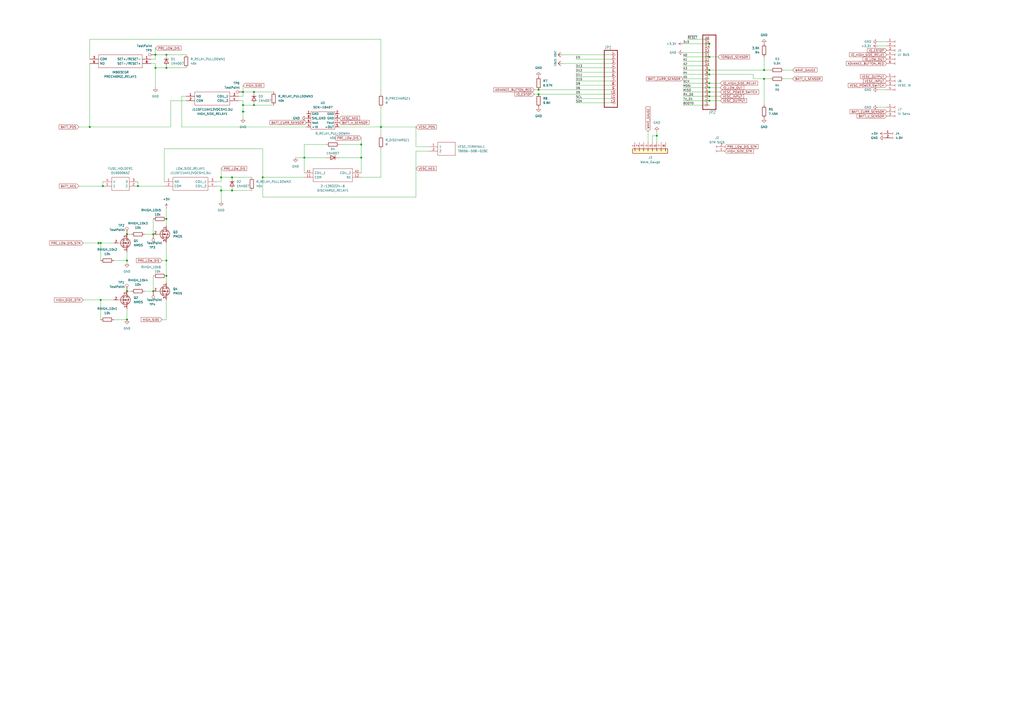
<source format=kicad_sch>
(kicad_sch (version 20230121) (generator eeschema)

  (uuid 90f33287-2851-44aa-b090-eaacd3dbb1ec)

  (paper "A2")

  (lib_symbols
    (symbol "Adafruit Feather STM32F405 Express-eagle-import:microbuilder_HEADER-1X12" (in_bom yes) (on_board yes)
      (property "Reference" "JP" (at -6.35 18.415 0)
        (effects (font (size 1.778 1.5113)) (justify left bottom))
      )
      (property "Value" "" (at -6.35 -17.78 0)
        (effects (font (size 1.778 1.5113)) (justify left bottom))
      )
      (property "Footprint" "Adafruit Feather STM32F405 Express:1X12_ROUND" (at 0 0 0)
        (effects (font (size 1.27 1.27)) hide)
      )
      (property "Datasheet" "" (at 0 0 0)
        (effects (font (size 1.27 1.27)) hide)
      )
      (property "ki_locked" "" (at 0 0 0)
        (effects (font (size 1.27 1.27)))
      )
      (symbol "microbuilder_HEADER-1X12_1_0"
        (polyline
          (pts
            (xy -6.35 -15.24)
            (xy 1.27 -15.24)
          )
          (stroke (width 0.4064) (type solid))
          (fill (type none))
        )
        (polyline
          (pts
            (xy -6.35 17.78)
            (xy -6.35 -15.24)
          )
          (stroke (width 0.4064) (type solid))
          (fill (type none))
        )
        (polyline
          (pts
            (xy 1.27 -15.24)
            (xy 1.27 17.78)
          )
          (stroke (width 0.4064) (type solid))
          (fill (type none))
        )
        (polyline
          (pts
            (xy 1.27 17.78)
            (xy -6.35 17.78)
          )
          (stroke (width 0.4064) (type solid))
          (fill (type none))
        )
        (pin passive inverted (at -2.54 15.24 0) (length 2.54)
          (name "1" (effects (font (size 0 0))))
          (number "1" (effects (font (size 1.27 1.27))))
        )
        (pin passive inverted (at -2.54 -7.62 0) (length 2.54)
          (name "10" (effects (font (size 0 0))))
          (number "10" (effects (font (size 1.27 1.27))))
        )
        (pin passive inverted (at -2.54 -10.16 0) (length 2.54)
          (name "11" (effects (font (size 0 0))))
          (number "11" (effects (font (size 1.27 1.27))))
        )
        (pin passive inverted (at -2.54 -12.7 0) (length 2.54)
          (name "12" (effects (font (size 0 0))))
          (number "12" (effects (font (size 1.27 1.27))))
        )
        (pin passive inverted (at -2.54 12.7 0) (length 2.54)
          (name "2" (effects (font (size 0 0))))
          (number "2" (effects (font (size 1.27 1.27))))
        )
        (pin passive inverted (at -2.54 10.16 0) (length 2.54)
          (name "3" (effects (font (size 0 0))))
          (number "3" (effects (font (size 1.27 1.27))))
        )
        (pin passive inverted (at -2.54 7.62 0) (length 2.54)
          (name "4" (effects (font (size 0 0))))
          (number "4" (effects (font (size 1.27 1.27))))
        )
        (pin passive inverted (at -2.54 5.08 0) (length 2.54)
          (name "5" (effects (font (size 0 0))))
          (number "5" (effects (font (size 1.27 1.27))))
        )
        (pin passive inverted (at -2.54 2.54 0) (length 2.54)
          (name "6" (effects (font (size 0 0))))
          (number "6" (effects (font (size 1.27 1.27))))
        )
        (pin passive inverted (at -2.54 0 0) (length 2.54)
          (name "7" (effects (font (size 0 0))))
          (number "7" (effects (font (size 1.27 1.27))))
        )
        (pin passive inverted (at -2.54 -2.54 0) (length 2.54)
          (name "8" (effects (font (size 0 0))))
          (number "8" (effects (font (size 1.27 1.27))))
        )
        (pin passive inverted (at -2.54 -5.08 0) (length 2.54)
          (name "9" (effects (font (size 0 0))))
          (number "9" (effects (font (size 1.27 1.27))))
        )
      )
    )
    (symbol "Adafruit Feather STM32F405 Express-eagle-import:microbuilder_HEADER-1X16ROUND" (in_bom yes) (on_board yes)
      (property "Reference" "JP" (at -6.35 20.955 0)
        (effects (font (size 1.778 1.5113)) (justify left bottom))
      )
      (property "Value" "" (at -6.35 -25.4 0)
        (effects (font (size 1.778 1.5113)) (justify left bottom))
      )
      (property "Footprint" "Adafruit Feather STM32F405 Express:1X16_ROUND" (at 0 0 0)
        (effects (font (size 1.27 1.27)) hide)
      )
      (property "Datasheet" "" (at 0 0 0)
        (effects (font (size 1.27 1.27)) hide)
      )
      (property "ki_locked" "" (at 0 0 0)
        (effects (font (size 1.27 1.27)))
      )
      (symbol "microbuilder_HEADER-1X16ROUND_1_0"
        (polyline
          (pts
            (xy -6.35 -22.86)
            (xy 1.27 -22.86)
          )
          (stroke (width 0.4064) (type solid))
          (fill (type none))
        )
        (polyline
          (pts
            (xy -6.35 20.32)
            (xy -6.35 -22.86)
          )
          (stroke (width 0.4064) (type solid))
          (fill (type none))
        )
        (polyline
          (pts
            (xy 1.27 -22.86)
            (xy 1.27 20.32)
          )
          (stroke (width 0.4064) (type solid))
          (fill (type none))
        )
        (polyline
          (pts
            (xy 1.27 20.32)
            (xy -6.35 20.32)
          )
          (stroke (width 0.4064) (type solid))
          (fill (type none))
        )
        (pin passive inverted (at -2.54 17.78 0) (length 2.54)
          (name "1" (effects (font (size 0 0))))
          (number "1" (effects (font (size 1.27 1.27))))
        )
        (pin passive inverted (at -2.54 -5.08 0) (length 2.54)
          (name "10" (effects (font (size 0 0))))
          (number "10" (effects (font (size 1.27 1.27))))
        )
        (pin passive inverted (at -2.54 -7.62 0) (length 2.54)
          (name "11" (effects (font (size 0 0))))
          (number "11" (effects (font (size 1.27 1.27))))
        )
        (pin passive inverted (at -2.54 -10.16 0) (length 2.54)
          (name "12" (effects (font (size 0 0))))
          (number "12" (effects (font (size 1.27 1.27))))
        )
        (pin passive inverted (at -2.54 -12.7 0) (length 2.54)
          (name "13" (effects (font (size 0 0))))
          (number "13" (effects (font (size 1.27 1.27))))
        )
        (pin passive inverted (at -2.54 -15.24 0) (length 2.54)
          (name "14" (effects (font (size 0 0))))
          (number "14" (effects (font (size 1.27 1.27))))
        )
        (pin passive inverted (at -2.54 -17.78 0) (length 2.54)
          (name "15" (effects (font (size 0 0))))
          (number "15" (effects (font (size 1.27 1.27))))
        )
        (pin passive inverted (at -2.54 -20.32 0) (length 2.54)
          (name "16" (effects (font (size 0 0))))
          (number "16" (effects (font (size 1.27 1.27))))
        )
        (pin passive inverted (at -2.54 15.24 0) (length 2.54)
          (name "2" (effects (font (size 0 0))))
          (number "2" (effects (font (size 1.27 1.27))))
        )
        (pin passive inverted (at -2.54 12.7 0) (length 2.54)
          (name "3" (effects (font (size 0 0))))
          (number "3" (effects (font (size 1.27 1.27))))
        )
        (pin passive inverted (at -2.54 10.16 0) (length 2.54)
          (name "4" (effects (font (size 0 0))))
          (number "4" (effects (font (size 1.27 1.27))))
        )
        (pin passive inverted (at -2.54 7.62 0) (length 2.54)
          (name "5" (effects (font (size 0 0))))
          (number "5" (effects (font (size 1.27 1.27))))
        )
        (pin passive inverted (at -2.54 5.08 0) (length 2.54)
          (name "6" (effects (font (size 0 0))))
          (number "6" (effects (font (size 1.27 1.27))))
        )
        (pin passive inverted (at -2.54 2.54 0) (length 2.54)
          (name "7" (effects (font (size 0 0))))
          (number "7" (effects (font (size 1.27 1.27))))
        )
        (pin passive inverted (at -2.54 0 0) (length 2.54)
          (name "8" (effects (font (size 0 0))))
          (number "8" (effects (font (size 1.27 1.27))))
        )
        (pin passive inverted (at -2.54 -2.54 0) (length 2.54)
          (name "9" (effects (font (size 0 0))))
          (number "9" (effects (font (size 1.27 1.27))))
        )
      )
    )
    (symbol "Adafruit Feather STM32F405 Express-eagle-import:microbuilder_VBAT" (power) (in_bom yes) (on_board yes)
      (property "Reference" "" (at 0 0 0)
        (effects (font (size 1.27 1.27)) hide)
      )
      (property "Value" "microbuilder_VBAT" (at -1.524 1.016 0)
        (effects (font (size 1.27 1.0795)) (justify left bottom))
      )
      (property "Footprint" "" (at 0 0 0)
        (effects (font (size 1.27 1.27)) hide)
      )
      (property "Datasheet" "" (at 0 0 0)
        (effects (font (size 1.27 1.27)) hide)
      )
      (property "ki_locked" "" (at 0 0 0)
        (effects (font (size 1.27 1.27)))
      )
      (symbol "microbuilder_VBAT_1_0"
        (polyline
          (pts
            (xy -1.27 -1.27)
            (xy 0 0)
          )
          (stroke (width 0.254) (type solid))
          (fill (type none))
        )
        (polyline
          (pts
            (xy 0 0)
            (xy 1.27 -1.27)
          )
          (stroke (width 0.254) (type solid))
          (fill (type none))
        )
        (pin power_in line (at 0 -2.54 90) (length 2.54)
          (name "VBAT" (effects (font (size 0 0))))
          (number "1" (effects (font (size 0 0))))
        )
      )
    )
    (symbol "Adafruit Feather STM32F405 Express-eagle-import:microbuilder_VBUS" (power) (in_bom yes) (on_board yes)
      (property "Reference" "" (at 0 0 0)
        (effects (font (size 1.27 1.27)) hide)
      )
      (property "Value" "microbuilder_VBUS" (at -1.524 1.016 0)
        (effects (font (size 1.27 1.0795)) (justify left bottom))
      )
      (property "Footprint" "" (at 0 0 0)
        (effects (font (size 1.27 1.27)) hide)
      )
      (property "Datasheet" "" (at 0 0 0)
        (effects (font (size 1.27 1.27)) hide)
      )
      (property "ki_locked" "" (at 0 0 0)
        (effects (font (size 1.27 1.27)))
      )
      (symbol "microbuilder_VBUS_1_0"
        (polyline
          (pts
            (xy -1.27 -1.27)
            (xy 0 0)
          )
          (stroke (width 0.254) (type solid))
          (fill (type none))
        )
        (polyline
          (pts
            (xy 0 0)
            (xy 1.27 -1.27)
          )
          (stroke (width 0.254) (type solid))
          (fill (type none))
        )
        (pin power_in line (at 0 -2.54 90) (length 2.54)
          (name "VBUS" (effects (font (size 0 0))))
          (number "1" (effects (font (size 0 0))))
        )
      )
    )
    (symbol "Connector:Conn_01x02_Socket" (pin_names (offset 1.016) hide) (in_bom yes) (on_board yes)
      (property "Reference" "J" (at 0 2.54 0)
        (effects (font (size 1.27 1.27)))
      )
      (property "Value" "Conn_01x02_Socket" (at 0 -5.08 0)
        (effects (font (size 1.27 1.27)))
      )
      (property "Footprint" "" (at 0 0 0)
        (effects (font (size 1.27 1.27)) hide)
      )
      (property "Datasheet" "~" (at 0 0 0)
        (effects (font (size 1.27 1.27)) hide)
      )
      (property "ki_locked" "" (at 0 0 0)
        (effects (font (size 1.27 1.27)))
      )
      (property "ki_keywords" "connector" (at 0 0 0)
        (effects (font (size 1.27 1.27)) hide)
      )
      (property "ki_description" "Generic connector, single row, 01x02, script generated" (at 0 0 0)
        (effects (font (size 1.27 1.27)) hide)
      )
      (property "ki_fp_filters" "Connector*:*_1x??_*" (at 0 0 0)
        (effects (font (size 1.27 1.27)) hide)
      )
      (symbol "Conn_01x02_Socket_1_1"
        (arc (start 0 -2.032) (mid -0.5058 -2.54) (end 0 -3.048)
          (stroke (width 0.1524) (type default))
          (fill (type none))
        )
        (polyline
          (pts
            (xy -1.27 -2.54)
            (xy -0.508 -2.54)
          )
          (stroke (width 0.1524) (type default))
          (fill (type none))
        )
        (polyline
          (pts
            (xy -1.27 0)
            (xy -0.508 0)
          )
          (stroke (width 0.1524) (type default))
          (fill (type none))
        )
        (arc (start 0 0.508) (mid -0.5058 0) (end 0 -0.508)
          (stroke (width 0.1524) (type default))
          (fill (type none))
        )
        (pin passive line (at -5.08 0 0) (length 3.81)
          (name "Pin_1" (effects (font (size 1.27 1.27))))
          (number "1" (effects (font (size 1.27 1.27))))
        )
        (pin passive line (at -5.08 -2.54 0) (length 3.81)
          (name "Pin_2" (effects (font (size 1.27 1.27))))
          (number "2" (effects (font (size 1.27 1.27))))
        )
      )
    )
    (symbol "Connector:Conn_01x03_Socket" (pin_names (offset 1.016) hide) (in_bom yes) (on_board yes)
      (property "Reference" "J" (at 0 5.08 0)
        (effects (font (size 1.27 1.27)))
      )
      (property "Value" "Conn_01x03_Socket" (at 0 -5.08 0)
        (effects (font (size 1.27 1.27)))
      )
      (property "Footprint" "" (at 0 0 0)
        (effects (font (size 1.27 1.27)) hide)
      )
      (property "Datasheet" "~" (at 0 0 0)
        (effects (font (size 1.27 1.27)) hide)
      )
      (property "ki_locked" "" (at 0 0 0)
        (effects (font (size 1.27 1.27)))
      )
      (property "ki_keywords" "connector" (at 0 0 0)
        (effects (font (size 1.27 1.27)) hide)
      )
      (property "ki_description" "Generic connector, single row, 01x03, script generated" (at 0 0 0)
        (effects (font (size 1.27 1.27)) hide)
      )
      (property "ki_fp_filters" "Connector*:*_1x??_*" (at 0 0 0)
        (effects (font (size 1.27 1.27)) hide)
      )
      (symbol "Conn_01x03_Socket_1_1"
        (arc (start 0 -2.032) (mid -0.5058 -2.54) (end 0 -3.048)
          (stroke (width 0.1524) (type default))
          (fill (type none))
        )
        (polyline
          (pts
            (xy -1.27 -2.54)
            (xy -0.508 -2.54)
          )
          (stroke (width 0.1524) (type default))
          (fill (type none))
        )
        (polyline
          (pts
            (xy -1.27 0)
            (xy -0.508 0)
          )
          (stroke (width 0.1524) (type default))
          (fill (type none))
        )
        (polyline
          (pts
            (xy -1.27 2.54)
            (xy -0.508 2.54)
          )
          (stroke (width 0.1524) (type default))
          (fill (type none))
        )
        (arc (start 0 0.508) (mid -0.5058 0) (end 0 -0.508)
          (stroke (width 0.1524) (type default))
          (fill (type none))
        )
        (arc (start 0 3.048) (mid -0.5058 2.54) (end 0 2.032)
          (stroke (width 0.1524) (type default))
          (fill (type none))
        )
        (pin passive line (at -5.08 2.54 0) (length 3.81)
          (name "Pin_1" (effects (font (size 1.27 1.27))))
          (number "1" (effects (font (size 1.27 1.27))))
        )
        (pin passive line (at -5.08 0 0) (length 3.81)
          (name "Pin_2" (effects (font (size 1.27 1.27))))
          (number "2" (effects (font (size 1.27 1.27))))
        )
        (pin passive line (at -5.08 -2.54 0) (length 3.81)
          (name "Pin_3" (effects (font (size 1.27 1.27))))
          (number "3" (effects (font (size 1.27 1.27))))
        )
      )
    )
    (symbol "Connector:Conn_01x04_Socket" (pin_names (offset 1.016) hide) (in_bom yes) (on_board yes)
      (property "Reference" "J" (at 0 5.08 0)
        (effects (font (size 1.27 1.27)))
      )
      (property "Value" "Conn_01x04_Socket" (at 0 -7.62 0)
        (effects (font (size 1.27 1.27)))
      )
      (property "Footprint" "" (at 0 0 0)
        (effects (font (size 1.27 1.27)) hide)
      )
      (property "Datasheet" "~" (at 0 0 0)
        (effects (font (size 1.27 1.27)) hide)
      )
      (property "ki_locked" "" (at 0 0 0)
        (effects (font (size 1.27 1.27)))
      )
      (property "ki_keywords" "connector" (at 0 0 0)
        (effects (font (size 1.27 1.27)) hide)
      )
      (property "ki_description" "Generic connector, single row, 01x04, script generated" (at 0 0 0)
        (effects (font (size 1.27 1.27)) hide)
      )
      (property "ki_fp_filters" "Connector*:*_1x??_*" (at 0 0 0)
        (effects (font (size 1.27 1.27)) hide)
      )
      (symbol "Conn_01x04_Socket_1_1"
        (arc (start 0 -4.572) (mid -0.5058 -5.08) (end 0 -5.588)
          (stroke (width 0.1524) (type default))
          (fill (type none))
        )
        (arc (start 0 -2.032) (mid -0.5058 -2.54) (end 0 -3.048)
          (stroke (width 0.1524) (type default))
          (fill (type none))
        )
        (polyline
          (pts
            (xy -1.27 -5.08)
            (xy -0.508 -5.08)
          )
          (stroke (width 0.1524) (type default))
          (fill (type none))
        )
        (polyline
          (pts
            (xy -1.27 -2.54)
            (xy -0.508 -2.54)
          )
          (stroke (width 0.1524) (type default))
          (fill (type none))
        )
        (polyline
          (pts
            (xy -1.27 0)
            (xy -0.508 0)
          )
          (stroke (width 0.1524) (type default))
          (fill (type none))
        )
        (polyline
          (pts
            (xy -1.27 2.54)
            (xy -0.508 2.54)
          )
          (stroke (width 0.1524) (type default))
          (fill (type none))
        )
        (arc (start 0 0.508) (mid -0.5058 0) (end 0 -0.508)
          (stroke (width 0.1524) (type default))
          (fill (type none))
        )
        (arc (start 0 3.048) (mid -0.5058 2.54) (end 0 2.032)
          (stroke (width 0.1524) (type default))
          (fill (type none))
        )
        (pin passive line (at -5.08 2.54 0) (length 3.81)
          (name "Pin_1" (effects (font (size 1.27 1.27))))
          (number "1" (effects (font (size 1.27 1.27))))
        )
        (pin passive line (at -5.08 0 0) (length 3.81)
          (name "Pin_2" (effects (font (size 1.27 1.27))))
          (number "2" (effects (font (size 1.27 1.27))))
        )
        (pin passive line (at -5.08 -2.54 0) (length 3.81)
          (name "Pin_3" (effects (font (size 1.27 1.27))))
          (number "3" (effects (font (size 1.27 1.27))))
        )
        (pin passive line (at -5.08 -5.08 0) (length 3.81)
          (name "Pin_4" (effects (font (size 1.27 1.27))))
          (number "4" (effects (font (size 1.27 1.27))))
        )
      )
    )
    (symbol "Connector:Conn_01x06_Socket" (pin_names (offset 1.016) hide) (in_bom yes) (on_board yes)
      (property "Reference" "J" (at 0 7.62 0)
        (effects (font (size 1.27 1.27)))
      )
      (property "Value" "Conn_01x06_Socket" (at 0 -10.16 0)
        (effects (font (size 1.27 1.27)))
      )
      (property "Footprint" "" (at 0 0 0)
        (effects (font (size 1.27 1.27)) hide)
      )
      (property "Datasheet" "~" (at 0 0 0)
        (effects (font (size 1.27 1.27)) hide)
      )
      (property "ki_locked" "" (at 0 0 0)
        (effects (font (size 1.27 1.27)))
      )
      (property "ki_keywords" "connector" (at 0 0 0)
        (effects (font (size 1.27 1.27)) hide)
      )
      (property "ki_description" "Generic connector, single row, 01x06, script generated" (at 0 0 0)
        (effects (font (size 1.27 1.27)) hide)
      )
      (property "ki_fp_filters" "Connector*:*_1x??_*" (at 0 0 0)
        (effects (font (size 1.27 1.27)) hide)
      )
      (symbol "Conn_01x06_Socket_1_1"
        (arc (start 0 -7.112) (mid -0.5058 -7.62) (end 0 -8.128)
          (stroke (width 0.1524) (type default))
          (fill (type none))
        )
        (arc (start 0 -4.572) (mid -0.5058 -5.08) (end 0 -5.588)
          (stroke (width 0.1524) (type default))
          (fill (type none))
        )
        (arc (start 0 -2.032) (mid -0.5058 -2.54) (end 0 -3.048)
          (stroke (width 0.1524) (type default))
          (fill (type none))
        )
        (polyline
          (pts
            (xy -1.27 -7.62)
            (xy -0.508 -7.62)
          )
          (stroke (width 0.1524) (type default))
          (fill (type none))
        )
        (polyline
          (pts
            (xy -1.27 -5.08)
            (xy -0.508 -5.08)
          )
          (stroke (width 0.1524) (type default))
          (fill (type none))
        )
        (polyline
          (pts
            (xy -1.27 -2.54)
            (xy -0.508 -2.54)
          )
          (stroke (width 0.1524) (type default))
          (fill (type none))
        )
        (polyline
          (pts
            (xy -1.27 0)
            (xy -0.508 0)
          )
          (stroke (width 0.1524) (type default))
          (fill (type none))
        )
        (polyline
          (pts
            (xy -1.27 2.54)
            (xy -0.508 2.54)
          )
          (stroke (width 0.1524) (type default))
          (fill (type none))
        )
        (polyline
          (pts
            (xy -1.27 5.08)
            (xy -0.508 5.08)
          )
          (stroke (width 0.1524) (type default))
          (fill (type none))
        )
        (arc (start 0 0.508) (mid -0.5058 0) (end 0 -0.508)
          (stroke (width 0.1524) (type default))
          (fill (type none))
        )
        (arc (start 0 3.048) (mid -0.5058 2.54) (end 0 2.032)
          (stroke (width 0.1524) (type default))
          (fill (type none))
        )
        (arc (start 0 5.588) (mid -0.5058 5.08) (end 0 4.572)
          (stroke (width 0.1524) (type default))
          (fill (type none))
        )
        (pin passive line (at -5.08 5.08 0) (length 3.81)
          (name "Pin_1" (effects (font (size 1.27 1.27))))
          (number "1" (effects (font (size 1.27 1.27))))
        )
        (pin passive line (at -5.08 2.54 0) (length 3.81)
          (name "Pin_2" (effects (font (size 1.27 1.27))))
          (number "2" (effects (font (size 1.27 1.27))))
        )
        (pin passive line (at -5.08 0 0) (length 3.81)
          (name "Pin_3" (effects (font (size 1.27 1.27))))
          (number "3" (effects (font (size 1.27 1.27))))
        )
        (pin passive line (at -5.08 -2.54 0) (length 3.81)
          (name "Pin_4" (effects (font (size 1.27 1.27))))
          (number "4" (effects (font (size 1.27 1.27))))
        )
        (pin passive line (at -5.08 -5.08 0) (length 3.81)
          (name "Pin_5" (effects (font (size 1.27 1.27))))
          (number "5" (effects (font (size 1.27 1.27))))
        )
        (pin passive line (at -5.08 -7.62 0) (length 3.81)
          (name "Pin_6" (effects (font (size 1.27 1.27))))
          (number "6" (effects (font (size 1.27 1.27))))
        )
      )
    )
    (symbol "Connector:TestPoint" (pin_numbers hide) (pin_names (offset 0.762) hide) (in_bom yes) (on_board yes)
      (property "Reference" "TP" (at 0 6.858 0)
        (effects (font (size 1.27 1.27)))
      )
      (property "Value" "TestPoint" (at 0 5.08 0)
        (effects (font (size 1.27 1.27)))
      )
      (property "Footprint" "" (at 5.08 0 0)
        (effects (font (size 1.27 1.27)) hide)
      )
      (property "Datasheet" "~" (at 5.08 0 0)
        (effects (font (size 1.27 1.27)) hide)
      )
      (property "ki_keywords" "test point tp" (at 0 0 0)
        (effects (font (size 1.27 1.27)) hide)
      )
      (property "ki_description" "test point" (at 0 0 0)
        (effects (font (size 1.27 1.27)) hide)
      )
      (property "ki_fp_filters" "Pin* Test*" (at 0 0 0)
        (effects (font (size 1.27 1.27)) hide)
      )
      (symbol "TestPoint_0_1"
        (circle (center 0 3.302) (radius 0.762)
          (stroke (width 0) (type default))
          (fill (type none))
        )
      )
      (symbol "TestPoint_1_1"
        (pin passive line (at 0 0 90) (length 2.54)
          (name "1" (effects (font (size 1.27 1.27))))
          (number "1" (effects (font (size 1.27 1.27))))
        )
      )
    )
    (symbol "Connector_Generic:Conn_01x08" (pin_names (offset 1.016) hide) (in_bom yes) (on_board yes)
      (property "Reference" "J" (at 0 10.16 0)
        (effects (font (size 1.27 1.27)))
      )
      (property "Value" "Conn_01x08" (at 0 -12.7 0)
        (effects (font (size 1.27 1.27)))
      )
      (property "Footprint" "" (at 0 0 0)
        (effects (font (size 1.27 1.27)) hide)
      )
      (property "Datasheet" "~" (at 0 0 0)
        (effects (font (size 1.27 1.27)) hide)
      )
      (property "ki_keywords" "connector" (at 0 0 0)
        (effects (font (size 1.27 1.27)) hide)
      )
      (property "ki_description" "Generic connector, single row, 01x08, script generated (kicad-library-utils/schlib/autogen/connector/)" (at 0 0 0)
        (effects (font (size 1.27 1.27)) hide)
      )
      (property "ki_fp_filters" "Connector*:*_1x??_*" (at 0 0 0)
        (effects (font (size 1.27 1.27)) hide)
      )
      (symbol "Conn_01x08_1_1"
        (rectangle (start -1.27 -10.033) (end 0 -10.287)
          (stroke (width 0.1524) (type default))
          (fill (type none))
        )
        (rectangle (start -1.27 -7.493) (end 0 -7.747)
          (stroke (width 0.1524) (type default))
          (fill (type none))
        )
        (rectangle (start -1.27 -4.953) (end 0 -5.207)
          (stroke (width 0.1524) (type default))
          (fill (type none))
        )
        (rectangle (start -1.27 -2.413) (end 0 -2.667)
          (stroke (width 0.1524) (type default))
          (fill (type none))
        )
        (rectangle (start -1.27 0.127) (end 0 -0.127)
          (stroke (width 0.1524) (type default))
          (fill (type none))
        )
        (rectangle (start -1.27 2.667) (end 0 2.413)
          (stroke (width 0.1524) (type default))
          (fill (type none))
        )
        (rectangle (start -1.27 5.207) (end 0 4.953)
          (stroke (width 0.1524) (type default))
          (fill (type none))
        )
        (rectangle (start -1.27 7.747) (end 0 7.493)
          (stroke (width 0.1524) (type default))
          (fill (type none))
        )
        (rectangle (start -1.27 8.89) (end 1.27 -11.43)
          (stroke (width 0.254) (type default))
          (fill (type background))
        )
        (pin passive line (at -5.08 7.62 0) (length 3.81)
          (name "Pin_1" (effects (font (size 1.27 1.27))))
          (number "1" (effects (font (size 1.27 1.27))))
        )
        (pin passive line (at -5.08 5.08 0) (length 3.81)
          (name "Pin_2" (effects (font (size 1.27 1.27))))
          (number "2" (effects (font (size 1.27 1.27))))
        )
        (pin passive line (at -5.08 2.54 0) (length 3.81)
          (name "Pin_3" (effects (font (size 1.27 1.27))))
          (number "3" (effects (font (size 1.27 1.27))))
        )
        (pin passive line (at -5.08 0 0) (length 3.81)
          (name "Pin_4" (effects (font (size 1.27 1.27))))
          (number "4" (effects (font (size 1.27 1.27))))
        )
        (pin passive line (at -5.08 -2.54 0) (length 3.81)
          (name "Pin_5" (effects (font (size 1.27 1.27))))
          (number "5" (effects (font (size 1.27 1.27))))
        )
        (pin passive line (at -5.08 -5.08 0) (length 3.81)
          (name "Pin_6" (effects (font (size 1.27 1.27))))
          (number "6" (effects (font (size 1.27 1.27))))
        )
        (pin passive line (at -5.08 -7.62 0) (length 3.81)
          (name "Pin_7" (effects (font (size 1.27 1.27))))
          (number "7" (effects (font (size 1.27 1.27))))
        )
        (pin passive line (at -5.08 -10.16 0) (length 3.81)
          (name "Pin_8" (effects (font (size 1.27 1.27))))
          (number "8" (effects (font (size 1.27 1.27))))
        )
      )
    )
    (symbol "Device:Q_PMOS_DGS" (pin_names (offset 0) hide) (in_bom yes) (on_board yes)
      (property "Reference" "Q" (at 5.08 1.27 0)
        (effects (font (size 1.27 1.27)) (justify left))
      )
      (property "Value" "Q_PMOS_DGS" (at 5.08 -1.27 0)
        (effects (font (size 1.27 1.27)) (justify left))
      )
      (property "Footprint" "" (at 5.08 2.54 0)
        (effects (font (size 1.27 1.27)) hide)
      )
      (property "Datasheet" "~" (at 0 0 0)
        (effects (font (size 1.27 1.27)) hide)
      )
      (property "ki_keywords" "transistor PMOS P-MOS P-MOSFET" (at 0 0 0)
        (effects (font (size 1.27 1.27)) hide)
      )
      (property "ki_description" "P-MOSFET transistor, drain/gate/source" (at 0 0 0)
        (effects (font (size 1.27 1.27)) hide)
      )
      (symbol "Q_PMOS_DGS_0_1"
        (polyline
          (pts
            (xy 0.254 0)
            (xy -2.54 0)
          )
          (stroke (width 0) (type default))
          (fill (type none))
        )
        (polyline
          (pts
            (xy 0.254 1.905)
            (xy 0.254 -1.905)
          )
          (stroke (width 0.254) (type default))
          (fill (type none))
        )
        (polyline
          (pts
            (xy 0.762 -1.27)
            (xy 0.762 -2.286)
          )
          (stroke (width 0.254) (type default))
          (fill (type none))
        )
        (polyline
          (pts
            (xy 0.762 0.508)
            (xy 0.762 -0.508)
          )
          (stroke (width 0.254) (type default))
          (fill (type none))
        )
        (polyline
          (pts
            (xy 0.762 2.286)
            (xy 0.762 1.27)
          )
          (stroke (width 0.254) (type default))
          (fill (type none))
        )
        (polyline
          (pts
            (xy 2.54 2.54)
            (xy 2.54 1.778)
          )
          (stroke (width 0) (type default))
          (fill (type none))
        )
        (polyline
          (pts
            (xy 2.54 -2.54)
            (xy 2.54 0)
            (xy 0.762 0)
          )
          (stroke (width 0) (type default))
          (fill (type none))
        )
        (polyline
          (pts
            (xy 0.762 1.778)
            (xy 3.302 1.778)
            (xy 3.302 -1.778)
            (xy 0.762 -1.778)
          )
          (stroke (width 0) (type default))
          (fill (type none))
        )
        (polyline
          (pts
            (xy 2.286 0)
            (xy 1.27 0.381)
            (xy 1.27 -0.381)
            (xy 2.286 0)
          )
          (stroke (width 0) (type default))
          (fill (type outline))
        )
        (polyline
          (pts
            (xy 2.794 -0.508)
            (xy 2.921 -0.381)
            (xy 3.683 -0.381)
            (xy 3.81 -0.254)
          )
          (stroke (width 0) (type default))
          (fill (type none))
        )
        (polyline
          (pts
            (xy 3.302 -0.381)
            (xy 2.921 0.254)
            (xy 3.683 0.254)
            (xy 3.302 -0.381)
          )
          (stroke (width 0) (type default))
          (fill (type none))
        )
        (circle (center 1.651 0) (radius 2.794)
          (stroke (width 0.254) (type default))
          (fill (type none))
        )
        (circle (center 2.54 -1.778) (radius 0.254)
          (stroke (width 0) (type default))
          (fill (type outline))
        )
        (circle (center 2.54 1.778) (radius 0.254)
          (stroke (width 0) (type default))
          (fill (type outline))
        )
      )
      (symbol "Q_PMOS_DGS_1_1"
        (pin passive line (at 2.54 5.08 270) (length 2.54)
          (name "D" (effects (font (size 1.27 1.27))))
          (number "1" (effects (font (size 1.27 1.27))))
        )
        (pin input line (at -5.08 0 0) (length 2.54)
          (name "G" (effects (font (size 1.27 1.27))))
          (number "2" (effects (font (size 1.27 1.27))))
        )
        (pin passive line (at 2.54 -5.08 90) (length 2.54)
          (name "S" (effects (font (size 1.27 1.27))))
          (number "3" (effects (font (size 1.27 1.27))))
        )
      )
    )
    (symbol "Device:R" (pin_numbers hide) (pin_names (offset 0)) (in_bom yes) (on_board yes)
      (property "Reference" "R" (at 2.032 0 90)
        (effects (font (size 1.27 1.27)))
      )
      (property "Value" "R" (at 0 0 90)
        (effects (font (size 1.27 1.27)))
      )
      (property "Footprint" "" (at -1.778 0 90)
        (effects (font (size 1.27 1.27)) hide)
      )
      (property "Datasheet" "~" (at 0 0 0)
        (effects (font (size 1.27 1.27)) hide)
      )
      (property "ki_keywords" "R res resistor" (at 0 0 0)
        (effects (font (size 1.27 1.27)) hide)
      )
      (property "ki_description" "Resistor" (at 0 0 0)
        (effects (font (size 1.27 1.27)) hide)
      )
      (property "ki_fp_filters" "R_*" (at 0 0 0)
        (effects (font (size 1.27 1.27)) hide)
      )
      (symbol "R_0_1"
        (rectangle (start -1.016 -2.54) (end 1.016 2.54)
          (stroke (width 0.254) (type default))
          (fill (type none))
        )
      )
      (symbol "R_1_1"
        (pin passive line (at 0 3.81 270) (length 1.27)
          (name "~" (effects (font (size 1.27 1.27))))
          (number "1" (effects (font (size 1.27 1.27))))
        )
        (pin passive line (at 0 -3.81 90) (length 1.27)
          (name "~" (effects (font (size 1.27 1.27))))
          (number "2" (effects (font (size 1.27 1.27))))
        )
      )
    )
    (symbol "Diode:1N4007" (pin_numbers hide) (pin_names (offset 1.016) hide) (in_bom yes) (on_board yes)
      (property "Reference" "D" (at 0 2.54 0)
        (effects (font (size 1.27 1.27)))
      )
      (property "Value" "1N4007" (at 0 -2.54 0)
        (effects (font (size 1.27 1.27)))
      )
      (property "Footprint" "Diode_THT:D_DO-41_SOD81_P10.16mm_Horizontal" (at 0 -4.445 0)
        (effects (font (size 1.27 1.27)) hide)
      )
      (property "Datasheet" "http://www.vishay.com/docs/88503/1n4001.pdf" (at 0 0 0)
        (effects (font (size 1.27 1.27)) hide)
      )
      (property "ki_keywords" "diode" (at 0 0 0)
        (effects (font (size 1.27 1.27)) hide)
      )
      (property "ki_description" "1000V 1A General Purpose Rectifier Diode, DO-41" (at 0 0 0)
        (effects (font (size 1.27 1.27)) hide)
      )
      (property "ki_fp_filters" "D*DO?41*" (at 0 0 0)
        (effects (font (size 1.27 1.27)) hide)
      )
      (symbol "1N4007_0_1"
        (polyline
          (pts
            (xy -1.27 1.27)
            (xy -1.27 -1.27)
          )
          (stroke (width 0.254) (type default))
          (fill (type none))
        )
        (polyline
          (pts
            (xy 1.27 0)
            (xy -1.27 0)
          )
          (stroke (width 0) (type default))
          (fill (type none))
        )
        (polyline
          (pts
            (xy 1.27 1.27)
            (xy 1.27 -1.27)
            (xy -1.27 0)
            (xy 1.27 1.27)
          )
          (stroke (width 0.254) (type default))
          (fill (type none))
        )
      )
      (symbol "1N4007_1_1"
        (pin passive line (at -3.81 0 0) (length 2.54)
          (name "K" (effects (font (size 1.27 1.27))))
          (number "1" (effects (font (size 1.27 1.27))))
        )
        (pin passive line (at 3.81 0 180) (length 2.54)
          (name "A" (effects (font (size 1.27 1.27))))
          (number "2" (effects (font (size 1.27 1.27))))
        )
      )
    )
    (symbol "GND_1" (power) (pin_names (offset 0)) (in_bom yes) (on_board yes)
      (property "Reference" "#PWR" (at 0 -6.35 0)
        (effects (font (size 1.27 1.27)) hide)
      )
      (property "Value" "GND_1" (at 0 -3.81 0)
        (effects (font (size 1.27 1.27)))
      )
      (property "Footprint" "" (at 0 0 0)
        (effects (font (size 1.27 1.27)) hide)
      )
      (property "Datasheet" "" (at 0 0 0)
        (effects (font (size 1.27 1.27)) hide)
      )
      (property "ki_keywords" "global power" (at 0 0 0)
        (effects (font (size 1.27 1.27)) hide)
      )
      (property "ki_description" "Power symbol creates a global label with name \"GND\" , ground" (at 0 0 0)
        (effects (font (size 1.27 1.27)) hide)
      )
      (symbol "GND_1_0_1"
        (polyline
          (pts
            (xy 0 0)
            (xy 0 -1.27)
            (xy 1.27 -1.27)
            (xy 0 -2.54)
            (xy -1.27 -1.27)
            (xy 0 -1.27)
          )
          (stroke (width 0) (type default))
          (fill (type none))
        )
      )
      (symbol "GND_1_1_1"
        (pin power_in line (at 0 0 270) (length 0) hide
          (name "GND" (effects (font (size 1.27 1.27))))
          (number "1" (effects (font (size 1.27 1.27))))
        )
      )
    )
    (symbol "GND_2" (power) (pin_names (offset 0)) (in_bom yes) (on_board yes)
      (property "Reference" "#PWR" (at 0 -6.35 0)
        (effects (font (size 1.27 1.27)) hide)
      )
      (property "Value" "GND_2" (at 0 -3.81 0)
        (effects (font (size 1.27 1.27)))
      )
      (property "Footprint" "" (at 0 0 0)
        (effects (font (size 1.27 1.27)) hide)
      )
      (property "Datasheet" "" (at 0 0 0)
        (effects (font (size 1.27 1.27)) hide)
      )
      (property "ki_keywords" "global power" (at 0 0 0)
        (effects (font (size 1.27 1.27)) hide)
      )
      (property "ki_description" "Power symbol creates a global label with name \"GND\" , ground" (at 0 0 0)
        (effects (font (size 1.27 1.27)) hide)
      )
      (symbol "GND_2_0_1"
        (polyline
          (pts
            (xy 0 0)
            (xy 0 -1.27)
            (xy 1.27 -1.27)
            (xy 0 -2.54)
            (xy -1.27 -1.27)
            (xy 0 -1.27)
          )
          (stroke (width 0) (type default))
          (fill (type none))
        )
      )
      (symbol "GND_2_1_1"
        (pin power_in line (at 0 0 270) (length 0) hide
          (name "GND" (effects (font (size 1.27 1.27))))
          (number "1" (effects (font (size 1.27 1.27))))
        )
      )
    )
    (symbol "GND_3" (power) (pin_names (offset 0)) (in_bom yes) (on_board yes)
      (property "Reference" "#PWR" (at 0 -6.35 0)
        (effects (font (size 1.27 1.27)) hide)
      )
      (property "Value" "GND_3" (at 0 -3.81 0)
        (effects (font (size 1.27 1.27)))
      )
      (property "Footprint" "" (at 0 0 0)
        (effects (font (size 1.27 1.27)) hide)
      )
      (property "Datasheet" "" (at 0 0 0)
        (effects (font (size 1.27 1.27)) hide)
      )
      (property "ki_keywords" "global power" (at 0 0 0)
        (effects (font (size 1.27 1.27)) hide)
      )
      (property "ki_description" "Power symbol creates a global label with name \"GND\" , ground" (at 0 0 0)
        (effects (font (size 1.27 1.27)) hide)
      )
      (symbol "GND_3_0_1"
        (polyline
          (pts
            (xy 0 0)
            (xy 0 -1.27)
            (xy 1.27 -1.27)
            (xy 0 -2.54)
            (xy -1.27 -1.27)
            (xy 0 -1.27)
          )
          (stroke (width 0) (type default))
          (fill (type none))
        )
      )
      (symbol "GND_3_1_1"
        (pin power_in line (at 0 0 270) (length 0) hide
          (name "GND" (effects (font (size 1.27 1.27))))
          (number "1" (effects (font (size 1.27 1.27))))
        )
      )
    )
    (symbol "GND_4" (power) (pin_names (offset 0)) (in_bom yes) (on_board yes)
      (property "Reference" "#PWR" (at 0 -6.35 0)
        (effects (font (size 1.27 1.27)) hide)
      )
      (property "Value" "GND_4" (at 0 -3.81 0)
        (effects (font (size 1.27 1.27)))
      )
      (property "Footprint" "" (at 0 0 0)
        (effects (font (size 1.27 1.27)) hide)
      )
      (property "Datasheet" "" (at 0 0 0)
        (effects (font (size 1.27 1.27)) hide)
      )
      (property "ki_keywords" "global power" (at 0 0 0)
        (effects (font (size 1.27 1.27)) hide)
      )
      (property "ki_description" "Power symbol creates a global label with name \"GND\" , ground" (at 0 0 0)
        (effects (font (size 1.27 1.27)) hide)
      )
      (symbol "GND_4_0_1"
        (polyline
          (pts
            (xy 0 0)
            (xy 0 -1.27)
            (xy 1.27 -1.27)
            (xy 0 -2.54)
            (xy -1.27 -1.27)
            (xy 0 -1.27)
          )
          (stroke (width 0) (type default))
          (fill (type none))
        )
      )
      (symbol "GND_4_1_1"
        (pin power_in line (at 0 0 270) (length 0) hide
          (name "GND" (effects (font (size 1.27 1.27))))
          (number "1" (effects (font (size 1.27 1.27))))
        )
      )
    )
    (symbol "GND_5" (power) (pin_names (offset 0)) (in_bom yes) (on_board yes)
      (property "Reference" "#PWR" (at 0 -6.35 0)
        (effects (font (size 1.27 1.27)) hide)
      )
      (property "Value" "GND_5" (at 0 -3.81 0)
        (effects (font (size 1.27 1.27)))
      )
      (property "Footprint" "" (at 0 0 0)
        (effects (font (size 1.27 1.27)) hide)
      )
      (property "Datasheet" "" (at 0 0 0)
        (effects (font (size 1.27 1.27)) hide)
      )
      (property "ki_keywords" "global power" (at 0 0 0)
        (effects (font (size 1.27 1.27)) hide)
      )
      (property "ki_description" "Power symbol creates a global label with name \"GND\" , ground" (at 0 0 0)
        (effects (font (size 1.27 1.27)) hide)
      )
      (symbol "GND_5_0_1"
        (polyline
          (pts
            (xy 0 0)
            (xy 0 -1.27)
            (xy 1.27 -1.27)
            (xy 0 -2.54)
            (xy -1.27 -1.27)
            (xy 0 -1.27)
          )
          (stroke (width 0) (type default))
          (fill (type none))
        )
      )
      (symbol "GND_5_1_1"
        (pin power_in line (at 0 0 270) (length 0) hide
          (name "GND" (effects (font (size 1.27 1.27))))
          (number "1" (effects (font (size 1.27 1.27))))
        )
      )
    )
    (symbol "GND_6" (power) (pin_names (offset 0)) (in_bom yes) (on_board yes)
      (property "Reference" "#PWR" (at 0 -6.35 0)
        (effects (font (size 1.27 1.27)) hide)
      )
      (property "Value" "GND_6" (at 0 -3.81 0)
        (effects (font (size 1.27 1.27)))
      )
      (property "Footprint" "" (at 0 0 0)
        (effects (font (size 1.27 1.27)) hide)
      )
      (property "Datasheet" "" (at 0 0 0)
        (effects (font (size 1.27 1.27)) hide)
      )
      (property "ki_keywords" "global power" (at 0 0 0)
        (effects (font (size 1.27 1.27)) hide)
      )
      (property "ki_description" "Power symbol creates a global label with name \"GND\" , ground" (at 0 0 0)
        (effects (font (size 1.27 1.27)) hide)
      )
      (symbol "GND_6_0_1"
        (polyline
          (pts
            (xy 0 0)
            (xy 0 -1.27)
            (xy 1.27 -1.27)
            (xy 0 -2.54)
            (xy -1.27 -1.27)
            (xy 0 -1.27)
          )
          (stroke (width 0) (type default))
          (fill (type none))
        )
      )
      (symbol "GND_6_1_1"
        (pin power_in line (at 0 0 270) (length 0) hide
          (name "GND" (effects (font (size 1.27 1.27))))
          (number "1" (effects (font (size 1.27 1.27))))
        )
      )
    )
    (symbol "MECC-CUI-Screw-terminal:TB006-508-02BE" (pin_names (offset 0.762)) (in_bom yes) (on_board yes)
      (property "Reference" "J" (at 16.51 7.62 0)
        (effects (font (size 1.27 1.27)) (justify left))
      )
      (property "Value" "TB006-508-02BE" (at 16.51 5.08 0)
        (effects (font (size 1.27 1.27)) (justify left))
      )
      (property "Footprint" "TB00650802BE" (at 16.51 2.54 0)
        (effects (font (size 1.27 1.27)) (justify left) hide)
      )
      (property "Datasheet" "https://datasheet.datasheetarchive.com/originals/distributors/Datasheets_SAMA/b266c411a02422edb513b788238f8420.pdf" (at 16.51 0 0)
        (effects (font (size 1.27 1.27)) (justify left) hide)
      )
      (property "Description" "Fixed Terminal Blocks screw type, 5.08 , horizontal, 2 poles, CUI Blue, slotted screw, PCB mount" (at 16.51 -2.54 0)
        (effects (font (size 1.27 1.27)) (justify left) hide)
      )
      (property "Height" "10.4" (at 16.51 -5.08 0)
        (effects (font (size 1.27 1.27)) (justify left) hide)
      )
      (property "Manufacturer_Name" "CUI Devices" (at 16.51 -7.62 0)
        (effects (font (size 1.27 1.27)) (justify left) hide)
      )
      (property "Manufacturer_Part_Number" "TB006-508-02BE" (at 16.51 -10.16 0)
        (effects (font (size 1.27 1.27)) (justify left) hide)
      )
      (property "Mouser Part Number" "490-TB006-508-02BE" (at 16.51 -12.7 0)
        (effects (font (size 1.27 1.27)) (justify left) hide)
      )
      (property "Mouser Price/Stock" "https://www.mouser.co.uk/ProductDetail/CUI-Devices/TB006-508-02BE?qs=vLWxofP3U2wEdOVV%2FaT04w%3D%3D" (at 16.51 -15.24 0)
        (effects (font (size 1.27 1.27)) (justify left) hide)
      )
      (property "Arrow Part Number" "TB006-508-02BE" (at 16.51 -17.78 0)
        (effects (font (size 1.27 1.27)) (justify left) hide)
      )
      (property "Arrow Price/Stock" "https://www.arrow.com/en/products/tb006-508-02be/cui-devices?region=nac" (at 16.51 -20.32 0)
        (effects (font (size 1.27 1.27)) (justify left) hide)
      )
      (property "ki_description" "Fixed Terminal Blocks screw type, 5.08 , horizontal, 2 poles, CUI Blue, slotted screw, PCB mount" (at 0 0 0)
        (effects (font (size 1.27 1.27)) hide)
      )
      (symbol "TB006-508-02BE_0_0"
        (pin passive line (at 0 0 0) (length 5.08)
          (name "1" (effects (font (size 1.27 1.27))))
          (number "1" (effects (font (size 1.27 1.27))))
        )
        (pin passive line (at 0 -2.54 0) (length 5.08)
          (name "2" (effects (font (size 1.27 1.27))))
          (number "2" (effects (font (size 1.27 1.27))))
        )
      )
      (symbol "TB006-508-02BE_0_1"
        (polyline
          (pts
            (xy 5.08 2.54)
            (xy 15.24 2.54)
            (xy 15.24 -5.08)
            (xy 5.08 -5.08)
            (xy 5.08 2.54)
          )
          (stroke (width 0.1524) (type default))
          (fill (type none))
        )
      )
    )
    (symbol "MECC-Discharge-relay:2-1393224-6" (pin_names (offset 0.762)) (in_bom yes) (on_board yes)
      (property "Reference" "DISCHARGE_RELAY1" (at 16.51 -10.16 0)
        (effects (font (size 1.27 1.27)))
      )
      (property "Value" "2-1393224-6" (at 16.51 -7.62 0)
        (effects (font (size 1.27 1.27)))
      )
      (property "Footprint" "MECC-Discharge-relay:213932246" (at 29.21 2.54 0)
        (effects (font (size 1.27 1.27)) (justify left) hide)
      )
      (property "Datasheet" "https://www.te.com/commerce/DocumentDelivery/DDEController?Action=srchrtrv&DocNm=RYII&DocType=Data+Sheet&DocLang=English&PartCntxt=2-1393224-6&DocFormat=pdf" (at 29.21 0 0)
        (effects (font (size 1.27 1.27)) (justify left) hide)
      )
      (property "Description" "Power Relays, Standard, Monostable, DC, 223 mW Coil Power Rating DC, 112  Coil Resistance, SCHRACK Miniature Power PCB RYII" (at 29.21 -2.54 0)
        (effects (font (size 1.27 1.27)) (justify left) hide)
      )
      (property "Height" "13" (at 29.21 -5.08 0)
        (effects (font (size 1.27 1.27)) (justify left) hide)
      )
      (property "Mouser Part Number" "655-2-1393224-6" (at 29.21 -7.62 0)
        (effects (font (size 1.27 1.27)) (justify left) hide)
      )
      (property "Mouser Price/Stock" "https://www.mouser.co.uk/ProductDetail/TE-Connectivity/2-1393224-6?qs=cmykpc0%252BXL7%2FRi07z8c%2F6w%3D%3D" (at 29.21 -10.16 0)
        (effects (font (size 1.27 1.27)) (justify left) hide)
      )
      (property "Manufacturer_Name" "TE Connectivity" (at 29.21 -12.7 0)
        (effects (font (size 1.27 1.27)) (justify left) hide)
      )
      (property "Manufacturer_Part_Number" "2-1393224-6" (at 29.21 -15.24 0)
        (effects (font (size 1.27 1.27)) (justify left) hide)
      )
      (property "ki_description" "Power Relays, Standard, Monostable, DC, 223 mW Coil Power Rating DC, 112  Coil Resistance, SCHRACK Miniature Power PCB RYII" (at 0 0 0)
        (effects (font (size 1.27 1.27)) hide)
      )
      (symbol "2-1393224-6_0_0"
        (pin passive line (at 0 -2.54 0) (length 5.08)
          (name "COM" (effects (font (size 1.27 1.27))))
          (number "11" (effects (font (size 1.27 1.27))))
        )
        (pin passive line (at 33.02 -2.54 180) (length 5.08)
          (name "NC" (effects (font (size 1.27 1.27))))
          (number "12" (effects (font (size 1.27 1.27))))
        )
        (pin passive line (at 0 0 0) (length 5.08)
          (name "COIL_1" (effects (font (size 1.27 1.27))))
          (number "A1" (effects (font (size 1.27 1.27))))
        )
        (pin passive line (at 33.02 0 180) (length 5.08)
          (name "COIL_2" (effects (font (size 1.27 1.27))))
          (number "A2" (effects (font (size 1.27 1.27))))
        )
      )
      (symbol "2-1393224-6_0_1"
        (polyline
          (pts
            (xy 5.08 2.54)
            (xy 27.94 2.54)
            (xy 27.94 -5.08)
            (xy 5.08 -5.08)
            (xy 5.08 2.54)
          )
          (stroke (width 0.1524) (type default))
          (fill (type none))
        )
      )
    )
    (symbol "MECC-Fuse-holder:01000065Z" (pin_names (offset 0.762)) (in_bom yes) (on_board yes)
      (property "Reference" "F" (at 16.51 7.62 0)
        (effects (font (size 1.27 1.27)) (justify left))
      )
      (property "Value" "01000065Z" (at 16.51 5.08 0)
        (effects (font (size 1.27 1.27)) (justify left))
      )
      (property "Footprint" "01000065Z" (at 16.51 2.54 0)
        (effects (font (size 1.27 1.27)) (justify left) hide)
      )
      (property "Datasheet" "https://m.littelfuse.com/~/media/electronics/datasheets/fuse_clips/littelfuse_fuseclip_100_datasheet.pdf.pdf" (at 16.51 0 0)
        (effects (font (size 1.27 1.27)) (justify left) hide)
      )
      (property "Description" "Fuse Holder HIGH PROF. BLOCK MINI FUSE SMT 30 AMP." (at 16.51 -2.54 0)
        (effects (font (size 1.27 1.27)) (justify left) hide)
      )
      (property "Height" "7.37" (at 16.51 -5.08 0)
        (effects (font (size 1.27 1.27)) (justify left) hide)
      )
      (property "Mouser Part Number" "576-01000065Z" (at 16.51 -7.62 0)
        (effects (font (size 1.27 1.27)) (justify left) hide)
      )
      (property "Mouser Price/Stock" "https://www.mouser.co.uk/ProductDetail/Littelfuse/01000065Z?qs=pUKx8fyJudAcNQ9uJXIcOg%3D%3D" (at 16.51 -10.16 0)
        (effects (font (size 1.27 1.27)) (justify left) hide)
      )
      (property "Manufacturer_Name" "LITTELFUSE" (at 16.51 -12.7 0)
        (effects (font (size 1.27 1.27)) (justify left) hide)
      )
      (property "Manufacturer_Part_Number" "01000065Z" (at 16.51 -15.24 0)
        (effects (font (size 1.27 1.27)) (justify left) hide)
      )
      (property "ki_description" "Fuse Holder HIGH PROF. BLOCK MINI FUSE SMT 30 AMP." (at 0 0 0)
        (effects (font (size 1.27 1.27)) hide)
      )
      (symbol "01000065Z_0_0"
        (pin passive line (at 0 -2.54 0) (length 5.08)
          (name "1" (effects (font (size 1.27 1.27))))
          (number "1" (effects (font (size 1.27 1.27))))
        )
        (pin passive line (at 20.32 -2.54 180) (length 5.08)
          (name "2" (effects (font (size 1.27 1.27))))
          (number "2" (effects (font (size 1.27 1.27))))
        )
        (pin passive line (at 20.32 0 180) (length 5.08)
          (name "3" (effects (font (size 1.27 1.27))))
          (number "3" (effects (font (size 1.27 1.27))))
        )
        (pin passive line (at 0 0 0) (length 5.08)
          (name "4" (effects (font (size 1.27 1.27))))
          (number "4" (effects (font (size 1.27 1.27))))
        )
      )
      (symbol "01000065Z_0_1"
        (polyline
          (pts
            (xy 5.08 2.54)
            (xy 15.24 2.54)
            (xy 15.24 -5.08)
            (xy 5.08 -5.08)
            (xy 5.08 2.54)
          )
          (stroke (width 0.1524) (type default))
          (fill (type none))
        )
      )
    )
    (symbol "MECC-HV-relay:J115F11AH12VDCSH1.5U" (pin_names (offset 0.762)) (in_bom yes) (on_board yes)
      (property "Reference" "K" (at 26.67 7.62 0)
        (effects (font (size 1.27 1.27)) (justify left))
      )
      (property "Value" "J115F11AH12VDCSH1.5U" (at 26.67 5.08 0)
        (effects (font (size 1.27 1.27)) (justify left))
      )
      (property "Footprint" "J115F11AH12VDCSH15U" (at 26.67 2.54 0)
        (effects (font (size 1.27 1.27)) (justify left))
      )
      (property "Datasheet" "https://www.citrelay.com/Catalog Pages/RelayCatalog/J115F1.pdf" (at 26.67 0 0)
        (effects (font (size 1.27 1.27)) (justify left) hide)
      )
      (property "Description" "RELAY GEN PURPOSE SPST 50A 12V" (at 26.67 -2.54 0)
        (effects (font (size 1.27 1.27)) (justify left) hide)
      )
      (property "Height" "20" (at 26.67 -5.08 0)
        (effects (font (size 1.27 1.27)) (justify left) hide)
      )
      (property "Manufacturer_Name" "CIT Relay & Switch" (at 26.67 -7.62 0)
        (effects (font (size 1.27 1.27)) (justify left) hide)
      )
      (property "Manufacturer_Part_Number" "J115F11AH12VDCSH1.5U" (at 26.67 -10.16 0)
        (effects (font (size 1.27 1.27)) (justify left) hide)
      )
      (property "Mouser Part Number" "" (at 26.67 -12.7 0)
        (effects (font (size 1.27 1.27)) (justify left) hide)
      )
      (property "Mouser Price/Stock" "" (at 26.67 -15.24 0)
        (effects (font (size 1.27 1.27)) (justify left) hide)
      )
      (property "Arrow Part Number" "" (at 26.67 -17.78 0)
        (effects (font (size 1.27 1.27)) (justify left) hide)
      )
      (property "Arrow Price/Stock" "" (at 26.67 -20.32 0)
        (effects (font (size 1.27 1.27)) (justify left) hide)
      )
      (property "Mouser Testing Part Number" "" (at 26.67 -22.86 0)
        (effects (font (size 1.27 1.27)) (justify left) hide)
      )
      (property "Mouser Testing Price/Stock" "" (at 26.67 -25.4 0)
        (effects (font (size 1.27 1.27)) (justify left) hide)
      )
      (property "ki_description" "RELAY GEN PURPOSE SPST 50A 12V" (at 0 0 0)
        (effects (font (size 1.27 1.27)) hide)
      )
      (symbol "J115F11AH12VDCSH1.5U_0_0"
        (pin passive line (at 0 0 0) (length 5.08)
          (name "NO" (effects (font (size 1.27 1.27))))
          (number "1" (effects (font (size 1.27 1.27))))
        )
        (pin passive line (at 0 -2.54 0) (length 5.08)
          (name "COM" (effects (font (size 1.27 1.27))))
          (number "2" (effects (font (size 1.27 1.27))))
        )
        (pin passive line (at 30.48 0 180) (length 5.08)
          (name "COIL_1" (effects (font (size 1.27 1.27))))
          (number "3" (effects (font (size 1.27 1.27))))
        )
        (pin passive line (at 30.48 -2.54 180) (length 5.08)
          (name "COIL_2" (effects (font (size 1.27 1.27))))
          (number "4" (effects (font (size 1.27 1.27))))
        )
      )
      (symbol "J115F11AH12VDCSH1.5U_0_1"
        (polyline
          (pts
            (xy 5.08 2.54)
            (xy 25.4 2.54)
            (xy 25.4 -5.08)
            (xy 5.08 -5.08)
            (xy 5.08 2.54)
          )
          (stroke (width 0.1524) (type default))
          (fill (type none))
        )
      )
    )
    (symbol "MECC-Precharge-relay:IMB03CGR" (pin_names (offset 0.762)) (in_bom yes) (on_board yes)
      (property "Reference" "K" (at 31.75 7.62 0)
        (effects (font (size 1.27 1.27)) (justify left))
      )
      (property "Value" "IMB03CGR" (at 31.75 5.08 0)
        (effects (font (size 1.27 1.27)) (justify left))
      )
      (property "Footprint" "IMB03CGR" (at 31.75 2.54 0)
        (effects (font (size 1.27 1.27)) (justify left) hide)
      )
      (property "Datasheet" "http://www.te.com/commerce/DocumentDelivery/DDEController?Action=showdoc&DocId=Specification+Or+Standard%7F108-98024%7FG%7Fpdf%7FEnglish%7FENG_SS_108-98024_G.pdf%7F1462041-7" (at 31.75 0 0)
        (effects (font (size 1.27 1.27)) (justify left) hide)
      )
      (property "Description" "TE CONNECTIVITY - IMB03CGR - RELAY, SIGNAL, 1NO, 250VAC, 220VDC, 2A" (at 31.75 -2.54 0)
        (effects (font (size 1.27 1.27)) (justify left) hide)
      )
      (property "Height" "5" (at 31.75 -5.08 0)
        (effects (font (size 1.27 1.27)) (justify left) hide)
      )
      (property "Mouser Part Number" "655-IMB03CGR" (at 31.75 -7.62 0)
        (effects (font (size 1.27 1.27)) (justify left) hide)
      )
      (property "Mouser Price/Stock" "https://www.mouser.co.uk/ProductDetail/TE-Connectivity/IMB03CGR?qs=g%252BEszo6zu8MDgyfKdF9yIA%3D%3D" (at 31.75 -10.16 0)
        (effects (font (size 1.27 1.27)) (justify left) hide)
      )
      (property "Manufacturer_Name" "TE Connectivity" (at 31.75 -12.7 0)
        (effects (font (size 1.27 1.27)) (justify left) hide)
      )
      (property "Manufacturer_Part_Number" "IMB03CGR" (at 31.75 -15.24 0)
        (effects (font (size 1.27 1.27)) (justify left) hide)
      )
      (property "ki_description" "TE CONNECTIVITY - IMB03CGR - RELAY, SIGNAL, 1NO, 250VAC, 220VDC, 2A" (at 0 0 0)
        (effects (font (size 1.27 1.27)) hide)
      )
      (symbol "IMB03CGR_0_0"
        (pin passive line (at 0 -2.54 0) (length 5.08)
          (name "SET+/RESET-" (effects (font (size 1.27 1.27))))
          (number "1" (effects (font (size 1.27 1.27))))
        )
        (pin passive line (at 35.56 -2.54 180) (length 5.08)
          (name "COM" (effects (font (size 1.27 1.27))))
          (number "3" (effects (font (size 1.27 1.27))))
        )
        (pin passive line (at 35.56 0 180) (length 5.08)
          (name "NO" (effects (font (size 1.27 1.27))))
          (number "6" (effects (font (size 1.27 1.27))))
        )
        (pin passive line (at 0 0 0) (length 5.08)
          (name "SET-/RESET+" (effects (font (size 1.27 1.27))))
          (number "8" (effects (font (size 1.27 1.27))))
        )
      )
      (symbol "IMB03CGR_0_1"
        (polyline
          (pts
            (xy 5.08 2.54)
            (xy 30.48 2.54)
            (xy 30.48 -5.08)
            (xy 5.08 -5.08)
            (xy 5.08 2.54)
          )
          (stroke (width 0.1524) (type default))
          (fill (type none))
        )
      )
    )
    (symbol "MECC-SEN-16407:SEN-16407" (in_bom yes) (on_board yes)
      (property "Reference" "U1" (at 6.985 5.08 0)
        (effects (font (size 1.27 1.27)))
      )
      (property "Value" "SEN-16407" (at 6.985 2.54 0)
        (effects (font (size 1.27 1.27)))
      )
      (property "Footprint" "MECC-SEN-16407:SEN-16407" (at 6.35 6.35 0)
        (effects (font (size 1.27 1.27)) hide)
      )
      (property "Datasheet" "" (at 0 0 0)
        (effects (font (size 1.27 1.27)) hide)
      )
      (symbol "SEN-16407_0_1"
        (rectangle (start 0 0) (end 13.97 -10.16)
          (stroke (width 0) (type default))
          (fill (type none))
        )
      )
      (symbol "SEN-16407_1_1"
        (pin passive line (at -2.54 -1.27 0) (length 2.54)
          (name "GND" (effects (font (size 1.27 1.27))))
          (number "1" (effects (font (size 1.27 1.27))))
        )
        (pin passive line (at 16.51 -1.27 180) (length 2.54)
          (name "GND" (effects (font (size 1.27 1.27))))
          (number "2" (effects (font (size 1.27 1.27))))
        )
        (pin passive line (at 16.51 -3.81 180) (length 2.54)
          (name "GND" (effects (font (size 1.27 1.27))))
          (number "3" (effects (font (size 1.27 1.27))))
        )
        (pin bidirectional line (at -2.54 -8.89 0) (length 2.54)
          (name "+IN" (effects (font (size 1.27 1.27))))
          (number "4" (effects (font (size 1.27 1.27))))
        )
        (pin bidirectional line (at 16.51 -8.89 180) (length 2.54)
          (name "+OUT" (effects (font (size 1.27 1.27))))
          (number "5" (effects (font (size 1.27 1.27))))
        )
        (pin output line (at -2.54 -6.35 0) (length 2.54)
          (name "Iout" (effects (font (size 1.27 1.27))))
          (number "6" (effects (font (size 1.27 1.27))))
        )
        (pin output line (at 16.51 -6.35 180) (length 2.54)
          (name "Vout" (effects (font (size 1.27 1.27))))
          (number "7" (effects (font (size 1.27 1.27))))
        )
        (pin passive line (at -2.54 -3.81 0) (length 2.54)
          (name "SIG_GND" (effects (font (size 1.27 1.27))))
          (number "8" (effects (font (size 1.27 1.27))))
        )
      )
    )
    (symbol "Transistor_FET:2N7000" (pin_names hide) (in_bom yes) (on_board yes)
      (property "Reference" "Q" (at 5.08 1.905 0)
        (effects (font (size 1.27 1.27)) (justify left))
      )
      (property "Value" "2N7000" (at 5.08 0 0)
        (effects (font (size 1.27 1.27)) (justify left))
      )
      (property "Footprint" "Package_TO_SOT_THT:TO-92_Inline" (at 5.08 -1.905 0)
        (effects (font (size 1.27 1.27) italic) (justify left) hide)
      )
      (property "Datasheet" "https://www.vishay.com/docs/70226/70226.pdf" (at 0 0 0)
        (effects (font (size 1.27 1.27)) (justify left) hide)
      )
      (property "ki_keywords" "N-Channel MOSFET Logic-Level" (at 0 0 0)
        (effects (font (size 1.27 1.27)) hide)
      )
      (property "ki_description" "0.2A Id, 200V Vds, N-Channel MOSFET, 2.6V Logic Level, TO-92" (at 0 0 0)
        (effects (font (size 1.27 1.27)) hide)
      )
      (property "ki_fp_filters" "TO?92*" (at 0 0 0)
        (effects (font (size 1.27 1.27)) hide)
      )
      (symbol "2N7000_0_1"
        (polyline
          (pts
            (xy 0.254 0)
            (xy -2.54 0)
          )
          (stroke (width 0) (type default))
          (fill (type none))
        )
        (polyline
          (pts
            (xy 0.254 1.905)
            (xy 0.254 -1.905)
          )
          (stroke (width 0.254) (type default))
          (fill (type none))
        )
        (polyline
          (pts
            (xy 0.762 -1.27)
            (xy 0.762 -2.286)
          )
          (stroke (width 0.254) (type default))
          (fill (type none))
        )
        (polyline
          (pts
            (xy 0.762 0.508)
            (xy 0.762 -0.508)
          )
          (stroke (width 0.254) (type default))
          (fill (type none))
        )
        (polyline
          (pts
            (xy 0.762 2.286)
            (xy 0.762 1.27)
          )
          (stroke (width 0.254) (type default))
          (fill (type none))
        )
        (polyline
          (pts
            (xy 2.54 2.54)
            (xy 2.54 1.778)
          )
          (stroke (width 0) (type default))
          (fill (type none))
        )
        (polyline
          (pts
            (xy 2.54 -2.54)
            (xy 2.54 0)
            (xy 0.762 0)
          )
          (stroke (width 0) (type default))
          (fill (type none))
        )
        (polyline
          (pts
            (xy 0.762 -1.778)
            (xy 3.302 -1.778)
            (xy 3.302 1.778)
            (xy 0.762 1.778)
          )
          (stroke (width 0) (type default))
          (fill (type none))
        )
        (polyline
          (pts
            (xy 1.016 0)
            (xy 2.032 0.381)
            (xy 2.032 -0.381)
            (xy 1.016 0)
          )
          (stroke (width 0) (type default))
          (fill (type outline))
        )
        (polyline
          (pts
            (xy 2.794 0.508)
            (xy 2.921 0.381)
            (xy 3.683 0.381)
            (xy 3.81 0.254)
          )
          (stroke (width 0) (type default))
          (fill (type none))
        )
        (polyline
          (pts
            (xy 3.302 0.381)
            (xy 2.921 -0.254)
            (xy 3.683 -0.254)
            (xy 3.302 0.381)
          )
          (stroke (width 0) (type default))
          (fill (type none))
        )
        (circle (center 1.651 0) (radius 2.794)
          (stroke (width 0.254) (type default))
          (fill (type none))
        )
        (circle (center 2.54 -1.778) (radius 0.254)
          (stroke (width 0) (type default))
          (fill (type outline))
        )
        (circle (center 2.54 1.778) (radius 0.254)
          (stroke (width 0) (type default))
          (fill (type outline))
        )
      )
      (symbol "2N7000_1_1"
        (pin passive line (at 2.54 -5.08 90) (length 2.54)
          (name "S" (effects (font (size 1.27 1.27))))
          (number "1" (effects (font (size 1.27 1.27))))
        )
        (pin input line (at -5.08 0 0) (length 2.54)
          (name "G" (effects (font (size 1.27 1.27))))
          (number "2" (effects (font (size 1.27 1.27))))
        )
        (pin passive line (at 2.54 5.08 270) (length 2.54)
          (name "D" (effects (font (size 1.27 1.27))))
          (number "3" (effects (font (size 1.27 1.27))))
        )
      )
    )
    (symbol "power:+3.3V" (power) (pin_names (offset 0)) (in_bom yes) (on_board yes)
      (property "Reference" "#PWR" (at 0 -3.81 0)
        (effects (font (size 1.27 1.27)) hide)
      )
      (property "Value" "+3.3V" (at 0 3.556 0)
        (effects (font (size 1.27 1.27)))
      )
      (property "Footprint" "" (at 0 0 0)
        (effects (font (size 1.27 1.27)) hide)
      )
      (property "Datasheet" "" (at 0 0 0)
        (effects (font (size 1.27 1.27)) hide)
      )
      (property "ki_keywords" "global power" (at 0 0 0)
        (effects (font (size 1.27 1.27)) hide)
      )
      (property "ki_description" "Power symbol creates a global label with name \"+3.3V\"" (at 0 0 0)
        (effects (font (size 1.27 1.27)) hide)
      )
      (symbol "+3.3V_0_1"
        (polyline
          (pts
            (xy -0.762 1.27)
            (xy 0 2.54)
          )
          (stroke (width 0) (type default))
          (fill (type none))
        )
        (polyline
          (pts
            (xy 0 0)
            (xy 0 2.54)
          )
          (stroke (width 0) (type default))
          (fill (type none))
        )
        (polyline
          (pts
            (xy 0 2.54)
            (xy 0.762 1.27)
          )
          (stroke (width 0) (type default))
          (fill (type none))
        )
      )
      (symbol "+3.3V_1_1"
        (pin power_in line (at 0 0 90) (length 0) hide
          (name "+3.3V" (effects (font (size 1.27 1.27))))
          (number "1" (effects (font (size 1.27 1.27))))
        )
      )
    )
    (symbol "power:+5V" (power) (pin_names (offset 0)) (in_bom yes) (on_board yes)
      (property "Reference" "#PWR" (at 0 -3.81 0)
        (effects (font (size 1.27 1.27)) hide)
      )
      (property "Value" "+5V" (at 0 3.556 0)
        (effects (font (size 1.27 1.27)))
      )
      (property "Footprint" "" (at 0 0 0)
        (effects (font (size 1.27 1.27)) hide)
      )
      (property "Datasheet" "" (at 0 0 0)
        (effects (font (size 1.27 1.27)) hide)
      )
      (property "ki_keywords" "power-flag" (at 0 0 0)
        (effects (font (size 1.27 1.27)) hide)
      )
      (property "ki_description" "Power symbol creates a global label with name \"+5V\"" (at 0 0 0)
        (effects (font (size 1.27 1.27)) hide)
      )
      (symbol "+5V_0_1"
        (polyline
          (pts
            (xy -0.762 1.27)
            (xy 0 2.54)
          )
          (stroke (width 0) (type default))
          (fill (type none))
        )
        (polyline
          (pts
            (xy 0 0)
            (xy 0 2.54)
          )
          (stroke (width 0) (type default))
          (fill (type none))
        )
        (polyline
          (pts
            (xy 0 2.54)
            (xy 0.762 1.27)
          )
          (stroke (width 0) (type default))
          (fill (type none))
        )
      )
      (symbol "+5V_1_1"
        (pin power_in line (at 0 0 90) (length 0) hide
          (name "+5V" (effects (font (size 1.27 1.27))))
          (number "1" (effects (font (size 1.27 1.27))))
        )
      )
    )
    (symbol "power:GND" (power) (pin_names (offset 0)) (in_bom yes) (on_board yes)
      (property "Reference" "#PWR" (at 0 -6.35 0)
        (effects (font (size 1.27 1.27)) hide)
      )
      (property "Value" "GND" (at 0 -3.81 0)
        (effects (font (size 1.27 1.27)))
      )
      (property "Footprint" "" (at 0 0 0)
        (effects (font (size 1.27 1.27)) hide)
      )
      (property "Datasheet" "" (at 0 0 0)
        (effects (font (size 1.27 1.27)) hide)
      )
      (property "ki_keywords" "power-flag" (at 0 0 0)
        (effects (font (size 1.27 1.27)) hide)
      )
      (property "ki_description" "Power symbol creates a global label with name \"GND\" , ground" (at 0 0 0)
        (effects (font (size 1.27 1.27)) hide)
      )
      (symbol "GND_0_1"
        (polyline
          (pts
            (xy 0 0)
            (xy 0 -1.27)
            (xy 1.27 -1.27)
            (xy 0 -2.54)
            (xy -1.27 -1.27)
            (xy 0 -1.27)
          )
          (stroke (width 0) (type default))
          (fill (type none))
        )
      )
      (symbol "GND_1_1"
        (pin power_in line (at 0 0 270) (length 0) hide
          (name "GND" (effects (font (size 1.27 1.27))))
          (number "1" (effects (font (size 1.27 1.27))))
        )
      )
    )
  )

  (junction (at 443.23 40.64) (diameter 0) (color 0 0 0 0)
    (uuid 001cad0a-615d-4f06-9724-291cf96b8aae)
  )
  (junction (at 411.48 48.26) (diameter 0) (color 0 0 0 0)
    (uuid 0245ee7b-0c4b-4cdf-95c1-f66b81e58d3f)
  )
  (junction (at 411.48 53.34) (diameter 0) (color 0 0 0 0)
    (uuid 0c847c04-8e83-4420-b07c-601c1700f163)
  )
  (junction (at 312.42 52.07) (diameter 0) (color 0 0 0 0)
    (uuid 0e4b13d2-f16d-4ab3-af44-5d20a13dda4a)
  )
  (junction (at 128.27 102.87) (diameter 0) (color 0 0 0 0)
    (uuid 16e79b43-2ddb-4f7b-91ec-9e05f14e29c3)
  )
  (junction (at 381 78.74) (diameter 0) (color 0 0 0 0)
    (uuid 17cd77bb-63a4-415b-be77-021d1557f342)
  )
  (junction (at 128.27 110.49) (diameter 0) (color 0 0 0 0)
    (uuid 18a5a1bc-046d-4b5a-87e2-74ff9cb2c890)
  )
  (junction (at 96.52 151.13) (diameter 0) (color 0 0 0 0)
    (uuid 1d22ce11-d9ab-4497-a836-8ca1a988f7ae)
  )
  (junction (at 58.42 140.97) (diameter 0) (color 0 0 0 0)
    (uuid 20de769e-0ba2-4da2-8634-0ec77d608d7c)
  )
  (junction (at 52.07 73.66) (diameter 0) (color 0 0 0 0)
    (uuid 2c1431e6-75a1-4b36-8f7c-92e55d8ef4e7)
  )
  (junction (at 59.69 107.95) (diameter 0) (color 0 0 0 0)
    (uuid 300dac31-86f5-45ba-9cf1-a0c641341954)
  )
  (junction (at 140.97 60.96) (diameter 0) (color 0 0 0 0)
    (uuid 30dafe5f-840c-4bee-9302-702a8f476912)
  )
  (junction (at 88.9 135.89) (diameter 0) (color 0 0 0 0)
    (uuid 351fb7d5-5830-4b23-a954-761383b38086)
  )
  (junction (at 96.52 31.75) (diameter 0) (color 0 0 0 0)
    (uuid 3d016503-b5ec-4611-89b1-71e66c877743)
  )
  (junction (at 209.55 91.44) (diameter 0) (color 0 0 0 0)
    (uuid 4374572c-3955-4bb9-8840-d00a8bd0bf43)
  )
  (junction (at 147.32 53.34) (diameter 0) (color 0 0 0 0)
    (uuid 457f12bb-95aa-4bf7-b7f3-5a324340c0c0)
  )
  (junction (at 73.66 135.89) (diameter 0) (color 0 0 0 0)
    (uuid 4d7bb8d7-d0d9-43b5-a2a7-b810c172905b)
  )
  (junction (at 152.4 102.87) (diameter 0) (color 0 0 0 0)
    (uuid 6219a15a-919f-4569-9467-ac9d0782453f)
  )
  (junction (at 411.48 50.8) (diameter 0) (color 0 0 0 0)
    (uuid 65645d35-de11-44ca-ba83-560b325256cc)
  )
  (junction (at 96.52 127) (diameter 0) (color 0 0 0 0)
    (uuid 673494cf-6052-4132-a96e-383bbe7e6f25)
  )
  (junction (at 140.97 64.77) (diameter 0) (color 0 0 0 0)
    (uuid 6a3d862b-b4ae-49ec-9dd8-cc66183c5663)
  )
  (junction (at 134.62 110.49) (diameter 0) (color 0 0 0 0)
    (uuid 78fe5a5c-4a09-4a98-bf82-c38ff48948d5)
  )
  (junction (at 88.9 168.91) (diameter 0) (color 0 0 0 0)
    (uuid 79036965-8d16-4885-97a3-155ddd8054e4)
  )
  (junction (at 176.53 91.44) (diameter 0) (color 0 0 0 0)
    (uuid 88f4b464-1bc5-4dbf-acfc-022414721af7)
  )
  (junction (at 73.66 168.91) (diameter 0) (color 0 0 0 0)
    (uuid 8c076db7-de0e-41e8-829f-f5b586401acd)
  )
  (junction (at 96.52 39.37) (diameter 0) (color 0 0 0 0)
    (uuid 91217b8a-a3f7-4a7f-9754-bd1d28264914)
  )
  (junction (at 411.48 40.64) (diameter 0) (color 0 0 0 0)
    (uuid 91e63447-6b3e-4331-be38-2e2d2ff6a68b)
  )
  (junction (at 411.48 43.18) (diameter 0) (color 0 0 0 0)
    (uuid 967e905c-d456-43bd-bf44-594f3a63268d)
  )
  (junction (at 90.17 39.37) (diameter 0) (color 0 0 0 0)
    (uuid 99487caa-25d9-46a1-a6b3-7455f91198aa)
  )
  (junction (at 134.62 102.87) (diameter 0) (color 0 0 0 0)
    (uuid b1c72117-cff1-4ab5-94e1-d329f37f2554)
  )
  (junction (at 80.01 107.95) (diameter 0) (color 0 0 0 0)
    (uuid b8d029c1-0bd3-432c-81f6-92f8bbbbcfb3)
  )
  (junction (at 73.66 151.13) (diameter 0) (color 0 0 0 0)
    (uuid ba3a4525-3769-4e06-89e8-0c213ac3a7f4)
  )
  (junction (at 73.66 185.42) (diameter 0) (color 0 0 0 0)
    (uuid bd2dc5f5-e118-407e-9809-faf871d07962)
  )
  (junction (at 147.32 60.96) (diameter 0) (color 0 0 0 0)
    (uuid c538a391-fb5c-4ed2-b026-5b656f6be0f1)
  )
  (junction (at 312.42 54.61) (diameter 0) (color 0 0 0 0)
    (uuid ca26dad9-ab63-4bcc-86bb-7b4c11bd0a9f)
  )
  (junction (at 411.48 55.88) (diameter 0) (color 0 0 0 0)
    (uuid ca2cba47-2141-4b89-b305-0b9c83d62c56)
  )
  (junction (at 411.48 25.4) (diameter 0) (color 0 0 0 0)
    (uuid ce776bdf-5f48-4ad1-9bc1-a07458d031b1)
  )
  (junction (at 96.52 160.02) (diameter 0) (color 0 0 0 0)
    (uuid d437b54d-4330-4655-9520-070230098a81)
  )
  (junction (at 140.97 53.34) (diameter 0) (color 0 0 0 0)
    (uuid de4ca560-15fb-4d4b-aedc-e70d1550911d)
  )
  (junction (at 209.55 83.82) (diameter 0) (color 0 0 0 0)
    (uuid dff105aa-c7a5-41e6-a81c-1f756b82b8d8)
  )
  (junction (at 411.48 33.02) (diameter 0) (color 0 0 0 0)
    (uuid e0377d4c-ccf3-4f94-b780-3e730c29494e)
  )
  (junction (at 411.48 58.42) (diameter 0) (color 0 0 0 0)
    (uuid e7ab87cb-be7c-464e-9a3c-ba2524d1a428)
  )
  (junction (at 57.15 140.97) (diameter 0) (color 0 0 0 0)
    (uuid ea4e29f6-8636-4b26-aa2d-4572925e3509)
  )
  (junction (at 58.42 173.99) (diameter 0) (color 0 0 0 0)
    (uuid f1498613-324c-4023-a58a-e6e243665fc6)
  )
  (junction (at 220.98 73.66) (diameter 0) (color 0 0 0 0)
    (uuid f336c654-e85b-4a16-8639-f3f559d764c8)
  )
  (junction (at 90.17 31.75) (diameter 0) (color 0 0 0 0)
    (uuid f86abc65-5749-4594-8c77-e514c689b4d7)
  )
  (junction (at 443.23 45.72) (diameter 0) (color 0 0 0 0)
    (uuid fe2bed75-2605-4c61-90f2-658c2d718318)
  )

  (wire (pts (xy 90.17 39.37) (xy 90.17 50.8))
    (stroke (width 0) (type default))
    (uuid 010036a6-cb48-4579-a193-33efc459c7d8)
  )
  (wire (pts (xy 411.48 58.42) (xy 417.83 58.42))
    (stroke (width 0.1524) (type solid))
    (uuid 014bd28a-78aa-4f00-a7b4-c27ede8b6fbc)
  )
  (wire (pts (xy 96.52 31.75) (xy 107.95 31.75))
    (stroke (width 0) (type default))
    (uuid 027bcd35-a850-445f-9300-3a51f9943a4c)
  )
  (wire (pts (xy 140.97 60.96) (xy 140.97 64.77))
    (stroke (width 0) (type default))
    (uuid 03c58cdd-5d33-487d-aa6c-a8ce45f06930)
  )
  (wire (pts (xy 80.01 105.41) (xy 80.01 107.95))
    (stroke (width 0) (type default))
    (uuid 03f5e4ad-d446-4a52-bb92-b12b0bcc26f9)
  )
  (wire (pts (xy 58.42 151.13) (xy 58.42 140.97))
    (stroke (width 0) (type default))
    (uuid 073a58bd-5185-4a38-af01-796ce618151f)
  )
  (wire (pts (xy 140.97 55.88) (xy 138.43 55.88))
    (stroke (width 0) (type default))
    (uuid 0ad3569f-2d99-4f44-8894-3a020d5c1bda)
  )
  (wire (pts (xy 96.52 140.97) (xy 96.52 151.13))
    (stroke (width 0) (type default))
    (uuid 143b9250-7079-492b-a15d-3ee52853e7d6)
  )
  (wire (pts (xy 96.52 151.13) (xy 96.52 160.02))
    (stroke (width 0) (type default))
    (uuid 14d30052-f60d-413b-a5af-67704c4ba0bd)
  )
  (wire (pts (xy 90.17 31.75) (xy 90.17 34.29))
    (stroke (width 0) (type default))
    (uuid 15f6b2ec-4a63-49de-b5c6-ebb0e1115295)
  )
  (wire (pts (xy 73.66 151.13) (xy 73.66 152.4))
    (stroke (width 0) (type default))
    (uuid 1a2ba5c7-9efc-4c33-89bf-a7fab3cfd9d5)
  )
  (wire (pts (xy 354.33 57.15) (xy 334.01 57.15))
    (stroke (width 0.1524) (type solid))
    (uuid 1aa820ba-e967-4aa6-a4f9-00e31ec8f213)
  )
  (wire (pts (xy 152.4 102.87) (xy 176.53 102.87))
    (stroke (width 0) (type default))
    (uuid 1ae68774-c37d-4c60-a151-31d1eb290561)
  )
  (wire (pts (xy 52.07 73.66) (xy 45.72 73.66))
    (stroke (width 0) (type default))
    (uuid 1bba8a22-45e1-4607-9585-a273bc885957)
  )
  (wire (pts (xy 443.23 33.02) (xy 443.23 40.64))
    (stroke (width 0) (type default))
    (uuid 1c05408e-81f3-402c-a984-eefebc47fc9c)
  )
  (wire (pts (xy 96.52 160.02) (xy 96.52 163.83))
    (stroke (width 0) (type default))
    (uuid 1daed379-5b35-4dfa-914b-42a53df9b31e)
  )
  (wire (pts (xy 152.4 86.36) (xy 152.4 102.87))
    (stroke (width 0) (type default))
    (uuid 1e02c812-adf7-446e-b5f5-0af1434782e3)
  )
  (wire (pts (xy 73.66 146.05) (xy 73.66 151.13))
    (stroke (width 0) (type default))
    (uuid 1ef4a92c-99e9-48d1-87e0-4e68de9bb5d6)
  )
  (wire (pts (xy 107.95 58.42) (xy 99.06 58.42))
    (stroke (width 0) (type default))
    (uuid 21442263-d580-4549-84ba-de27e4098202)
  )
  (wire (pts (xy 411.48 25.4) (xy 411.48 27.94))
    (stroke (width 0.1524) (type solid))
    (uuid 252598a6-b719-405c-b6e8-c83de97c77a9)
  )
  (wire (pts (xy 509.27 52.07) (xy 514.35 52.07))
    (stroke (width 0) (type default))
    (uuid 26178291-6ad3-470d-8538-4d34c27f46f0)
  )
  (wire (pts (xy 220.98 86.36) (xy 220.98 102.87))
    (stroke (width 0) (type default))
    (uuid 2899e91b-b7d6-4365-a257-d2afef541ca4)
  )
  (wire (pts (xy 99.06 73.66) (xy 52.07 73.66))
    (stroke (width 0) (type default))
    (uuid 2c48456a-bf7a-4e40-9ce0-dc756babc23d)
  )
  (wire (pts (xy 105.41 55.88) (xy 107.95 55.88))
    (stroke (width 0) (type default))
    (uuid 2e557077-a4f8-43bd-931a-d17473c9de54)
  )
  (wire (pts (xy 176.53 100.33) (xy 176.53 91.44))
    (stroke (width 0) (type default))
    (uuid 2fa1ce33-2ef4-40c2-b751-47200ad2322c)
  )
  (wire (pts (xy 196.85 73.66) (xy 220.98 73.66))
    (stroke (width 0) (type default))
    (uuid 30fe8314-775b-40bc-91ed-50522f5d4376)
  )
  (wire (pts (xy 105.41 55.88) (xy 105.41 73.66))
    (stroke (width 0) (type default))
    (uuid 32f0d37b-3635-46e6-917b-0e27007ef7ad)
  )
  (wire (pts (xy 209.55 80.01) (xy 209.55 83.82))
    (stroke (width 0) (type default))
    (uuid 33870789-0cb6-4e1e-a051-25c3935baf11)
  )
  (wire (pts (xy 309.88 54.61) (xy 312.42 54.61))
    (stroke (width 0.1524) (type solid))
    (uuid 35877136-6691-4723-b835-329d247e8692)
  )
  (wire (pts (xy 134.62 102.87) (xy 146.05 102.87))
    (stroke (width 0) (type default))
    (uuid 358dc065-358b-44c4-a832-bd231bbcc450)
  )
  (wire (pts (xy 354.33 44.45) (xy 334.01 44.45))
    (stroke (width 0.1524) (type solid))
    (uuid 35ce3b98-39c9-4af7-b9b1-711d508ac122)
  )
  (wire (pts (xy 140.97 53.34) (xy 147.32 53.34))
    (stroke (width 0) (type default))
    (uuid 35f3b208-e59a-4517-be29-4dd66887919d)
  )
  (wire (pts (xy 312.42 52.07) (xy 354.33 52.07))
    (stroke (width 0.1524) (type solid))
    (uuid 371df979-f320-45f4-be14-35fd0ddb60f8)
  )
  (wire (pts (xy 381 78.74) (xy 381 82.55))
    (stroke (width 0) (type default))
    (uuid 37e95828-c05b-42e5-99ea-fd0608ff6ae5)
  )
  (wire (pts (xy 140.97 49.53) (xy 140.97 53.34))
    (stroke (width 0) (type default))
    (uuid 37f3beb1-5ded-46f2-b998-8ba71b336ca3)
  )
  (wire (pts (xy 96.52 173.99) (xy 96.52 185.42))
    (stroke (width 0) (type default))
    (uuid 38eb50fc-ebdf-4dbc-9782-d5d2233462ae)
  )
  (wire (pts (xy 354.33 49.53) (xy 334.01 49.53))
    (stroke (width 0.1524) (type solid))
    (uuid 39062ed5-3f50-41c0-8409-f4ce4acad03b)
  )
  (wire (pts (xy 326.39 31.75) (xy 354.33 31.75))
    (stroke (width 0.1524) (type solid))
    (uuid 393dc17d-a9db-4b45-9e7b-00fc457b5e7b)
  )
  (wire (pts (xy 241.3 73.66) (xy 241.3 85.09))
    (stroke (width 0) (type default))
    (uuid 3be3db08-a42b-4dfa-8760-72fa67b1ca69)
  )
  (wire (pts (xy 396.24 53.34) (xy 411.48 53.34))
    (stroke (width 0.1524) (type solid))
    (uuid 41deaf1c-6622-4627-b897-c0d01408660a)
  )
  (wire (pts (xy 334.01 34.29) (xy 354.33 34.29))
    (stroke (width 0.1524) (type solid))
    (uuid 4339a808-1fb5-41f6-848d-db12a1120efa)
  )
  (wire (pts (xy 354.33 39.37) (xy 334.01 39.37))
    (stroke (width 0.1524) (type solid))
    (uuid 45e03e2e-32bf-46be-80b2-9b1374a4a433)
  )
  (wire (pts (xy 396.24 25.4) (xy 411.48 25.4))
    (stroke (width 0.1524) (type solid))
    (uuid 46f53323-7e6f-4e19-a17e-255435ee5fa1)
  )
  (wire (pts (xy 105.41 73.66) (xy 177.8 73.66))
    (stroke (width 0) (type default))
    (uuid 476fa0cb-3250-4a1c-abf0-7137ab231d74)
  )
  (wire (pts (xy 83.82 168.91) (xy 88.9 168.91))
    (stroke (width 0) (type default))
    (uuid 49432114-dcf2-4c7c-870a-db8012629adb)
  )
  (wire (pts (xy 443.23 45.72) (xy 443.23 60.96))
    (stroke (width 0) (type default))
    (uuid 4bf83222-5e27-4a5b-828f-19e92e001f16)
  )
  (wire (pts (xy 176.53 91.44) (xy 189.23 91.44))
    (stroke (width 0) (type default))
    (uuid 502e652a-0753-434d-a68f-9a7b22b298e1)
  )
  (wire (pts (xy 396.24 60.96) (xy 411.48 60.96))
    (stroke (width 0.1524) (type solid))
    (uuid 51ef81d6-555c-4dcc-8446-d010b49d1ef8)
  )
  (wire (pts (xy 140.97 64.77) (xy 142.24 64.77))
    (stroke (width 0) (type default))
    (uuid 535690bf-b9b4-41b2-890e-c5ef49830925)
  )
  (wire (pts (xy 140.97 60.96) (xy 140.97 58.42))
    (stroke (width 0) (type default))
    (uuid 54ccb47c-eb83-4987-88c4-49b0f3b97cf1)
  )
  (wire (pts (xy 90.17 31.75) (xy 96.52 31.75))
    (stroke (width 0) (type default))
    (uuid 54f6f66a-64b5-4389-85d1-96d7d783d08c)
  )
  (wire (pts (xy 66.04 151.13) (xy 73.66 151.13))
    (stroke (width 0) (type default))
    (uuid 551d4476-96c8-4e6f-a281-20357b9a3733)
  )
  (wire (pts (xy 128.27 102.87) (xy 134.62 102.87))
    (stroke (width 0) (type default))
    (uuid 559eaaf9-61f9-4ddf-a0f3-3285b4ef51b9)
  )
  (wire (pts (xy 52.07 36.83) (xy 52.07 73.66))
    (stroke (width 0) (type default))
    (uuid 57c04465-736c-404c-9ca8-ee19a9ab4c6b)
  )
  (wire (pts (xy 128.27 110.49) (xy 134.62 110.49))
    (stroke (width 0) (type default))
    (uuid 57ca7a93-2edb-433c-bfc7-11adeedf2a94)
  )
  (wire (pts (xy 95.25 86.36) (xy 95.25 105.41))
    (stroke (width 0) (type default))
    (uuid 58607b20-5fc3-425a-a40f-6b9d8da2794a)
  )
  (wire (pts (xy 220.98 73.66) (xy 220.98 78.74))
    (stroke (width 0) (type default))
    (uuid 58fd1a6b-15d9-4069-8eb9-cadc0808907f)
  )
  (wire (pts (xy 96.52 120.65) (xy 96.52 127))
    (stroke (width 0) (type default))
    (uuid 59770169-d003-487c-b35d-6ee67b918ada)
  )
  (wire (pts (xy 220.98 54.61) (xy 220.98 22.86))
    (stroke (width 0) (type default))
    (uuid 59a0bcab-7a9d-45d5-ba2d-632e72363cc0)
  )
  (wire (pts (xy 411.48 48.26) (xy 396.24 48.26))
    (stroke (width 0.1524) (type solid))
    (uuid 5abd2590-9f0b-4d74-a23d-9f01981f454e)
  )
  (wire (pts (xy 128.27 97.79) (xy 128.27 102.87))
    (stroke (width 0) (type default))
    (uuid 5b11e176-105d-4fcd-8bdc-d0854db9be78)
  )
  (wire (pts (xy 436.88 43.18) (xy 436.88 45.72))
    (stroke (width 0.1524) (type solid))
    (uuid 5b3bb6ab-6e3c-4ef6-bf3d-50e515f9d93b)
  )
  (wire (pts (xy 96.52 39.37) (xy 107.95 39.37))
    (stroke (width 0) (type default))
    (uuid 60ff4218-0db3-4af7-a16f-e7f234f47da6)
  )
  (wire (pts (xy 411.48 38.1) (xy 396.24 38.1))
    (stroke (width 0.1524) (type solid))
    (uuid 6233343e-9a33-46d8-9c47-0f8e58c5be77)
  )
  (wire (pts (xy 436.88 45.72) (xy 443.23 45.72))
    (stroke (width 0.1524) (type solid))
    (uuid 6661f742-859e-44db-aa13-e92dfde2f743)
  )
  (wire (pts (xy 76.2 168.91) (xy 73.66 168.91))
    (stroke (width 0) (type default))
    (uuid 67605a7e-f8af-494c-b33b-833f2cfb3fd8)
  )
  (wire (pts (xy 509.27 26.67) (xy 514.35 26.67))
    (stroke (width 0) (type default))
    (uuid 68134614-4522-4fdb-922a-2406b070add3)
  )
  (wire (pts (xy 411.48 43.18) (xy 396.24 43.18))
    (stroke (width 0.1524) (type solid))
    (uuid 6ae9c31c-3258-4b67-a86d-b8f9930dd801)
  )
  (wire (pts (xy 354.33 36.83) (xy 326.39 36.83))
    (stroke (width 0.1524) (type solid))
    (uuid 6b9ce057-a58c-4f83-9956-c8244354ef5a)
  )
  (wire (pts (xy 454.66 40.64) (xy 459.74 40.64))
    (stroke (width 0) (type default))
    (uuid 6ce115b9-8a48-4ea0-a919-10275518b2c9)
  )
  (wire (pts (xy 411.48 55.88) (xy 417.83 55.88))
    (stroke (width 0.1524) (type solid))
    (uuid 6fd4b37f-1f4e-4801-b820-fcac54beb289)
  )
  (wire (pts (xy 140.97 60.96) (xy 147.32 60.96))
    (stroke (width 0) (type default))
    (uuid 742a2d22-4eb9-4828-90b3-1e166d456cdd)
  )
  (wire (pts (xy 378.46 78.74) (xy 381 78.74))
    (stroke (width 0) (type default))
    (uuid 75b90a79-f0b1-4bdc-9989-b82b2e334c22)
  )
  (wire (pts (xy 375.92 76.2) (xy 375.92 82.55))
    (stroke (width 0) (type default))
    (uuid 7847de59-a630-4678-965a-19637fda2458)
  )
  (wire (pts (xy 58.42 173.99) (xy 66.04 173.99))
    (stroke (width 0) (type default))
    (uuid 7916618f-4776-4be2-a40c-b7426ad864ec)
  )
  (wire (pts (xy 312.42 54.61) (xy 314.96 54.61))
    (stroke (width 0) (type default))
    (uuid 79200153-68c4-4104-9fb2-23808f17c551)
  )
  (wire (pts (xy 87.63 36.83) (xy 90.17 36.83))
    (stroke (width 0) (type default))
    (uuid 79e1614d-bdf4-4e51-bbef-2d19f6c42ca0)
  )
  (wire (pts (xy 88.9 160.02) (xy 88.9 168.91))
    (stroke (width 0) (type default))
    (uuid 7a22cce1-e635-41a2-82de-be643bf43705)
  )
  (wire (pts (xy 128.27 102.87) (xy 128.27 105.41))
    (stroke (width 0) (type default))
    (uuid 7c134d9d-0944-40bc-acae-1359152271c9)
  )
  (wire (pts (xy 59.69 107.95) (xy 45.72 107.95))
    (stroke (width 0) (type default))
    (uuid 7d3b9705-af7e-490b-b7f4-12f165a4a6ca)
  )
  (wire (pts (xy 411.48 40.64) (xy 443.23 40.64))
    (stroke (width 0.1524) (type solid))
    (uuid 7e039200-8fab-45ce-b8d8-13feeb40610a)
  )
  (wire (pts (xy 57.15 142.24) (xy 57.15 140.97))
    (stroke (width 0) (type default))
    (uuid 7ec2a16a-8835-4b4e-b04c-a8049ed9fa3f)
  )
  (wire (pts (xy 220.98 22.86) (xy 52.07 22.86))
    (stroke (width 0) (type default))
    (uuid 7f188014-d4ae-443d-b8f6-0b240d406318)
  )
  (wire (pts (xy 59.69 105.41) (xy 59.69 107.95))
    (stroke (width 0) (type default))
    (uuid 8276f47f-339a-4022-ad9a-e2a5445386d2)
  )
  (wire (pts (xy 241.3 87.63) (xy 248.92 87.63))
    (stroke (width 0) (type default))
    (uuid 82c6220c-36a1-40e5-b5f5-f1fb5c6865d5)
  )
  (wire (pts (xy 152.4 86.36) (xy 95.25 86.36))
    (stroke (width 0) (type default))
    (uuid 856062ce-35af-47be-808d-188326892e57)
  )
  (wire (pts (xy 396.24 58.42) (xy 411.48 58.42))
    (stroke (width 0.1524) (type solid))
    (uuid 85d57125-ca78-4fa5-9fa1-ac5f87f033e1)
  )
  (wire (pts (xy 411.48 50.8) (xy 396.24 50.8))
    (stroke (width 0.1524) (type solid))
    (uuid 86e0409f-8204-40b6-a743-80380c7159bd)
  )
  (wire (pts (xy 241.3 73.66) (xy 220.98 73.66))
    (stroke (width 0) (type default))
    (uuid 888d4cae-eb06-4101-8c8e-87c58c8c4c96)
  )
  (wire (pts (xy 90.17 39.37) (xy 96.52 39.37))
    (stroke (width 0) (type default))
    (uuid 8ba7d912-5386-4ab9-8252-f0a7e14ce62e)
  )
  (wire (pts (xy 196.85 83.82) (xy 209.55 83.82))
    (stroke (width 0) (type default))
    (uuid 8f584f19-234c-4c45-beb4-c967de455377)
  )
  (wire (pts (xy 128.27 107.95) (xy 125.73 107.95))
    (stroke (width 0) (type default))
    (uuid 9133eba5-b6d7-4bd3-9378-3396ed87ec2b)
  )
  (wire (pts (xy 314.96 54.61) (xy 354.33 54.61))
    (stroke (width 0.1524) (type solid))
    (uuid 93e24854-8a9a-4b00-8154-ebfc55d08edf)
  )
  (wire (pts (xy 411.48 48.26) (xy 417.83 48.26))
    (stroke (width 0.1524) (type solid))
    (uuid 941068bf-a307-42ed-9998-e566f366e22b)
  )
  (wire (pts (xy 147.32 60.96) (xy 158.75 60.96))
    (stroke (width 0) (type default))
    (uuid 944ec72d-a250-4d14-b177-b06b47b72ab1)
  )
  (wire (pts (xy 411.48 50.8) (xy 417.83 50.8))
    (stroke (width 0.1524) (type solid))
    (uuid 94690daf-6120-4470-8dfd-b7d69e973980)
  )
  (wire (pts (xy 334.01 46.99) (xy 354.33 46.99))
    (stroke (width 0.1524) (type solid))
    (uuid 951d3b20-26d7-41f5-bb9b-a3e6d652060a)
  )
  (wire (pts (xy 411.48 22.86) (xy 398.78 22.86))
    (stroke (width 0.1524) (type solid))
    (uuid 962ec34c-cc4e-46da-bb72-dde611ca7358)
  )
  (wire (pts (xy 138.43 58.42) (xy 140.97 58.42))
    (stroke (width 0) (type default))
    (uuid 963465fc-88e9-4408-a122-23c05723c949)
  )
  (wire (pts (xy 147.32 53.34) (xy 158.75 53.34))
    (stroke (width 0) (type default))
    (uuid 96b72fc5-1750-4e40-98d0-75acc6484ec3)
  )
  (wire (pts (xy 58.42 173.99) (xy 58.42 185.42))
    (stroke (width 0) (type default))
    (uuid 977653b9-7838-45fe-93be-1e0d5781c25c)
  )
  (wire (pts (xy 411.48 33.02) (xy 396.24 33.02))
    (stroke (width 0.1524) (type solid))
    (uuid 98268394-a773-429d-8769-a349dec1da2e)
  )
  (wire (pts (xy 128.27 110.49) (xy 128.27 107.95))
    (stroke (width 0) (type default))
    (uuid 99226998-4b04-4039-9df3-60414c4b3c38)
  )
  (wire (pts (xy 96.52 151.13) (xy 93.98 151.13))
    (stroke (width 0) (type default))
    (uuid 996c7857-abaf-47a6-8425-567d950d02e8)
  )
  (wire (pts (xy 396.24 45.72) (xy 411.48 45.72))
    (stroke (width 0.1524) (type solid))
    (uuid 99ecc0f2-68f6-4071-a7d4-1a17eae5496f)
  )
  (wire (pts (xy 411.48 43.18) (xy 436.88 43.18))
    (stroke (width 0.1524) (type solid))
    (uuid 9a314149-1468-464e-8d4a-b6ea236bb330)
  )
  (wire (pts (xy 411.48 55.88) (xy 396.24 55.88))
    (stroke (width 0.1524) (type solid))
    (uuid 9d7ee4d7-f69a-40f9-bcd4-65dc6ffb22bd)
  )
  (wire (pts (xy 411.48 33.02) (xy 416.56 33.02))
    (stroke (width 0.1524) (type solid))
    (uuid 9ed11fe0-a37c-4519-8d1a-4591ac28b1a0)
  )
  (wire (pts (xy 189.23 83.82) (xy 176.53 83.82))
    (stroke (width 0) (type default))
    (uuid a29375b1-2aec-4fcc-b996-a53a2c77aa84)
  )
  (wire (pts (xy 396.24 40.64) (xy 411.48 40.64))
    (stroke (width 0.1524) (type solid))
    (uuid a45bf2e4-c6bb-42b8-b9a8-364d2866956e)
  )
  (wire (pts (xy 509.27 62.23) (xy 514.35 62.23))
    (stroke (width 0) (type default))
    (uuid a5839fd5-44cd-4330-ad7e-9512e3c44a79)
  )
  (wire (pts (xy 134.62 110.49) (xy 146.05 110.49))
    (stroke (width 0) (type default))
    (uuid b1b68342-6c6f-4db8-849c-1dff0bc60a32)
  )
  (wire (pts (xy 128.27 105.41) (xy 125.73 105.41))
    (stroke (width 0) (type default))
    (uuid b8697683-756a-48a8-a931-f6cb969ad0ee)
  )
  (wire (pts (xy 171.45 91.44) (xy 176.53 91.44))
    (stroke (width 0) (type default))
    (uuid b8e729f3-ab57-45fe-8029-cd4a90bd4752)
  )
  (wire (pts (xy 509.27 24.13) (xy 514.35 24.13))
    (stroke (width 0) (type default))
    (uuid ba5f3375-8947-487f-92e2-eeff8d621a08)
  )
  (wire (pts (xy 454.66 45.72) (xy 459.74 45.72))
    (stroke (width 0) (type default))
    (uuid bae5dfbf-886c-498b-a4ac-2318e434160f)
  )
  (wire (pts (xy 52.07 22.86) (xy 52.07 34.29))
    (stroke (width 0) (type default))
    (uuid baf7ad5f-49e5-406b-b66e-cbc2153ed4d6)
  )
  (wire (pts (xy 334.01 59.69) (xy 354.33 59.69))
    (stroke (width 0.1524) (type solid))
    (uuid bb89cc00-52a9-4550-8bb9-caf955505f47)
  )
  (wire (pts (xy 378.46 82.55) (xy 378.46 78.74))
    (stroke (width 0) (type default))
    (uuid bf6ce8fe-8c53-4b31-a38c-5f9f6faf7aaa)
  )
  (wire (pts (xy 140.97 68.58) (xy 140.97 64.77))
    (stroke (width 0) (type default))
    (uuid c060e0aa-cf3f-485e-bfca-261aee9da8ff)
  )
  (wire (pts (xy 209.55 91.44) (xy 209.55 100.33))
    (stroke (width 0) (type default))
    (uuid c0c2a69d-8ca2-4483-8842-d1743bf0f162)
  )
  (wire (pts (xy 99.06 58.42) (xy 99.06 73.66))
    (stroke (width 0) (type default))
    (uuid c291b0d8-fb40-4dae-ba47-329ed437286c)
  )
  (wire (pts (xy 96.52 127) (xy 96.52 130.81))
    (stroke (width 0) (type default))
    (uuid c568a49c-15b0-4ec4-b302-49b6c55853ce)
  )
  (wire (pts (xy 443.23 45.72) (xy 447.04 45.72))
    (stroke (width 0) (type default))
    (uuid c788e9da-34df-43c2-aa59-4cd75fd0af4f)
  )
  (wire (pts (xy 443.23 40.64) (xy 447.04 40.64))
    (stroke (width 0.1524) (type solid))
    (uuid c96e5f4d-56bd-4b5e-8a05-17605364f032)
  )
  (wire (pts (xy 381 76.2) (xy 381 78.74))
    (stroke (width 0) (type default))
    (uuid cc021d7e-603a-4ebe-8448-abe846a2da45)
  )
  (wire (pts (xy 93.98 185.42) (xy 96.52 185.42))
    (stroke (width 0) (type default))
    (uuid cd00ae20-4995-4a50-a0a7-67aa166aaae6)
  )
  (wire (pts (xy 309.88 52.07) (xy 312.42 52.07))
    (stroke (width 0.1524) (type solid))
    (uuid cda8ab49-98c4-4fc1-9616-38cca4679909)
  )
  (wire (pts (xy 396.24 35.56) (xy 411.48 35.56))
    (stroke (width 0.1524) (type solid))
    (uuid cfe9c2ea-74b4-4677-8ae9-b3d98a00b1b4)
  )
  (wire (pts (xy 48.26 173.99) (xy 58.42 173.99))
    (stroke (width 0) (type default))
    (uuid d196e449-1ab6-4c9f-8dcb-f202e6fb50a2)
  )
  (wire (pts (xy 128.27 116.84) (xy 128.27 110.49))
    (stroke (width 0) (type default))
    (uuid d3d8681e-bb04-4c8a-a4fd-17fcca871370)
  )
  (wire (pts (xy 76.2 135.89) (xy 73.66 135.89))
    (stroke (width 0) (type default))
    (uuid d5ae1c88-24e8-461f-9554-610091ff41e6)
  )
  (wire (pts (xy 411.48 53.34) (xy 417.83 53.34))
    (stroke (width 0.1524) (type solid))
    (uuid d87b5522-dacc-4632-be8f-0e39e1d9469a)
  )
  (wire (pts (xy 196.85 91.44) (xy 209.55 91.44))
    (stroke (width 0) (type default))
    (uuid d8909d60-d4f7-4b64-8add-42b0a77fb14a)
  )
  (wire (pts (xy 396.24 30.48) (xy 411.48 30.48))
    (stroke (width 0) (type default))
    (uuid d8d48004-4c41-4b67-8816-c2ae2840ad73)
  )
  (wire (pts (xy 48.26 140.97) (xy 57.15 140.97))
    (stroke (width 0) (type default))
    (uuid dae6f10d-7410-43b5-b9e3-57ca5d58d0dd)
  )
  (wire (pts (xy 241.3 85.09) (xy 248.92 85.09))
    (stroke (width 0) (type default))
    (uuid dc90971a-66e2-41b4-9199-84eaef33e89f)
  )
  (wire (pts (xy 90.17 39.37) (xy 90.17 36.83))
    (stroke (width 0) (type default))
    (uuid dcdef0e9-02c6-49c1-8207-f948719db0b4)
  )
  (wire (pts (xy 57.15 140.97) (xy 58.42 140.97))
    (stroke (width 0) (type default))
    (uuid de1c5cdc-a53d-4e0c-beb8-b4b58ff615c7)
  )
  (wire (pts (xy 88.9 127) (xy 88.9 135.89))
    (stroke (width 0) (type default))
    (uuid de4df27c-43ec-4def-b71d-a0cf57f79230)
  )
  (wire (pts (xy 73.66 179.07) (xy 73.66 185.42))
    (stroke (width 0) (type default))
    (uuid e06bc075-816e-453c-a32d-88b4b0e765ba)
  )
  (wire (pts (xy 95.25 107.95) (xy 80.01 107.95))
    (stroke (width 0) (type default))
    (uuid e13f82cc-10b1-41f9-b4a8-ad26c8d6436e)
  )
  (wire (pts (xy 220.98 62.23) (xy 220.98 73.66))
    (stroke (width 0) (type default))
    (uuid e1d27673-d00f-432c-a46e-523f3a79f375)
  )
  (wire (pts (xy 152.4 102.87) (xy 152.4 114.3))
    (stroke (width 0) (type default))
    (uuid e30c4e60-bdc7-4915-98e5-78b8196db69f)
  )
  (wire (pts (xy 140.97 53.34) (xy 140.97 55.88))
    (stroke (width 0) (type default))
    (uuid e34d3c89-6dd9-4af3-882b-aa696ed625fd)
  )
  (wire (pts (xy 152.4 114.3) (xy 241.3 114.3))
    (stroke (width 0) (type default))
    (uuid e46acbe5-3261-4f88-8f49-9a7d49d4034a)
  )
  (wire (pts (xy 66.04 185.42) (xy 73.66 185.42))
    (stroke (width 0) (type default))
    (uuid e4b14a3c-511b-49dd-965d-539cc42959a2)
  )
  (wire (pts (xy 58.42 140.97) (xy 66.04 140.97))
    (stroke (width 0) (type default))
    (uuid e776f244-5bef-41a5-8969-03e1b3380799)
  )
  (wire (pts (xy 220.98 102.87) (xy 209.55 102.87))
    (stroke (width 0) (type default))
    (uuid e85ed923-8d95-4693-847e-2ff7fc43242b)
  )
  (wire (pts (xy 241.3 87.63) (xy 241.3 114.3))
    (stroke (width 0) (type default))
    (uuid e9bee575-08df-4ac9-a33b-8cc6d68d1557)
  )
  (wire (pts (xy 176.53 83.82) (xy 176.53 91.44))
    (stroke (width 0) (type default))
    (uuid ee46bae3-f43a-4d32-bd90-25d0143d4619)
  )
  (wire (pts (xy 90.17 27.94) (xy 90.17 31.75))
    (stroke (width 0) (type default))
    (uuid f072ba5b-d185-42b1-bd28-3f6c7da78c09)
  )
  (wire (pts (xy 334.01 41.91) (xy 354.33 41.91))
    (stroke (width 0.1524) (type solid))
    (uuid f1ca56b3-b50c-4780-88aa-2c952dd8de47)
  )
  (wire (pts (xy 83.82 135.89) (xy 88.9 135.89))
    (stroke (width 0) (type default))
    (uuid fab14aa1-215e-42c5-94ca-34a8875b336c)
  )
  (wire (pts (xy 90.17 34.29) (xy 87.63 34.29))
    (stroke (width 0) (type default))
    (uuid fb12a4c6-c768-42f3-a337-58cfd653981c)
  )
  (wire (pts (xy 209.55 83.82) (xy 209.55 91.44))
    (stroke (width 0) (type default))
    (uuid fb13cb2a-9f10-4cf3-bca7-8713d1ec71f8)
  )

  (label "D11" (at 334.01 44.45 0) (fields_autoplaced)
    (effects (font (size 1.2446 1.2446)) (justify left bottom))
    (uuid 00a75890-d453-443c-baff-f2535b419286)
  )
  (label "A3" (at 396.24 40.64 0) (fields_autoplaced)
    (effects (font (size 1.2446 1.2446)) (justify left bottom))
    (uuid 0ed8e349-1716-4968-8f57-ffd6b6329ffe)
  )
  (label "MOSI" (at 396.24 50.8 0) (fields_autoplaced)
    (effects (font (size 1.2446 1.2446)) (justify left bottom))
    (uuid 37c89201-e363-408d-98d1-6a764f433a0c)
  )
  (label "3v3" (at 396.24 25.4 0) (fields_autoplaced)
    (effects (font (size 1.27 1.27)) (justify left bottom))
    (uuid 49e615fa-859c-49c6-a574-5adce944c07b)
  )
  (label "A5" (at 396.24 45.72 0) (fields_autoplaced)
    (effects (font (size 1.2446 1.2446)) (justify left bottom))
    (uuid 4a4fe091-a472-4c38-9dac-25a1d119a798)
  )
  (label "D13" (at 334.01 39.37 0) (fields_autoplaced)
    (effects (font (size 1.2446 1.2446)) (justify left bottom))
    (uuid 4bb9d4b2-df6d-41ff-bc63-fa282e56034c)
  )
  (label "EN" (at 334.01 34.29 0) (fields_autoplaced)
    (effects (font (size 1.2446 1.2446)) (justify left bottom))
    (uuid 60ae5aef-ca37-4f6b-88dc-d5428e63fbc5)
  )
  (label "D5" (at 334.01 54.61 0) (fields_autoplaced)
    (effects (font (size 1.2446 1.2446)) (justify left bottom))
    (uuid 64e64335-5007-4fbf-bd85-e654edb4f504)
  )
  (label "RX_D0" (at 396.24 55.88 0) (fields_autoplaced)
    (effects (font (size 1.2446 1.2446)) (justify left bottom))
    (uuid 6a4b1dee-d6d0-4d61-bf76-0a0dc5f3013e)
  )
  (label "SDA" (at 334.01 59.69 0) (fields_autoplaced)
    (effects (font (size 1.2446 1.2446)) (justify left bottom))
    (uuid 6fe1b991-97e1-4935-8ac0-998ed525e031)
  )
  (label "D6" (at 334.01 52.07 0) (fields_autoplaced)
    (effects (font (size 1.2446 1.2446)) (justify left bottom))
    (uuid 75b9aa37-3e6f-439e-8234-5f575f614028)
  )
  (label "D9" (at 334.01 49.53 0) (fields_autoplaced)
    (effects (font (size 1.2446 1.2446)) (justify left bottom))
    (uuid 78b1679d-e90e-4539-88ff-39321a21fd57)
  )
  (label "A2" (at 396.24 38.1 0) (fields_autoplaced)
    (effects (font (size 1.2446 1.2446)) (justify left bottom))
    (uuid 7a9aa55e-a185-4b09-affe-81b1e34075d4)
  )
  (label "D10" (at 334.01 46.99 0) (fields_autoplaced)
    (effects (font (size 1.2446 1.2446)) (justify left bottom))
    (uuid 82e58c62-79d0-4803-b93d-3f678630048f)
  )
  (label "TX_D1" (at 396.24 58.42 0) (fields_autoplaced)
    (effects (font (size 1.2446 1.2446)) (justify left bottom))
    (uuid 86d3cc0a-35be-432b-a1ce-a9195a77ed6e)
  )
  (label "A0" (at 396.24 33.02 0) (fields_autoplaced)
    (effects (font (size 1.2446 1.2446)) (justify left bottom))
    (uuid a6bebd9a-de10-487d-bb20-c7601fe52e32)
  )
  (label "SCL" (at 334.01 57.15 0) (fields_autoplaced)
    (effects (font (size 1.2446 1.2446)) (justify left bottom))
    (uuid aa60e60e-574b-41aa-898c-bd381fe57deb)
  )
  (label "MISO" (at 396.24 53.34 0) (fields_autoplaced)
    (effects (font (size 1.2446 1.2446)) (justify left bottom))
    (uuid abdac15c-90f4-45a0-8ad0-707d5f57afff)
  )
  (label "A1" (at 396.24 35.56 0) (fields_autoplaced)
    (effects (font (size 1.2446 1.2446)) (justify left bottom))
    (uuid b07dc625-8563-4137-8594-5fa1b34909ed)
  )
  (label "A4" (at 396.24 43.18 0) (fields_autoplaced)
    (effects (font (size 1.2446 1.2446)) (justify left bottom))
    (uuid c3733415-b4fd-4c35-a7fa-b5ee72c494e5)
  )
  (label "D12" (at 334.01 41.91 0) (fields_autoplaced)
    (effects (font (size 1.2446 1.2446)) (justify left bottom))
    (uuid c7845c45-9409-48d5-8d4e-310a8c5832cb)
  )
  (label "~{RESET}" (at 398.78 22.86 0) (fields_autoplaced)
    (effects (font (size 1.2446 1.2446)) (justify left bottom))
    (uuid cd432492-fdd0-4448-9493-d5df8c16a613)
  )
  (label "BOOT0" (at 396.24 60.96 0) (fields_autoplaced)
    (effects (font (size 1.2446 1.2446)) (justify left bottom))
    (uuid df700487-1b7a-47bf-8c28-4f3470fd5951)
  )
  (label "SCK" (at 396.24 48.26 0) (fields_autoplaced)
    (effects (font (size 1.2446 1.2446)) (justify left bottom))
    (uuid fb3d6ecb-67dd-4c79-a4cf-f77d441b4c4f)
  )

  (global_label "VESC_POS" (shape input) (at 241.3 73.66 0) (fields_autoplaced)
    (effects (font (size 1.27 1.27)) (justify left))
    (uuid 02dfd7b9-84a4-48f5-a11c-f48bdbc6633c)
    (property "Intersheetrefs" "${INTERSHEET_REFS}" (at 253.2079 73.5806 0)
      (effects (font (size 1.27 1.27)) (justify left) hide)
    )
  )
  (global_label "BATT_V_SENSOR" (shape input) (at 196.85 71.12 0) (fields_autoplaced)
    (effects (font (size 1.27 1.27)) (justify left))
    (uuid 03c22b88-4738-4455-b725-3642337cf359)
    (property "Intersheetrefs" "${INTERSHEET_REFS}" (at 214.0798 71.0406 0)
      (effects (font (size 1.27 1.27)) (justify left) hide)
    )
  )
  (global_label "HIGH_SIDE" (shape input) (at 93.98 185.42 180) (fields_autoplaced)
    (effects (font (size 1.27 1.27)) (justify right))
    (uuid 07c4dd49-1c76-48f4-a5fb-1f47fa4b0315)
    (property "Intersheetrefs" "${INTERSHEET_REFS}" (at 81.8302 185.4994 0)
      (effects (font (size 1.27 1.27)) (justify right) hide)
    )
  )
  (global_label "IO_LOW_OUT" (shape input) (at 514.35 34.29 180) (fields_autoplaced)
    (effects (font (size 1.27 1.27)) (justify right))
    (uuid 07eb9e57-ea10-4935-b316-63ee9bd6f6fe)
    (property "Intersheetrefs" "${INTERSHEET_REFS}" (at 500.0557 34.29 0)
      (effects (font (size 1.27 1.27)) (justify right) hide)
    )
  )
  (global_label "VESC_INPUT" (shape input) (at 514.35 46.99 180) (fields_autoplaced)
    (effects (font (size 1.27 1.27)) (justify right))
    (uuid 094fb2c7-3006-4f3c-a5e2-718084d3fb90)
    (property "Intersheetrefs" "${INTERSHEET_REFS}" (at 500.1767 46.99 0)
      (effects (font (size 1.27 1.27)) (justify right) hide)
    )
  )
  (global_label "TORQUE_SENSOR" (shape input) (at 416.56 33.02 0) (fields_autoplaced)
    (effects (font (size 1.27 1.27)) (justify left))
    (uuid 0ae28311-72e5-46dd-82cf-3787eabaeadb)
    (property "Intersheetrefs" "${INTERSHEET_REFS}" (at 435.3899 33.02 0)
      (effects (font (size 1.27 1.27)) (justify left) hide)
    )
  )
  (global_label "PRE_LOW_DIS" (shape input) (at 90.17 27.94 0) (fields_autoplaced)
    (effects (font (size 1.27 1.27)) (justify left))
    (uuid 1b489b06-f9f1-43ef-b5af-f5ccbb3411fd)
    (property "Intersheetrefs" "${INTERSHEET_REFS}" (at 105.1017 28.0194 0)
      (effects (font (size 1.27 1.27)) (justify left) hide)
    )
  )
  (global_label "VESC_POWER_SWITCH" (shape input) (at 417.83 53.34 0) (fields_autoplaced)
    (effects (font (size 1.27 1.27)) (justify left))
    (uuid 2428757e-5c8e-4125-87d2-e13d188c17b7)
    (property "Intersheetrefs" "${INTERSHEET_REFS}" (at 440.7722 53.34 0)
      (effects (font (size 1.27 1.27)) (justify left) hide)
    )
  )
  (global_label "IO_ESTOP" (shape input) (at 309.88 54.61 180) (fields_autoplaced)
    (effects (font (size 1.27 1.27)) (justify right))
    (uuid 26044c52-8cd4-4aa1-9018-4979305e119d)
    (property "Intersheetrefs" "${INTERSHEET_REFS}" (at 298.0653 54.61 0)
      (effects (font (size 1.27 1.27)) (justify right) hide)
    )
  )
  (global_label "HIGH_SIDE" (shape input) (at 140.97 49.53 0) (fields_autoplaced)
    (effects (font (size 1.27 1.27)) (justify left))
    (uuid 2ec53bb8-43ba-4d86-b504-6a1cc294f8cf)
    (property "Intersheetrefs" "${INTERSHEET_REFS}" (at 153.1198 49.4506 0)
      (effects (font (size 1.27 1.27)) (justify left) hide)
    )
  )
  (global_label "PRE_LOW_DIS" (shape input) (at 93.98 151.13 180) (fields_autoplaced)
    (effects (font (size 1.27 1.27)) (justify right))
    (uuid 36a182b9-ec69-4701-9f51-b02f4476e267)
    (property "Intersheetrefs" "${INTERSHEET_REFS}" (at 79.0483 151.2094 0)
      (effects (font (size 1.27 1.27)) (justify right) hide)
    )
  )
  (global_label "BATT_V_SENSOR" (shape input) (at 459.74 45.72 0) (fields_autoplaced)
    (effects (font (size 1.27 1.27)) (justify left))
    (uuid 37765529-6fd3-44ca-a9b8-351f52419d14)
    (property "Intersheetrefs" "${INTERSHEET_REFS}" (at 477.5418 45.72 0)
      (effects (font (size 1.27 1.27)) (justify left) hide)
    )
  )
  (global_label "VESC_NEG" (shape input) (at 241.3 97.79 0) (fields_autoplaced)
    (effects (font (size 1.27 1.27)) (justify left))
    (uuid 3abfdbc6-a6a4-4cd6-a46d-59cce4601d4d)
    (property "Intersheetrefs" "${INTERSHEET_REFS}" (at 253.1474 97.7106 0)
      (effects (font (size 1.27 1.27)) (justify left) hide)
    )
  )
  (global_label "PRE_LOW_DIS_STM" (shape input) (at 48.26 140.97 180) (fields_autoplaced)
    (effects (font (size 1.27 1.27)) (justify right))
    (uuid 48d54b71-8983-4cfc-a3e6-aa3ffc711bc7)
    (property "Intersheetrefs" "${INTERSHEET_REFS}" (at 28.7321 140.8906 0)
      (effects (font (size 1.27 1.27)) (justify right) hide)
    )
  )
  (global_label "IO_HIGH_SIDE_RELAY" (shape input) (at 417.83 48.26 0) (fields_autoplaced)
    (effects (font (size 1.27 1.27)) (justify left))
    (uuid 5b21bd7f-3c0b-47e1-9ff4-7632543e7a4b)
    (property "Intersheetrefs" "${INTERSHEET_REFS}" (at 440.0467 48.26 0)
      (effects (font (size 1.27 1.27)) (justify left) hide)
    )
  )
  (global_label "BATT_CURR_SENSOR" (shape input) (at 396.24 45.72 180) (fields_autoplaced)
    (effects (font (size 1.27 1.27)) (justify right))
    (uuid 6097adc3-9294-4824-ae1e-f9d3245e6153)
    (property "Intersheetrefs" "${INTERSHEET_REFS}" (at 374.3863 45.72 0)
      (effects (font (size 1.27 1.27)) (justify right) hide)
    )
  )
  (global_label "WAVE_GAUGE" (shape input) (at 375.92 76.2 90) (fields_autoplaced)
    (effects (font (size 1.27 1.27)) (justify left))
    (uuid 627d7a55-3333-40ca-bcfa-be057bab963f)
    (property "Intersheetrefs" "${INTERSHEET_REFS}" (at 375.92 61.3615 90)
      (effects (font (size 1.27 1.27)) (justify left) hide)
    )
  )
  (global_label "IO_HIGH_SIDE_RELAY" (shape input) (at 514.35 31.75 180) (fields_autoplaced)
    (effects (font (size 1.27 1.27)) (justify right))
    (uuid 6789ebae-73e8-498d-b9e3-4191b18e9f7f)
    (property "Intersheetrefs" "${INTERSHEET_REFS}" (at 492.1333 31.75 0)
      (effects (font (size 1.27 1.27)) (justify right) hide)
    )
  )
  (global_label "BATT_CURR_SENSOR" (shape input) (at 514.35 64.77 180) (fields_autoplaced)
    (effects (font (size 1.27 1.27)) (justify right))
    (uuid 76f24f9d-e06d-40f8-bdf1-aac34dd8db65)
    (property "Intersheetrefs" "${INTERSHEET_REFS}" (at 492.4963 64.77 0)
      (effects (font (size 1.27 1.27)) (justify right) hide)
    )
  )
  (global_label "BATT_V_SENSOR" (shape input) (at 514.35 67.31 180) (fields_autoplaced)
    (effects (font (size 1.27 1.27)) (justify right))
    (uuid 7afc434d-fc9d-4898-b333-5bbd19bc8fcb)
    (property "Intersheetrefs" "${INTERSHEET_REFS}" (at 496.5482 67.31 0)
      (effects (font (size 1.27 1.27)) (justify right) hide)
    )
  )
  (global_label "ADVANCE_BUTTON_RED" (shape input) (at 309.88 52.07 180) (fields_autoplaced)
    (effects (font (size 1.27 1.27)) (justify right))
    (uuid 87e8ee68-9753-45b4-8abb-7988dc0af71d)
    (property "Intersheetrefs" "${INTERSHEET_REFS}" (at 285.7886 52.07 0)
      (effects (font (size 1.27 1.27)) (justify right) hide)
    )
  )
  (global_label "BATT_POS" (shape input) (at 45.72 73.66 180) (fields_autoplaced)
    (effects (font (size 1.27 1.27)) (justify right))
    (uuid 9462517b-6fef-43a0-918c-93057a668dd9)
    (property "Intersheetrefs" "${INTERSHEET_REFS}" (at 34.2355 73.5806 0)
      (effects (font (size 1.27 1.27)) (justify right) hide)
    )
  )
  (global_label "VESC_POWER_SWITCH" (shape input) (at 514.35 49.53 180) (fields_autoplaced)
    (effects (font (size 1.27 1.27)) (justify right))
    (uuid 980600c1-98ed-415a-8cff-94a33bc289bc)
    (property "Intersheetrefs" "${INTERSHEET_REFS}" (at 491.4078 49.53 0)
      (effects (font (size 1.27 1.27)) (justify right) hide)
    )
  )
  (global_label "IO_LOW_OUT" (shape input) (at 417.83 50.8 0) (fields_autoplaced)
    (effects (font (size 1.27 1.27)) (justify left))
    (uuid 988dddc8-4be7-4692-9033-45e63743ee2a)
    (property "Intersheetrefs" "${INTERSHEET_REFS}" (at 432.1243 50.8 0)
      (effects (font (size 1.27 1.27)) (justify left) hide)
    )
  )
  (global_label "VESC_OUTPUT" (shape input) (at 514.35 44.45 180) (fields_autoplaced)
    (effects (font (size 1.27 1.27)) (justify right))
    (uuid 9c6adb0b-68f8-42aa-9ff9-6735ec345253)
    (property "Intersheetrefs" "${INTERSHEET_REFS}" (at 498.4834 44.45 0)
      (effects (font (size 1.27 1.27)) (justify right) hide)
    )
  )
  (global_label "WAVE_GAUGE" (shape input) (at 459.74 40.64 0) (fields_autoplaced)
    (effects (font (size 1.27 1.27)) (justify left))
    (uuid a68bf229-0453-4fe4-8889-bed84f54950a)
    (property "Intersheetrefs" "${INTERSHEET_REFS}" (at 474.5785 40.64 0)
      (effects (font (size 1.27 1.27)) (justify left) hide)
    )
  )
  (global_label "VESC_NEG" (shape input) (at 196.85 68.58 0) (fields_autoplaced)
    (effects (font (size 1.27 1.27)) (justify left))
    (uuid a8b0eec0-08ca-48d7-8777-1196589513be)
    (property "Intersheetrefs" "${INTERSHEET_REFS}" (at 208.6974 68.5006 0)
      (effects (font (size 1.27 1.27)) (justify left) hide)
    )
  )
  (global_label "VESC_INPUT" (shape input) (at 417.83 55.88 0) (fields_autoplaced)
    (effects (font (size 1.27 1.27)) (justify left))
    (uuid bfc4b3d6-ac32-4289-a0dc-d6483dc0adc2)
    (property "Intersheetrefs" "${INTERSHEET_REFS}" (at 432.0033 55.88 0)
      (effects (font (size 1.27 1.27)) (justify left) hide)
    )
  )
  (global_label "PRE_LOW_DIS" (shape input) (at 209.55 80.01 180) (fields_autoplaced)
    (effects (font (size 1.27 1.27)) (justify right))
    (uuid c6e5deff-e488-4438-a9c9-e5278a9959e0)
    (property "Intersheetrefs" "${INTERSHEET_REFS}" (at 194.6183 80.0894 0)
      (effects (font (size 1.27 1.27)) (justify right) hide)
    )
  )
  (global_label "ADVANCE_BUTTON_RED" (shape input) (at 514.35 36.83 180) (fields_autoplaced)
    (effects (font (size 1.27 1.27)) (justify right))
    (uuid d67ad148-57cc-4eb2-862a-55fb4377c4b2)
    (property "Intersheetrefs" "${INTERSHEET_REFS}" (at 490.2586 36.83 0)
      (effects (font (size 1.27 1.27)) (justify right) hide)
    )
  )
  (global_label "BATT_CURR_SENSOR" (shape input) (at 177.8 71.12 180) (fields_autoplaced)
    (effects (font (size 1.27 1.27)) (justify right))
    (uuid d771e686-1a56-46e3-ba35-a5a53fdc70cb)
    (property "Intersheetrefs" "${INTERSHEET_REFS}" (at 156.5183 71.0406 0)
      (effects (font (size 1.27 1.27)) (justify right) hide)
    )
  )
  (global_label "VESC_OUTPUT" (shape input) (at 417.83 58.42 0) (fields_autoplaced)
    (effects (font (size 1.27 1.27)) (justify left))
    (uuid e43c92c5-bcff-4c04-82fb-5e4a9297144e)
    (property "Intersheetrefs" "${INTERSHEET_REFS}" (at 433.6966 58.42 0)
      (effects (font (size 1.27 1.27)) (justify left) hide)
    )
  )
  (global_label "IO_ESTOP" (shape input) (at 514.35 29.21 180) (fields_autoplaced)
    (effects (font (size 1.27 1.27)) (justify right))
    (uuid e4ba2335-e746-46be-b16c-ed2dad85a2a4)
    (property "Intersheetrefs" "${INTERSHEET_REFS}" (at 502.5353 29.21 0)
      (effects (font (size 1.27 1.27)) (justify right) hide)
    )
  )
  (global_label "PRE_LOW_DIS_STM" (shape input) (at 420.37 85.09 0) (fields_autoplaced)
    (effects (font (size 1.27 1.27)) (justify left))
    (uuid f34965ce-bc41-4028-b4a3-aaa6eac0f634)
    (property "Intersheetrefs" "${INTERSHEET_REFS}" (at 440.4698 85.09 0)
      (effects (font (size 1.27 1.27)) (justify left) hide)
    )
  )
  (global_label "HIGH_SIDE_STM" (shape input) (at 48.26 173.99 180) (fields_autoplaced)
    (effects (font (size 1.27 1.27)) (justify right))
    (uuid f7f2a673-8fe9-4ab4-a5f0-9e272ae9e16c)
    (property "Intersheetrefs" "${INTERSHEET_REFS}" (at 30.942 173.99 0)
      (effects (font (size 1.27 1.27)) (justify right) hide)
    )
  )
  (global_label "BATT_NEG" (shape input) (at 45.72 107.95 180) (fields_autoplaced)
    (effects (font (size 1.27 1.27)) (justify right))
    (uuid f8622e8e-3b9c-47a8-8996-9f6c12cf2fb1)
    (property "Intersheetrefs" "${INTERSHEET_REFS}" (at 34.2959 107.8706 0)
      (effects (font (size 1.27 1.27)) (justify right) hide)
    )
  )
  (global_label "HIGH_SIDE_STM" (shape input) (at 420.37 87.63 0) (fields_autoplaced)
    (effects (font (size 1.27 1.27)) (justify left))
    (uuid f869c1ef-ce20-41ac-9238-ad8b6f447d9f)
    (property "Intersheetrefs" "${INTERSHEET_REFS}" (at 437.688 87.63 0)
      (effects (font (size 1.27 1.27)) (justify left) hide)
    )
  )
  (global_label "PRE_LOW_DIS" (shape input) (at 128.27 97.79 0) (fields_autoplaced)
    (effects (font (size 1.27 1.27)) (justify left))
    (uuid ff36fcf9-9aa5-47fa-bd41-5aa72d7993c8)
    (property "Intersheetrefs" "${INTERSHEET_REFS}" (at 143.2017 97.7106 0)
      (effects (font (size 1.27 1.27)) (justify left) hide)
    )
  )

  (symbol (lib_id "Connector:TestPoint") (at 73.66 168.91 0) (unit 1)
    (in_bom yes) (on_board yes) (dnp no)
    (uuid 03957bc7-cbbd-47dc-8e6a-253617a58143)
    (property "Reference" "TP1" (at 68.58 163.83 0)
      (effects (font (size 1.27 1.27)) (justify left))
    )
    (property "Value" "TestPoint" (at 63.5 166.37 0)
      (effects (font (size 1.27 1.27)) (justify left))
    )
    (property "Footprint" "TestPoint:TestPoint_THTPad_4.0x4.0mm_Drill2.0mm" (at 78.74 168.91 0)
      (effects (font (size 1.27 1.27)) hide)
    )
    (property "Datasheet" "~" (at 78.74 168.91 0)
      (effects (font (size 1.27 1.27)) hide)
    )
    (pin "1" (uuid e5e61667-41e9-43ad-ae06-f90a9420c6eb))
    (instances
      (project "mecc-pcb-kicad"
        (path "/90f33287-2851-44aa-b090-eaacd3dbb1ec"
          (reference "TP1") (unit 1)
        )
      )
    )
  )

  (symbol (lib_name "GND_2") (lib_id "power:GND") (at 509.27 24.13 270) (unit 1)
    (in_bom yes) (on_board yes) (dnp no) (fields_autoplaced)
    (uuid 06fb2097-703c-4c5f-b8b3-ca5c68d8ef2a)
    (property "Reference" "#PWR04" (at 502.92 24.13 0)
      (effects (font (size 1.27 1.27)) hide)
    )
    (property "Value" "GND" (at 505.46 24.13 90)
      (effects (font (size 1.27 1.27)) (justify right))
    )
    (property "Footprint" "" (at 509.27 24.13 0)
      (effects (font (size 1.27 1.27)) hide)
    )
    (property "Datasheet" "" (at 509.27 24.13 0)
      (effects (font (size 1.27 1.27)) hide)
    )
    (pin "1" (uuid af46e22a-0eeb-487c-9174-d0c68e7938e9))
    (instances
      (project "mecc-pcb-kicad"
        (path "/90f33287-2851-44aa-b090-eaacd3dbb1ec"
          (reference "#PWR04") (unit 1)
        )
      )
    )
  )

  (symbol (lib_id "Adafruit Feather STM32F405 Express-eagle-import:microbuilder_VBUS") (at 323.85 36.83 90) (unit 1)
    (in_bom yes) (on_board yes) (dnp no)
    (uuid 08b4391d-4e3f-4189-ad7d-7ebc5f6a20d8)
    (property "Reference" "#U$19" (at 323.85 36.83 0)
      (effects (font (size 1.27 1.27)) hide)
    )
    (property "Value" "VBUS" (at 322.834 38.354 0)
      (effects (font (size 1.27 1.0795)) (justify left bottom))
    )
    (property "Footprint" "" (at 323.85 36.83 0)
      (effects (font (size 1.27 1.27)) hide)
    )
    (property "Datasheet" "" (at 323.85 36.83 0)
      (effects (font (size 1.27 1.27)) hide)
    )
    (pin "1" (uuid 8324bda6-87fd-4d1d-b15a-115c485a2378))
    (instances
      (project "Adafruit Feather STM32F405 Express"
        (path "/01d85db8-5409-4ba1-b6d0-2c7d1ae8d067"
          (reference "#U$19") (unit 1)
        )
      )
      (project "mecc-pcb-kicad"
        (path "/90f33287-2851-44aa-b090-eaacd3dbb1ec"
          (reference "#U$02") (unit 1)
        )
      )
    )
  )

  (symbol (lib_id "Transistor_FET:2N7000") (at 71.12 140.97 0) (unit 1)
    (in_bom yes) (on_board yes) (dnp no) (fields_autoplaced)
    (uuid 1362a932-fc43-487c-a1f2-af5dcedb3ce4)
    (property "Reference" "Q1" (at 77.47 139.6999 0)
      (effects (font (size 1.27 1.27)) (justify left))
    )
    (property "Value" "NMOS" (at 77.47 142.2399 0)
      (effects (font (size 1.27 1.27)) (justify left))
    )
    (property "Footprint" "Package_TO_SOT_THT:TO-92_Inline" (at 76.2 142.875 0)
      (effects (font (size 1.27 1.27) italic) (justify left) hide)
    )
    (property "Datasheet" "https://www.vishay.com/docs/70226/70226.pdf" (at 71.12 140.97 0)
      (effects (font (size 1.27 1.27)) (justify left) hide)
    )
    (pin "1" (uuid bcded8b0-56f0-48be-bc64-5f8481680c24))
    (pin "2" (uuid 9efa2f95-5418-43e2-bd4d-ddf3f9caab59))
    (pin "3" (uuid 443b7045-e0ab-4ecc-89aa-21154d2e9d7e))
    (instances
      (project "mecc-pcb-kicad"
        (path "/90f33287-2851-44aa-b090-eaacd3dbb1ec"
          (reference "Q1") (unit 1)
        )
      )
    )
  )

  (symbol (lib_id "Device:R") (at 220.98 82.55 180) (unit 1)
    (in_bom yes) (on_board yes) (dnp no) (fields_autoplaced)
    (uuid 1b298b8c-3026-43cd-9db0-b05292d6970f)
    (property "Reference" "R_DISCHARGE1" (at 223.52 81.2799 0)
      (effects (font (size 1.27 1.27)) (justify right))
    )
    (property "Value" "R" (at 223.52 83.8199 0)
      (effects (font (size 1.27 1.27)) (justify right))
    )
    (property "Footprint" "Resistor_THT:R_Axial_Power_L48.0mm_W12.5mm_P55.88mm" (at 222.758 82.55 90)
      (effects (font (size 1.27 1.27)) hide)
    )
    (property "Datasheet" "~" (at 220.98 82.55 0)
      (effects (font (size 1.27 1.27)) hide)
    )
    (pin "1" (uuid 573ecbaf-f4ec-4306-8df8-5ab8d3ddf34c))
    (pin "2" (uuid a219b32a-c166-46c8-ac27-c1d98200d50a))
    (instances
      (project "mecc-pcb-kicad"
        (path "/90f33287-2851-44aa-b090-eaacd3dbb1ec"
          (reference "R_DISCHARGE1") (unit 1)
        )
      )
    )
  )

  (symbol (lib_name "GND_1") (lib_id "power:GND") (at 443.23 68.58 0) (unit 1)
    (in_bom yes) (on_board yes) (dnp no) (fields_autoplaced)
    (uuid 1be5e9f6-aa19-442f-aa07-380cc884b007)
    (property "Reference" "#PWR08" (at 443.23 74.93 0)
      (effects (font (size 1.27 1.27)) hide)
    )
    (property "Value" "GND" (at 443.23 73.66 0)
      (effects (font (size 1.27 1.27)))
    )
    (property "Footprint" "" (at 443.23 68.58 0)
      (effects (font (size 1.27 1.27)) hide)
    )
    (property "Datasheet" "" (at 443.23 68.58 0)
      (effects (font (size 1.27 1.27)) hide)
    )
    (pin "1" (uuid 9a21740a-761c-48c9-abe7-d8d903c9ad0a))
    (instances
      (project "mecc-pcb-kicad"
        (path "/90f33287-2851-44aa-b090-eaacd3dbb1ec"
          (reference "#PWR08") (unit 1)
        )
      )
    )
  )

  (symbol (lib_id "power:+5V") (at 513.08 77.47 90) (unit 1)
    (in_bom yes) (on_board yes) (dnp no) (fields_autoplaced)
    (uuid 24d1f3ae-9846-4da3-8d4f-e35d04a37faf)
    (property "Reference" "#PWR03" (at 516.89 77.47 0)
      (effects (font (size 1.27 1.27)) hide)
    )
    (property "Value" "+5V" (at 509.27 77.47 90)
      (effects (font (size 1.27 1.27)) (justify left))
    )
    (property "Footprint" "" (at 513.08 77.47 0)
      (effects (font (size 1.27 1.27)) hide)
    )
    (property "Datasheet" "" (at 513.08 77.47 0)
      (effects (font (size 1.27 1.27)) hide)
    )
    (pin "1" (uuid 72d3f11d-871d-4907-bc98-dde2185497a6))
    (instances
      (project "mecc-pcb-kicad"
        (path "/90f33287-2851-44aa-b090-eaacd3dbb1ec"
          (reference "#PWR03") (unit 1)
        )
      )
    )
  )

  (symbol (lib_id "MECC-SEN-16407:SEN-16407") (at 180.34 64.77 0) (unit 1)
    (in_bom yes) (on_board yes) (dnp no) (fields_autoplaced)
    (uuid 2a521694-68af-4e12-bd52-f66389e37ae8)
    (property "Reference" "U1" (at 187.325 59.69 0)
      (effects (font (size 1.27 1.27)))
    )
    (property "Value" "SEN-16407" (at 187.325 62.23 0)
      (effects (font (size 1.27 1.27)))
    )
    (property "Footprint" "MECC-SEN-16407:SEN-16407" (at 186.69 58.42 0)
      (effects (font (size 1.27 1.27)) hide)
    )
    (property "Datasheet" "" (at 180.34 64.77 0)
      (effects (font (size 1.27 1.27)) hide)
    )
    (pin "1" (uuid d2e07c32-2a52-4e15-b0a2-c6b569afb441))
    (pin "2" (uuid c974be95-67dc-4141-8463-a168b19c83a8))
    (pin "3" (uuid d87d2764-ad5d-42e9-ba82-f273ff27dc38))
    (pin "4" (uuid daa6474a-12ae-4717-a31a-d5ecfbc0d6ed))
    (pin "5" (uuid 79d13aca-4aac-4907-862c-ee4b703fc972))
    (pin "6" (uuid 5cc50294-0576-4f26-b36b-0bedacacd72b))
    (pin "7" (uuid 266d6a83-4693-441b-84f7-8b6f69d4b149))
    (pin "8" (uuid e035746c-b02f-4788-a3b7-8f841a2f4d5a))
    (instances
      (project "mecc-pcb-kicad"
        (path "/90f33287-2851-44aa-b090-eaacd3dbb1ec"
          (reference "U1") (unit 1)
        )
      )
    )
  )

  (symbol (lib_id "Device:R") (at 312.42 48.26 0) (unit 1)
    (in_bom yes) (on_board yes) (dnp no) (fields_autoplaced)
    (uuid 2a6b5d70-a607-4cb0-ad54-98437107846c)
    (property "Reference" "R7" (at 314.96 46.99 0)
      (effects (font (size 1.27 1.27)) (justify left))
    )
    (property "Value" "6.57K" (at 314.96 49.53 0)
      (effects (font (size 1.27 1.27)) (justify left))
    )
    (property "Footprint" "Resistor_THT:R_Axial_DIN0204_L3.6mm_D1.6mm_P7.62mm_Horizontal" (at 310.642 48.26 90)
      (effects (font (size 1.27 1.27)) hide)
    )
    (property "Datasheet" "~" (at 312.42 48.26 0)
      (effects (font (size 1.27 1.27)) hide)
    )
    (pin "1" (uuid f4e50825-09ba-404d-b640-03086f6b48d2))
    (pin "2" (uuid 82887a26-e12a-4b34-85c3-e832f061cff6))
    (instances
      (project "mecc-pcb-kicad"
        (path "/90f33287-2851-44aa-b090-eaacd3dbb1ec"
          (reference "R7") (unit 1)
        )
      )
    )
  )

  (symbol (lib_id "Device:Q_PMOS_DGS") (at 93.98 135.89 0) (unit 1)
    (in_bom yes) (on_board yes) (dnp no) (fields_autoplaced)
    (uuid 2c4117c9-4622-4277-9523-959b0ebec19e)
    (property "Reference" "Q3" (at 100.33 134.6199 0)
      (effects (font (size 1.27 1.27)) (justify left))
    )
    (property "Value" "PMOS" (at 100.33 137.1599 0)
      (effects (font (size 1.27 1.27)) (justify left))
    )
    (property "Footprint" "Package_TO_SOT_THT:TO-220-3_Vertical" (at 99.06 133.35 0)
      (effects (font (size 1.27 1.27)) hide)
    )
    (property "Datasheet" "https://www.vishay.com/docs/91076/91076.pdf" (at 93.98 135.89 0)
      (effects (font (size 1.27 1.27)) hide)
    )
    (pin "1" (uuid cb49754a-d2f7-40e7-adaf-cce83b8de6ae))
    (pin "2" (uuid 54268581-705e-412a-aeed-7d9b3fafa919))
    (pin "3" (uuid 22edbcc9-386a-4f07-b319-1ea5fe6abc2e))
    (instances
      (project "mecc-pcb-kicad"
        (path "/90f33287-2851-44aa-b090-eaacd3dbb1ec"
          (reference "Q3") (unit 1)
        )
      )
    )
  )

  (symbol (lib_id "MECC-HV-relay:J115F11AH12VDCSH1.5U") (at 95.25 105.41 0) (unit 1)
    (in_bom yes) (on_board yes) (dnp no) (fields_autoplaced)
    (uuid 2cacbbf9-f339-4fe8-aef8-1100490285ce)
    (property "Reference" "LOW_SIDE_RELAY1" (at 110.49 97.79 0)
      (effects (font (size 1.27 1.27)))
    )
    (property "Value" "J115F11AH12VDCSH1.5U" (at 110.49 100.33 0)
      (effects (font (size 1.27 1.27)))
    )
    (property "Footprint" "MECC-HV-relay:J115F11AH12VDCSH15U" (at 121.92 102.87 0)
      (effects (font (size 1.27 1.27)) (justify left) hide)
    )
    (property "Datasheet" "https://www.citrelay.com/Catalog Pages/RelayCatalog/J115F1.pdf" (at 121.92 105.41 0)
      (effects (font (size 1.27 1.27)) (justify left) hide)
    )
    (property "Description" "RELAY GEN PURPOSE SPST 50A 12V" (at 121.92 107.95 0)
      (effects (font (size 1.27 1.27)) (justify left) hide)
    )
    (property "Height" "20" (at 121.92 110.49 0)
      (effects (font (size 1.27 1.27)) (justify left) hide)
    )
    (property "Manufacturer_Name" "CIT Relay & Switch" (at 121.92 113.03 0)
      (effects (font (size 1.27 1.27)) (justify left) hide)
    )
    (property "Manufacturer_Part_Number" "J115F11AH12VDCSH1.5U" (at 121.92 115.57 0)
      (effects (font (size 1.27 1.27)) (justify left) hide)
    )
    (property "Mouser Part Number" "" (at 121.92 118.11 0)
      (effects (font (size 1.27 1.27)) (justify left) hide)
    )
    (property "Mouser Price/Stock" "" (at 121.92 120.65 0)
      (effects (font (size 1.27 1.27)) (justify left) hide)
    )
    (property "Arrow Part Number" "" (at 121.92 123.19 0)
      (effects (font (size 1.27 1.27)) (justify left) hide)
    )
    (property "Arrow Price/Stock" "" (at 121.92 125.73 0)
      (effects (font (size 1.27 1.27)) (justify left) hide)
    )
    (property "Mouser Testing Part Number" "" (at 121.92 128.27 0)
      (effects (font (size 1.27 1.27)) (justify left) hide)
    )
    (property "Mouser Testing Price/Stock" "" (at 121.92 130.81 0)
      (effects (font (size 1.27 1.27)) (justify left) hide)
    )
    (pin "1" (uuid e26ff92b-2d42-48d8-95a2-40831079e94e))
    (pin "2" (uuid d651d1be-b807-4e3b-b716-c303d637f006))
    (pin "3" (uuid fd1ce8f9-6e29-485e-a772-15cfd14f8371))
    (pin "4" (uuid 8a632546-c69f-4aa3-aae1-1bc03e6f236c))
    (instances
      (project "mecc-pcb-kicad"
        (path "/90f33287-2851-44aa-b090-eaacd3dbb1ec"
          (reference "LOW_SIDE_RELAY1") (unit 1)
        )
      )
    )
  )

  (symbol (lib_id "Device:Q_PMOS_DGS") (at 93.98 168.91 0) (unit 1)
    (in_bom yes) (on_board yes) (dnp no) (fields_autoplaced)
    (uuid 2cc3d6f8-5fcb-4fad-a45d-903a1cb7c73a)
    (property "Reference" "Q4" (at 100.33 167.6399 0)
      (effects (font (size 1.27 1.27)) (justify left))
    )
    (property "Value" "PMOS" (at 100.33 170.1799 0)
      (effects (font (size 1.27 1.27)) (justify left))
    )
    (property "Footprint" "Package_TO_SOT_THT:TO-220-3_Vertical" (at 99.06 166.37 0)
      (effects (font (size 1.27 1.27)) hide)
    )
    (property "Datasheet" "https://www.vishay.com/docs/91076/91076.pdf" (at 93.98 168.91 0)
      (effects (font (size 1.27 1.27)) hide)
    )
    (pin "1" (uuid aad1e501-9099-42b8-9729-e6be60d40adf))
    (pin "2" (uuid 6771a26e-08f2-45f5-ab4f-ea16aa12e6e7))
    (pin "3" (uuid 36026562-e8a1-4a8a-8c27-27df6260c63b))
    (instances
      (project "mecc-pcb-kicad"
        (path "/90f33287-2851-44aa-b090-eaacd3dbb1ec"
          (reference "Q4") (unit 1)
        )
      )
    )
  )

  (symbol (lib_name "GND_1") (lib_id "power:GND") (at 312.42 44.45 180) (unit 1)
    (in_bom yes) (on_board yes) (dnp no) (fields_autoplaced)
    (uuid 2cc9e2e0-a9e3-4c2c-b524-48888e0cd604)
    (property "Reference" "#PWR09" (at 312.42 38.1 0)
      (effects (font (size 1.27 1.27)) hide)
    )
    (property "Value" "GND" (at 312.42 39.37 0)
      (effects (font (size 1.27 1.27)))
    )
    (property "Footprint" "" (at 312.42 44.45 0)
      (effects (font (size 1.27 1.27)) hide)
    )
    (property "Datasheet" "" (at 312.42 44.45 0)
      (effects (font (size 1.27 1.27)) hide)
    )
    (pin "1" (uuid a0ff7f26-4545-4d04-9557-e9ad1d54ebcc))
    (instances
      (project "mecc-pcb-kicad"
        (path "/90f33287-2851-44aa-b090-eaacd3dbb1ec"
          (reference "#PWR09") (unit 1)
        )
      )
    )
  )

  (symbol (lib_id "MECC-Discharge-relay:2-1393224-6") (at 176.53 100.33 0) (unit 1)
    (in_bom yes) (on_board yes) (dnp no)
    (uuid 2cefea04-5a23-4a82-9b1c-e68f23254c74)
    (property "Reference" "DISCHARGE_RELAY1" (at 193.04 110.49 0)
      (effects (font (size 1.27 1.27)))
    )
    (property "Value" "2-1393224-6" (at 193.04 107.95 0)
      (effects (font (size 1.27 1.27)))
    )
    (property "Footprint" "MECC-Discharge-relay:213932246" (at 205.74 97.79 0)
      (effects (font (size 1.27 1.27)) (justify left) hide)
    )
    (property "Datasheet" "https://www.te.com/commerce/DocumentDelivery/DDEController?Action=srchrtrv&DocNm=RYII&DocType=Data+Sheet&DocLang=English&PartCntxt=2-1393224-6&DocFormat=pdf" (at 205.74 100.33 0)
      (effects (font (size 1.27 1.27)) (justify left) hide)
    )
    (property "Description" "Power Relays, Standard, Monostable, DC, 223 mW Coil Power Rating DC, 112  Coil Resistance, SCHRACK Miniature Power PCB RYII" (at 205.74 102.87 0)
      (effects (font (size 1.27 1.27)) (justify left) hide)
    )
    (property "Height" "13" (at 205.74 105.41 0)
      (effects (font (size 1.27 1.27)) (justify left) hide)
    )
    (property "Mouser Part Number" "655-2-1393224-6" (at 205.74 107.95 0)
      (effects (font (size 1.27 1.27)) (justify left) hide)
    )
    (property "Mouser Price/Stock" "https://www.mouser.co.uk/ProductDetail/TE-Connectivity/2-1393224-6?qs=cmykpc0%252BXL7%2FRi07z8c%2F6w%3D%3D" (at 205.74 110.49 0)
      (effects (font (size 1.27 1.27)) (justify left) hide)
    )
    (property "Manufacturer_Name" "TE Connectivity" (at 205.74 113.03 0)
      (effects (font (size 1.27 1.27)) (justify left) hide)
    )
    (property "Manufacturer_Part_Number" "2-1393224-6" (at 205.74 115.57 0)
      (effects (font (size 1.27 1.27)) (justify left) hide)
    )
    (pin "11" (uuid 621b925d-5da1-473c-b9e3-bbc60401791f))
    (pin "12" (uuid a19e377d-437e-4ebf-9482-a411d369349c))
    (pin "A1" (uuid f5ff5f21-d271-4c16-92a1-ad567302a3c9))
    (pin "A2" (uuid 1fda2398-9742-4980-bc55-8e9f72e63081))
    (instances
      (project "mecc-pcb-kicad"
        (path "/90f33287-2851-44aa-b090-eaacd3dbb1ec"
          (reference "DISCHARGE_RELAY1") (unit 1)
        )
      )
    )
  )

  (symbol (lib_id "power:+5V") (at 96.52 120.65 0) (unit 1)
    (in_bom yes) (on_board yes) (dnp no) (fields_autoplaced)
    (uuid 2f663211-6179-40da-8e99-1bfd7a5a5fb1)
    (property "Reference" "#PWR0102" (at 96.52 124.46 0)
      (effects (font (size 1.27 1.27)) hide)
    )
    (property "Value" "+5V" (at 96.52 115.57 0)
      (effects (font (size 1.27 1.27)))
    )
    (property "Footprint" "" (at 96.52 120.65 0)
      (effects (font (size 1.27 1.27)) hide)
    )
    (property "Datasheet" "" (at 96.52 120.65 0)
      (effects (font (size 1.27 1.27)) hide)
    )
    (pin "1" (uuid e6cc08de-8552-4d24-87da-a5e1821b8942))
    (instances
      (project "mecc-pcb-kicad"
        (path "/90f33287-2851-44aa-b090-eaacd3dbb1ec"
          (reference "#PWR0102") (unit 1)
        )
      )
    )
  )

  (symbol (lib_id "Connector:TestPoint") (at 88.9 135.89 180) (unit 1)
    (in_bom yes) (on_board yes) (dnp no)
    (uuid 37b997eb-ed49-4776-9bb2-e09886eb5860)
    (property "Reference" "TP3" (at 90.17 143.51 0)
      (effects (font (size 1.27 1.27)) (justify left))
    )
    (property "Value" "TestPoint" (at 93.98 140.97 0)
      (effects (font (size 1.27 1.27)) (justify left))
    )
    (property "Footprint" "TestPoint:TestPoint_THTPad_4.0x4.0mm_Drill2.0mm" (at 83.82 135.89 0)
      (effects (font (size 1.27 1.27)) hide)
    )
    (property "Datasheet" "~" (at 83.82 135.89 0)
      (effects (font (size 1.27 1.27)) hide)
    )
    (pin "1" (uuid 29983e8a-07d7-4c69-b9e4-67dd9d046b03))
    (instances
      (project "mecc-pcb-kicad"
        (path "/90f33287-2851-44aa-b090-eaacd3dbb1ec"
          (reference "TP3") (unit 1)
        )
      )
    )
  )

  (symbol (lib_id "MECC-Precharge-relay:IMB03CGR") (at 87.63 36.83 180) (unit 1)
    (in_bom yes) (on_board yes) (dnp no) (fields_autoplaced)
    (uuid 4309bf9e-2ff4-4534-9494-fec0c9ff1a22)
    (property "Reference" "PRECHARGE_RELAY1" (at 69.85 44.45 0)
      (effects (font (size 1.27 1.27)))
    )
    (property "Value" "IMB03CGR" (at 69.85 41.91 0)
      (effects (font (size 1.27 1.27)))
    )
    (property "Footprint" "MECC-Precharge-relay:IMB03CGR" (at 55.88 39.37 0)
      (effects (font (size 1.27 1.27)) (justify left) hide)
    )
    (property "Datasheet" "http://www.te.com/commerce/DocumentDelivery/DDEController?Action=showdoc&DocId=Specification+Or+Standard%7F108-98024%7FG%7Fpdf%7FEnglish%7FENG_SS_108-98024_G.pdf%7F1462041-7" (at 55.88 36.83 0)
      (effects (font (size 1.27 1.27)) (justify left) hide)
    )
    (property "Description" "TE CONNECTIVITY - IMB03CGR - RELAY, SIGNAL, 1NO, 250VAC, 220VDC, 2A" (at 55.88 34.29 0)
      (effects (font (size 1.27 1.27)) (justify left) hide)
    )
    (property "Height" "5" (at 55.88 31.75 0)
      (effects (font (size 1.27 1.27)) (justify left) hide)
    )
    (property "Mouser Part Number" "655-IMB03CGR" (at 55.88 29.21 0)
      (effects (font (size 1.27 1.27)) (justify left) hide)
    )
    (property "Mouser Price/Stock" "https://www.mouser.co.uk/ProductDetail/TE-Connectivity/IMB03CGR?qs=g%252BEszo6zu8MDgyfKdF9yIA%3D%3D" (at 55.88 26.67 0)
      (effects (font (size 1.27 1.27)) (justify left) hide)
    )
    (property "Manufacturer_Name" "TE Connectivity" (at 55.88 24.13 0)
      (effects (font (size 1.27 1.27)) (justify left) hide)
    )
    (property "Manufacturer_Part_Number" "IMB03CGR" (at 55.88 21.59 0)
      (effects (font (size 1.27 1.27)) (justify left) hide)
    )
    (pin "1" (uuid 8782328f-34ed-40d0-969b-4552e011586f))
    (pin "3" (uuid 6b1c3ddf-69b3-4100-bf75-531bb37a47f8))
    (pin "6" (uuid 13cb057d-2d77-48f5-b7e8-b9e7a89df7e2))
    (pin "8" (uuid 5d023340-7da0-4815-aa0e-42bbd5b4998c))
    (instances
      (project "mecc-pcb-kicad"
        (path "/90f33287-2851-44aa-b090-eaacd3dbb1ec"
          (reference "PRECHARGE_RELAY1") (unit 1)
        )
      )
    )
  )

  (symbol (lib_id "power:+3.3V") (at 509.27 26.67 90) (unit 1)
    (in_bom yes) (on_board yes) (dnp no) (fields_autoplaced)
    (uuid 4378011b-a1a1-4778-988c-779c35d5f48e)
    (property "Reference" "#PWR05" (at 513.08 26.67 0)
      (effects (font (size 1.27 1.27)) hide)
    )
    (property "Value" "+3.3V" (at 505.46 26.67 90)
      (effects (font (size 1.27 1.27)) (justify left))
    )
    (property "Footprint" "" (at 509.27 26.67 0)
      (effects (font (size 1.27 1.27)) hide)
    )
    (property "Datasheet" "" (at 509.27 26.67 0)
      (effects (font (size 1.27 1.27)) hide)
    )
    (pin "1" (uuid 26a0da5f-9772-4933-bf43-5f98fdfe69d9))
    (instances
      (project "mecc-pcb-kicad"
        (path "/90f33287-2851-44aa-b090-eaacd3dbb1ec"
          (reference "#PWR05") (unit 1)
        )
      )
    )
  )

  (symbol (lib_name "GND_1") (lib_id "power:GND") (at 443.23 25.4 180) (unit 1)
    (in_bom yes) (on_board yes) (dnp no) (fields_autoplaced)
    (uuid 4d599d42-9ebe-4cec-9ea8-fe25bd625b1e)
    (property "Reference" "#PWR07" (at 443.23 19.05 0)
      (effects (font (size 1.27 1.27)) hide)
    )
    (property "Value" "GND" (at 443.23 20.32 0)
      (effects (font (size 1.27 1.27)))
    )
    (property "Footprint" "" (at 443.23 25.4 0)
      (effects (font (size 1.27 1.27)) hide)
    )
    (property "Datasheet" "" (at 443.23 25.4 0)
      (effects (font (size 1.27 1.27)) hide)
    )
    (pin "1" (uuid 4401d676-2644-4fc2-8f9c-f0c7a3baac64))
    (instances
      (project "mecc-pcb-kicad"
        (path "/90f33287-2851-44aa-b090-eaacd3dbb1ec"
          (reference "#PWR07") (unit 1)
        )
      )
    )
  )

  (symbol (lib_name "GND_4") (lib_id "power:GND") (at 509.27 62.23 270) (unit 1)
    (in_bom yes) (on_board yes) (dnp no) (fields_autoplaced)
    (uuid 4ffd971b-bd67-4a8f-b1b6-5a930ec9b3c3)
    (property "Reference" "#PWR012" (at 502.92 62.23 0)
      (effects (font (size 1.27 1.27)) hide)
    )
    (property "Value" "GND" (at 505.46 62.23 90)
      (effects (font (size 1.27 1.27)) (justify right))
    )
    (property "Footprint" "" (at 509.27 62.23 0)
      (effects (font (size 1.27 1.27)) hide)
    )
    (property "Datasheet" "" (at 509.27 62.23 0)
      (effects (font (size 1.27 1.27)) hide)
    )
    (pin "1" (uuid e475ddde-d3e6-4684-8f6d-07287bd2497d))
    (instances
      (project "mecc-pcb-kicad"
        (path "/90f33287-2851-44aa-b090-eaacd3dbb1ec"
          (reference "#PWR012") (unit 1)
        )
      )
    )
  )

  (symbol (lib_id "Device:R") (at 62.23 151.13 270) (unit 1)
    (in_bom yes) (on_board yes) (dnp no) (fields_autoplaced)
    (uuid 5070ddfa-752f-4d95-bcdb-18cd968f70f7)
    (property "Reference" "RHIGH_10k2" (at 62.23 144.78 90)
      (effects (font (size 1.27 1.27)))
    )
    (property "Value" "10k" (at 62.23 147.32 90)
      (effects (font (size 1.27 1.27)))
    )
    (property "Footprint" "Resistor_THT:R_Box_L14.0mm_W5.0mm_P9.00mm" (at 62.23 149.352 90)
      (effects (font (size 1.27 1.27)) hide)
    )
    (property "Datasheet" "~" (at 62.23 151.13 0)
      (effects (font (size 1.27 1.27)) hide)
    )
    (pin "1" (uuid 0aacec52-143a-49ea-9af5-8e502256ed5c))
    (pin "2" (uuid 7373b21d-564f-4480-b270-a2f0adfdbf90))
    (instances
      (project "mecc-pcb-kicad"
        (path "/90f33287-2851-44aa-b090-eaacd3dbb1ec"
          (reference "RHIGH_10k2") (unit 1)
        )
      )
    )
  )

  (symbol (lib_id "Diode:1N4007") (at 96.52 35.56 270) (unit 1)
    (in_bom yes) (on_board yes) (dnp no) (fields_autoplaced)
    (uuid 51b409c0-2a71-4218-bf0a-66c06db14fbb)
    (property "Reference" "D1" (at 99.06 34.2899 90)
      (effects (font (size 1.27 1.27)) (justify left))
    )
    (property "Value" "1N4007" (at 99.06 36.8299 90)
      (effects (font (size 1.27 1.27)) (justify left))
    )
    (property "Footprint" "Diode_THT:D_DO-41_SOD81_P10.16mm_Horizontal" (at 92.075 35.56 0)
      (effects (font (size 1.27 1.27)) hide)
    )
    (property "Datasheet" "http://www.vishay.com/docs/88503/1n4001.pdf" (at 96.52 35.56 0)
      (effects (font (size 1.27 1.27)) hide)
    )
    (pin "1" (uuid 2f4b9e8d-b9e8-4f7e-8236-89fd4e805c48))
    (pin "2" (uuid 423b133a-af64-43c6-bb70-b9a5fad66bac))
    (instances
      (project "mecc-pcb-kicad"
        (path "/90f33287-2851-44aa-b090-eaacd3dbb1ec"
          (reference "D1") (unit 1)
        )
      )
    )
  )

  (symbol (lib_id "Connector:Conn_01x02_Socket") (at 415.29 87.63 180) (unit 1)
    (in_bom yes) (on_board yes) (dnp no) (fields_autoplaced)
    (uuid 53226123-f568-4c71-be10-0f07ff2374c6)
    (property "Reference" "J2" (at 415.925 80.01 0)
      (effects (font (size 1.27 1.27)))
    )
    (property "Value" "STM SIGS" (at 415.925 82.55 0)
      (effects (font (size 1.27 1.27)))
    )
    (property "Footprint" "Connector_PinHeader_2.54mm:PinHeader_1x02_P2.54mm_Vertical" (at 415.29 87.63 0)
      (effects (font (size 1.27 1.27)) hide)
    )
    (property "Datasheet" "~" (at 415.29 87.63 0)
      (effects (font (size 1.27 1.27)) hide)
    )
    (pin "1" (uuid 1cdc3c13-713b-47be-823a-b26066cc8025))
    (pin "2" (uuid e4cf496f-8c3f-4ecf-92a6-bb2bde29fbb8))
    (instances
      (project "mecc-pcb-kicad"
        (path "/90f33287-2851-44aa-b090-eaacd3dbb1ec"
          (reference "J2") (unit 1)
        )
      )
    )
  )

  (symbol (lib_id "Device:R") (at 92.71 127 90) (unit 1)
    (in_bom yes) (on_board yes) (dnp no)
    (uuid 58f1a7ec-8374-408d-84ca-2399d7a68ba0)
    (property "Reference" "RHIGH_10k5" (at 87.63 121.92 90)
      (effects (font (size 1.27 1.27)))
    )
    (property "Value" "10k" (at 91.44 124.46 90)
      (effects (font (size 1.27 1.27)))
    )
    (property "Footprint" "Resistor_THT:R_Box_L14.0mm_W5.0mm_P9.00mm" (at 92.71 128.778 90)
      (effects (font (size 1.27 1.27)) hide)
    )
    (property "Datasheet" "~" (at 92.71 127 0)
      (effects (font (size 1.27 1.27)) hide)
    )
    (pin "1" (uuid a37b1684-824b-493b-976a-5f2ff0513692))
    (pin "2" (uuid 74f63dc5-f846-4f9c-bcef-01ecfff80709))
    (instances
      (project "mecc-pcb-kicad"
        (path "/90f33287-2851-44aa-b090-eaacd3dbb1ec"
          (reference "RHIGH_10k5") (unit 1)
        )
      )
    )
  )

  (symbol (lib_id "Connector_Generic:Conn_01x08") (at 375.92 87.63 90) (mirror x) (unit 1)
    (in_bom yes) (on_board yes) (dnp no)
    (uuid 59a8a800-b1a9-4940-9194-7ac32a79f649)
    (property "Reference" "J3" (at 377.19 91.44 90)
      (effects (font (size 1.27 1.27)))
    )
    (property "Value" "Wave_Gauge" (at 377.19 93.98 90)
      (effects (font (size 1.27 1.27)))
    )
    (property "Footprint" "Connector_Molex:Molex_KK-254_AE-6410-08A_1x08_P2.54mm_Vertical" (at 375.92 87.63 0)
      (effects (font (size 1.27 1.27)) hide)
    )
    (property "Datasheet" "~" (at 375.92 87.63 0)
      (effects (font (size 1.27 1.27)) hide)
    )
    (pin "1" (uuid cd666a72-b035-493e-98d4-22c974637dc6))
    (pin "2" (uuid 3c8ae8ed-0046-4db8-81a3-c7b1fc1ff289))
    (pin "3" (uuid e3cddadb-bc0c-46aa-8af2-2143b4ef13b2))
    (pin "4" (uuid 2c8972b2-58c9-4ba9-9837-36eff10a4a36))
    (pin "5" (uuid b13b1d1f-4948-4d04-8bd6-f7b9c5969dfb))
    (pin "6" (uuid d2c09356-e893-4fe2-8007-986942dd6796))
    (pin "7" (uuid 89439169-4259-47f7-8bf0-684c052db2b5))
    (pin "8" (uuid ec1a3de8-1ff0-40b8-add8-2976ad128b16))
    (instances
      (project "mecc-pcb-kicad"
        (path "/90f33287-2851-44aa-b090-eaacd3dbb1ec"
          (reference "J3") (unit 1)
        )
      )
    )
  )

  (symbol (lib_id "Device:R") (at 312.42 58.42 180) (unit 1)
    (in_bom yes) (on_board yes) (dnp no) (fields_autoplaced)
    (uuid 59f967bd-c4df-4373-8f56-babe033bbf03)
    (property "Reference" "R8" (at 314.96 57.15 0)
      (effects (font (size 1.27 1.27)) (justify right))
    )
    (property "Value" "9.8K" (at 314.96 59.69 0)
      (effects (font (size 1.27 1.27)) (justify right))
    )
    (property "Footprint" "Resistor_THT:R_Axial_DIN0204_L3.6mm_D1.6mm_P7.62mm_Horizontal" (at 314.198 58.42 90)
      (effects (font (size 1.27 1.27)) hide)
    )
    (property "Datasheet" "~" (at 312.42 58.42 0)
      (effects (font (size 1.27 1.27)) hide)
    )
    (pin "1" (uuid d43d110c-ba7c-4ca2-92c7-bd5fd94c0fb9))
    (pin "2" (uuid 4e80d032-8137-4cd5-bb27-46310dac6427))
    (instances
      (project "mecc-pcb-kicad"
        (path "/90f33287-2851-44aa-b090-eaacd3dbb1ec"
          (reference "R8") (unit 1)
        )
      )
    )
  )

  (symbol (lib_id "power:GND") (at 140.97 68.58 0) (unit 1)
    (in_bom yes) (on_board yes) (dnp no) (fields_autoplaced)
    (uuid 5a2a3b0a-9e44-4542-bbbe-1e9a3733b50d)
    (property "Reference" "#PWR0104" (at 140.97 74.93 0)
      (effects (font (size 1.27 1.27)) hide)
    )
    (property "Value" "GND" (at 140.97 73.66 0)
      (effects (font (size 1.27 1.27)))
    )
    (property "Footprint" "" (at 140.97 68.58 0)
      (effects (font (size 1.27 1.27)) hide)
    )
    (property "Datasheet" "" (at 140.97 68.58 0)
      (effects (font (size 1.27 1.27)) hide)
    )
    (pin "1" (uuid de09f549-2c35-4fbc-b59c-a93bba9d9d04))
    (instances
      (project "mecc-pcb-kicad"
        (path "/90f33287-2851-44aa-b090-eaacd3dbb1ec"
          (reference "#PWR0104") (unit 1)
        )
      )
    )
  )

  (symbol (lib_id "Device:R") (at 220.98 58.42 180) (unit 1)
    (in_bom yes) (on_board yes) (dnp no) (fields_autoplaced)
    (uuid 5b077a72-ccc2-4a01-ac58-a2006d6882c4)
    (property "Reference" "R_PRECHARGE1" (at 223.52 57.1499 0)
      (effects (font (size 1.27 1.27)) (justify right))
    )
    (property "Value" "R" (at 223.52 59.6899 0)
      (effects (font (size 1.27 1.27)) (justify right))
    )
    (property "Footprint" "Resistor_THT:R_Axial_Power_L48.0mm_W12.5mm_P55.88mm" (at 222.758 58.42 90)
      (effects (font (size 1.27 1.27)) hide)
    )
    (property "Datasheet" "~" (at 220.98 58.42 0)
      (effects (font (size 1.27 1.27)) hide)
    )
    (pin "1" (uuid 45bf0967-92ca-4d24-b5e6-a176ade8a230))
    (pin "2" (uuid b515b059-dc87-40d4-a4a1-47b917792bb4))
    (instances
      (project "mecc-pcb-kicad"
        (path "/90f33287-2851-44aa-b090-eaacd3dbb1ec"
          (reference "R_PRECHARGE1") (unit 1)
        )
      )
    )
  )

  (symbol (lib_id "Connector:TestPoint") (at 140.97 53.34 90) (unit 1)
    (in_bom yes) (on_board yes) (dnp no)
    (uuid 5bf65c12-34d2-455b-bda7-6854b5bb70d2)
    (property "Reference" "TP6" (at 137.16 48.26 90)
      (effects (font (size 1.27 1.27)))
    )
    (property "Value" "TestPoint" (at 134.62 50.8 90)
      (effects (font (size 1.27 1.27)))
    )
    (property "Footprint" "TestPoint:TestPoint_THTPad_4.0x4.0mm_Drill2.0mm" (at 140.97 48.26 0)
      (effects (font (size 1.27 1.27)) hide)
    )
    (property "Datasheet" "~" (at 140.97 48.26 0)
      (effects (font (size 1.27 1.27)) hide)
    )
    (pin "1" (uuid 82b4e81c-3861-4c9b-80de-cf2a5749f1e8))
    (instances
      (project "mecc-pcb-kicad"
        (path "/90f33287-2851-44aa-b090-eaacd3dbb1ec"
          (reference "TP6") (unit 1)
        )
      )
    )
  )

  (symbol (lib_id "Device:R") (at 107.95 35.56 180) (unit 1)
    (in_bom yes) (on_board yes) (dnp no) (fields_autoplaced)
    (uuid 5d77f04e-777d-4809-b3f2-c53c01d6fd7f)
    (property "Reference" "R_RELAY_PULLDOWN1" (at 110.49 34.2899 0)
      (effects (font (size 1.27 1.27)) (justify right))
    )
    (property "Value" "40k" (at 110.49 36.8299 0)
      (effects (font (size 1.27 1.27)) (justify right))
    )
    (property "Footprint" "Resistor_THT:R_Box_L14.0mm_W5.0mm_P9.00mm" (at 109.728 35.56 90)
      (effects (font (size 1.27 1.27)) hide)
    )
    (property "Datasheet" "~" (at 107.95 35.56 0)
      (effects (font (size 1.27 1.27)) hide)
    )
    (pin "1" (uuid fdd6ff64-5888-456c-989d-20246bfee105))
    (pin "2" (uuid 4389735d-83d4-4894-97bc-e3041cefab7c))
    (instances
      (project "mecc-pcb-kicad"
        (path "/90f33287-2851-44aa-b090-eaacd3dbb1ec"
          (reference "R_RELAY_PULLDOWN1") (unit 1)
        )
      )
    )
  )

  (symbol (lib_id "Device:R") (at 158.75 57.15 180) (unit 1)
    (in_bom yes) (on_board yes) (dnp no) (fields_autoplaced)
    (uuid 69f76433-9bea-41a4-9923-186c64f8b205)
    (property "Reference" "R_RELAY_PULLDOWN3" (at 161.29 55.8799 0)
      (effects (font (size 1.27 1.27)) (justify right))
    )
    (property "Value" "40k" (at 161.29 58.4199 0)
      (effects (font (size 1.27 1.27)) (justify right))
    )
    (property "Footprint" "Resistor_THT:R_Box_L14.0mm_W5.0mm_P9.00mm" (at 160.528 57.15 90)
      (effects (font (size 1.27 1.27)) hide)
    )
    (property "Datasheet" "~" (at 158.75 57.15 0)
      (effects (font (size 1.27 1.27)) hide)
    )
    (pin "1" (uuid 3e1e6edb-034d-4ff0-adbc-49354414db5f))
    (pin "2" (uuid 5dca897d-bfaf-4be9-a6b0-c478233cc777))
    (instances
      (project "mecc-pcb-kicad"
        (path "/90f33287-2851-44aa-b090-eaacd3dbb1ec"
          (reference "R_RELAY_PULLDOWN3") (unit 1)
        )
      )
    )
  )

  (symbol (lib_name "GND_6") (lib_id "power:GND") (at 177.8 68.58 270) (unit 1)
    (in_bom yes) (on_board yes) (dnp no) (fields_autoplaced)
    (uuid 6b96dc27-6864-4c53-a9cb-73ca6b00bfba)
    (property "Reference" "#PWR014" (at 171.45 68.58 0)
      (effects (font (size 1.27 1.27)) hide)
    )
    (property "Value" "GND" (at 173.99 68.58 90)
      (effects (font (size 1.27 1.27)) (justify right))
    )
    (property "Footprint" "" (at 177.8 68.58 0)
      (effects (font (size 1.27 1.27)) hide)
    )
    (property "Datasheet" "" (at 177.8 68.58 0)
      (effects (font (size 1.27 1.27)) hide)
    )
    (pin "1" (uuid a1da7049-749f-4404-ba51-bf08db977ef0))
    (instances
      (project "mecc-pcb-kicad"
        (path "/90f33287-2851-44aa-b090-eaacd3dbb1ec"
          (reference "#PWR014") (unit 1)
        )
      )
    )
  )

  (symbol (lib_name "GND_1") (lib_id "power:GND") (at 312.42 62.23 0) (unit 1)
    (in_bom yes) (on_board yes) (dnp no) (fields_autoplaced)
    (uuid 6c9cad3b-6d57-47ee-be51-81384810769d)
    (property "Reference" "#PWR010" (at 312.42 68.58 0)
      (effects (font (size 1.27 1.27)) hide)
    )
    (property "Value" "GND" (at 312.42 67.31 0)
      (effects (font (size 1.27 1.27)))
    )
    (property "Footprint" "" (at 312.42 62.23 0)
      (effects (font (size 1.27 1.27)) hide)
    )
    (property "Datasheet" "" (at 312.42 62.23 0)
      (effects (font (size 1.27 1.27)) hide)
    )
    (pin "1" (uuid 8b2cd2f0-cd4a-498b-aa61-48793bb5d06f))
    (instances
      (project "mecc-pcb-kicad"
        (path "/90f33287-2851-44aa-b090-eaacd3dbb1ec"
          (reference "#PWR010") (unit 1)
        )
      )
    )
  )

  (symbol (lib_id "MECC-HV-relay:J115F11AH12VDCSH1.5U") (at 107.95 55.88 0) (unit 1)
    (in_bom yes) (on_board yes) (dnp no)
    (uuid 7c3ad2f8-724f-450d-9546-00cd37db2a43)
    (property "Reference" "HIGH_SIDE_RELAY1" (at 123.19 66.04 0)
      (effects (font (size 1.27 1.27)))
    )
    (property "Value" "J115F11AH12VDCSH1.5U" (at 123.19 63.5 0)
      (effects (font (size 1.27 1.27)))
    )
    (property "Footprint" "MECC-HV-relay:J115F11AH12VDCSH15U" (at 134.62 53.34 0)
      (effects (font (size 1.27 1.27)) (justify left) hide)
    )
    (property "Datasheet" "https://www.citrelay.com/Catalog Pages/RelayCatalog/J115F1.pdf" (at 134.62 55.88 0)
      (effects (font (size 1.27 1.27)) (justify left) hide)
    )
    (property "Description" "RELAY GEN PURPOSE SPST 50A 12V" (at 134.62 58.42 0)
      (effects (font (size 1.27 1.27)) (justify left) hide)
    )
    (property "Height" "20" (at 134.62 60.96 0)
      (effects (font (size 1.27 1.27)) (justify left) hide)
    )
    (property "Manufacturer_Name" "CIT Relay & Switch" (at 134.62 63.5 0)
      (effects (font (size 1.27 1.27)) (justify left) hide)
    )
    (property "Manufacturer_Part_Number" "J115F11AH12VDCSH1.5U" (at 134.62 66.04 0)
      (effects (font (size 1.27 1.27)) (justify left) hide)
    )
    (property "Mouser Part Number" "" (at 134.62 68.58 0)
      (effects (font (size 1.27 1.27)) (justify left) hide)
    )
    (property "Mouser Price/Stock" "" (at 134.62 71.12 0)
      (effects (font (size 1.27 1.27)) (justify left) hide)
    )
    (property "Arrow Part Number" "" (at 134.62 73.66 0)
      (effects (font (size 1.27 1.27)) (justify left) hide)
    )
    (property "Arrow Price/Stock" "" (at 134.62 76.2 0)
      (effects (font (size 1.27 1.27)) (justify left) hide)
    )
    (property "Mouser Testing Part Number" "" (at 134.62 78.74 0)
      (effects (font (size 1.27 1.27)) (justify left) hide)
    )
    (property "Mouser Testing Price/Stock" "" (at 134.62 81.28 0)
      (effects (font (size 1.27 1.27)) (justify left) hide)
    )
    (pin "1" (uuid 968404c7-4b52-42d1-aa55-1011f082399c))
    (pin "2" (uuid 669ab927-4f30-4539-af12-2d67687fde71))
    (pin "3" (uuid 09c188aa-4d56-40f3-83aa-5a9848a49cb0))
    (pin "4" (uuid dd3ce700-48dd-4df4-b52b-fb57e2ba5ef9))
    (instances
      (project "mecc-pcb-kicad"
        (path "/90f33287-2851-44aa-b090-eaacd3dbb1ec"
          (reference "HIGH_SIDE_RELAY1") (unit 1)
        )
      )
    )
  )

  (symbol (lib_id "power:GND") (at 73.66 152.4 0) (unit 1)
    (in_bom yes) (on_board yes) (dnp no) (fields_autoplaced)
    (uuid 8042cfcf-b570-4dde-aac4-2adabdc4405a)
    (property "Reference" "#PWR0106" (at 73.66 158.75 0)
      (effects (font (size 1.27 1.27)) hide)
    )
    (property "Value" "GND" (at 73.66 157.48 0)
      (effects (font (size 1.27 1.27)))
    )
    (property "Footprint" "" (at 73.66 152.4 0)
      (effects (font (size 1.27 1.27)) hide)
    )
    (property "Datasheet" "" (at 73.66 152.4 0)
      (effects (font (size 1.27 1.27)) hide)
    )
    (pin "1" (uuid bd57a8a8-170b-41b4-8d12-4a7d59c85166))
    (instances
      (project "mecc-pcb-kicad"
        (path "/90f33287-2851-44aa-b090-eaacd3dbb1ec"
          (reference "#PWR0106") (unit 1)
        )
      )
    )
  )

  (symbol (lib_id "Device:R") (at 146.05 106.68 180) (unit 1)
    (in_bom yes) (on_board yes) (dnp no) (fields_autoplaced)
    (uuid 8459a026-baa8-454f-a76d-1baf046f30db)
    (property "Reference" "R_RELAY_PULLDOWN2" (at 148.59 105.4099 0)
      (effects (font (size 1.27 1.27)) (justify right))
    )
    (property "Value" "40k" (at 148.59 107.9499 0)
      (effects (font (size 1.27 1.27)) (justify right))
    )
    (property "Footprint" "Resistor_THT:R_Box_L14.0mm_W5.0mm_P9.00mm" (at 147.828 106.68 90)
      (effects (font (size 1.27 1.27)) hide)
    )
    (property "Datasheet" "~" (at 146.05 106.68 0)
      (effects (font (size 1.27 1.27)) hide)
    )
    (pin "1" (uuid 11d6ce8e-8ad8-46bd-8495-2d6d6d36d066))
    (pin "2" (uuid 47098307-6c7c-4d58-a140-200c39e09c7a))
    (instances
      (project "mecc-pcb-kicad"
        (path "/90f33287-2851-44aa-b090-eaacd3dbb1ec"
          (reference "R_RELAY_PULLDOWN2") (unit 1)
        )
      )
    )
  )

  (symbol (lib_id "Device:R") (at 92.71 160.02 90) (unit 1)
    (in_bom yes) (on_board yes) (dnp no)
    (uuid 84cc4cc4-57ca-4e2b-9ca7-9469425d0c2a)
    (property "Reference" "RHIGH_10k6" (at 87.63 154.94 90)
      (effects (font (size 1.27 1.27)))
    )
    (property "Value" "10k" (at 91.44 157.48 90)
      (effects (font (size 1.27 1.27)))
    )
    (property "Footprint" "Resistor_THT:R_Box_L14.0mm_W5.0mm_P9.00mm" (at 92.71 161.798 90)
      (effects (font (size 1.27 1.27)) hide)
    )
    (property "Datasheet" "~" (at 92.71 160.02 0)
      (effects (font (size 1.27 1.27)) hide)
    )
    (pin "1" (uuid dae59eae-d48b-4c4e-9510-6cfc7d86df84))
    (pin "2" (uuid 3826025a-2c55-4021-939e-9ae43fb00d88))
    (instances
      (project "mecc-pcb-kicad"
        (path "/90f33287-2851-44aa-b090-eaacd3dbb1ec"
          (reference "RHIGH_10k6") (unit 1)
        )
      )
    )
  )

  (symbol (lib_id "Diode:1N4007") (at 193.04 91.44 180) (unit 1)
    (in_bom yes) (on_board yes) (dnp no)
    (uuid 89494f52-2fb4-4cb1-b76f-120bc27c3a5a)
    (property "Reference" "D4" (at 193.04 86.36 0)
      (effects (font (size 1.27 1.27)))
    )
    (property "Value" "1N4007" (at 193.04 88.9 0)
      (effects (font (size 1.27 1.27)))
    )
    (property "Footprint" "Diode_THT:D_DO-41_SOD81_P10.16mm_Horizontal" (at 193.04 86.995 0)
      (effects (font (size 1.27 1.27)) hide)
    )
    (property "Datasheet" "http://www.vishay.com/docs/88503/1n4001.pdf" (at 193.04 91.44 0)
      (effects (font (size 1.27 1.27)) hide)
    )
    (pin "1" (uuid 0add5fad-7571-4ae7-afb6-d298826c800d))
    (pin "2" (uuid 226677b0-a604-41d1-a4ca-7994246ca976))
    (instances
      (project "mecc-pcb-kicad"
        (path "/90f33287-2851-44aa-b090-eaacd3dbb1ec"
          (reference "D4") (unit 1)
        )
      )
    )
  )

  (symbol (lib_name "GND_3") (lib_id "power:GND") (at 509.27 52.07 270) (unit 1)
    (in_bom yes) (on_board yes) (dnp no) (fields_autoplaced)
    (uuid 8b56b55b-7d83-4c2b-833d-420f1cb6a0d9)
    (property "Reference" "#PWR011" (at 502.92 52.07 0)
      (effects (font (size 1.27 1.27)) hide)
    )
    (property "Value" "GND" (at 505.46 52.07 90)
      (effects (font (size 1.27 1.27)) (justify right))
    )
    (property "Footprint" "" (at 509.27 52.07 0)
      (effects (font (size 1.27 1.27)) hide)
    )
    (property "Datasheet" "" (at 509.27 52.07 0)
      (effects (font (size 1.27 1.27)) hide)
    )
    (pin "1" (uuid fdb1f40d-3b9b-4868-b3ec-e59fdfe5aa2f))
    (instances
      (project "mecc-pcb-kicad"
        (path "/90f33287-2851-44aa-b090-eaacd3dbb1ec"
          (reference "#PWR011") (unit 1)
        )
      )
    )
  )

  (symbol (lib_id "Device:R") (at 193.04 83.82 270) (unit 1)
    (in_bom yes) (on_board yes) (dnp no) (fields_autoplaced)
    (uuid 902e8931-90ef-43c0-b863-ae4401c10ca7)
    (property "Reference" "R_RELAY_PULLDOWN4" (at 193.04 77.47 90)
      (effects (font (size 1.27 1.27)))
    )
    (property "Value" "40k" (at 193.04 80.01 90)
      (effects (font (size 1.27 1.27)))
    )
    (property "Footprint" "Resistor_THT:R_Box_L14.0mm_W5.0mm_P9.00mm" (at 193.04 82.042 90)
      (effects (font (size 1.27 1.27)) hide)
    )
    (property "Datasheet" "~" (at 193.04 83.82 0)
      (effects (font (size 1.27 1.27)) hide)
    )
    (pin "1" (uuid bf5eccba-585f-45e8-8f9b-6caffb5bc99e))
    (pin "2" (uuid b522c764-c0f3-40dd-a080-9083f5a068c4))
    (instances
      (project "mecc-pcb-kicad"
        (path "/90f33287-2851-44aa-b090-eaacd3dbb1ec"
          (reference "R_RELAY_PULLDOWN4") (unit 1)
        )
      )
    )
  )

  (symbol (lib_id "Connector:Conn_01x02_Socket") (at 518.16 77.47 0) (unit 1)
    (in_bom yes) (on_board yes) (dnp no) (fields_autoplaced)
    (uuid 957b38c0-4cd7-40d0-86e2-c87c4b68e9c7)
    (property "Reference" "J4" (at 519.43 77.47 0)
      (effects (font (size 1.27 1.27)) (justify left))
    )
    (property "Value" "4.9V" (at 519.43 80.01 0)
      (effects (font (size 1.27 1.27)) (justify left))
    )
    (property "Footprint" "Connector_Molex:Molex_KK-254_AE-6410-02A_1x02_P2.54mm_Vertical" (at 518.16 77.47 0)
      (effects (font (size 1.27 1.27)) hide)
    )
    (property "Datasheet" "~" (at 518.16 77.47 0)
      (effects (font (size 1.27 1.27)) hide)
    )
    (pin "1" (uuid bf76d397-1cc8-4d61-86cf-fe9b6a1a950d))
    (pin "2" (uuid be7ef025-ad04-4e5c-b1f3-4a9795b2668e))
    (instances
      (project "mecc-pcb-kicad"
        (path "/90f33287-2851-44aa-b090-eaacd3dbb1ec"
          (reference "J4") (unit 1)
        )
      )
    )
  )

  (symbol (lib_id "Diode:1N4007") (at 147.32 57.15 270) (unit 1)
    (in_bom yes) (on_board yes) (dnp no) (fields_autoplaced)
    (uuid 9df039dc-d600-47bc-b598-a616cd3ac4f4)
    (property "Reference" "D3" (at 149.86 55.8799 90)
      (effects (font (size 1.27 1.27)) (justify left))
    )
    (property "Value" "1N4007" (at 149.86 58.4199 90)
      (effects (font (size 1.27 1.27)) (justify left))
    )
    (property "Footprint" "Diode_THT:D_DO-41_SOD81_P10.16mm_Horizontal" (at 142.875 57.15 0)
      (effects (font (size 1.27 1.27)) hide)
    )
    (property "Datasheet" "http://www.vishay.com/docs/88503/1n4001.pdf" (at 147.32 57.15 0)
      (effects (font (size 1.27 1.27)) hide)
    )
    (pin "1" (uuid 55d1e22c-dcca-489b-9368-04b79b87a0ff))
    (pin "2" (uuid 120457c6-c016-4e40-9024-6ada5de6e51a))
    (instances
      (project "mecc-pcb-kicad"
        (path "/90f33287-2851-44aa-b090-eaacd3dbb1ec"
          (reference "D3") (unit 1)
        )
      )
    )
  )

  (symbol (lib_id "power:GND") (at 171.45 91.44 0) (unit 1)
    (in_bom yes) (on_board yes) (dnp no) (fields_autoplaced)
    (uuid a1d0485d-62dd-42f4-889f-f29ebf1bb38f)
    (property "Reference" "#PWR0105" (at 171.45 97.79 0)
      (effects (font (size 1.27 1.27)) hide)
    )
    (property "Value" "GND" (at 171.45 96.52 0)
      (effects (font (size 1.27 1.27)))
    )
    (property "Footprint" "" (at 171.45 91.44 0)
      (effects (font (size 1.27 1.27)) hide)
    )
    (property "Datasheet" "" (at 171.45 91.44 0)
      (effects (font (size 1.27 1.27)) hide)
    )
    (pin "1" (uuid 97908593-7dc9-420d-9d5d-96a4f5274218))
    (instances
      (project "mecc-pcb-kicad"
        (path "/90f33287-2851-44aa-b090-eaacd3dbb1ec"
          (reference "#PWR0105") (unit 1)
        )
      )
    )
  )

  (symbol (lib_id "Connector:Conn_01x04_Socket") (at 519.43 46.99 0) (unit 1)
    (in_bom yes) (on_board yes) (dnp no) (fields_autoplaced)
    (uuid a4c942b6-73ce-4ff2-9d87-a1a64ac261d6)
    (property "Reference" "J6" (at 520.7 46.99 0)
      (effects (font (size 1.27 1.27)) (justify left))
    )
    (property "Value" "VESC IN" (at 520.7 49.53 0)
      (effects (font (size 1.27 1.27)) (justify left))
    )
    (property "Footprint" "Connector_Molex:Molex_KK-254_AE-6410-04A_1x04_P2.54mm_Vertical" (at 519.43 46.99 0)
      (effects (font (size 1.27 1.27)) hide)
    )
    (property "Datasheet" "~" (at 519.43 46.99 0)
      (effects (font (size 1.27 1.27)) hide)
    )
    (pin "1" (uuid 8e7e89c8-d0de-4cd1-ba36-127001458019))
    (pin "2" (uuid 17400eba-ff63-4d44-b7d6-2e5eb2381e50))
    (pin "3" (uuid 2b1f2d65-9a07-410f-bc5d-8c3945f5274a))
    (pin "4" (uuid 9c04947e-d09e-4a70-a241-f10ed97e49a9))
    (instances
      (project "mecc-pcb-kicad"
        (path "/90f33287-2851-44aa-b090-eaacd3dbb1ec"
          (reference "J6") (unit 1)
        )
      )
    )
  )

  (symbol (lib_id "Device:R") (at 450.85 40.64 90) (unit 1)
    (in_bom yes) (on_board yes) (dnp no)
    (uuid ab1b5ecf-8427-4797-91ba-7243266c9e9f)
    (property "Reference" "R3" (at 450.85 34.29 90)
      (effects (font (size 1.27 1.27)))
    )
    (property "Value" "9.8K" (at 450.85 36.83 90)
      (effects (font (size 1.27 1.27)))
    )
    (property "Footprint" "Resistor_THT:R_Axial_DIN0204_L3.6mm_D1.6mm_P7.62mm_Horizontal" (at 450.85 42.418 90)
      (effects (font (size 1.27 1.27)) hide)
    )
    (property "Datasheet" "~" (at 450.85 40.64 0)
      (effects (font (size 1.27 1.27)) hide)
    )
    (pin "1" (uuid bae5f301-dfc1-4dca-8d00-c1615f170753))
    (pin "2" (uuid 258c0b35-f167-4e1b-9691-130d534e5226))
    (instances
      (project "mecc-pcb-kicad"
        (path "/90f33287-2851-44aa-b090-eaacd3dbb1ec"
          (reference "R3") (unit 1)
        )
      )
    )
  )

  (symbol (lib_id "Connector:Conn_01x06_Socket") (at 519.43 29.21 0) (unit 1)
    (in_bom yes) (on_board yes) (dnp no) (fields_autoplaced)
    (uuid b4b57ebe-e2f9-4ff2-9e2d-32bccae4293b)
    (property "Reference" "J1" (at 520.7 29.21 0)
      (effects (font (size 1.27 1.27)) (justify left))
    )
    (property "Value" "UI BUS" (at 520.7 31.75 0)
      (effects (font (size 1.27 1.27)) (justify left))
    )
    (property "Footprint" "Connector_Molex:Molex_KK-254_AE-6410-06A_1x06_P2.54mm_Vertical" (at 519.43 29.21 0)
      (effects (font (size 1.27 1.27)) hide)
    )
    (property "Datasheet" "~" (at 519.43 29.21 0)
      (effects (font (size 1.27 1.27)) hide)
    )
    (pin "1" (uuid 1357b9aa-8fbe-42ff-9681-f9fc7c89ab45))
    (pin "2" (uuid fdd72874-9a9e-41df-b988-7722b61f0f9a))
    (pin "3" (uuid 38576ba5-a843-42a1-8a1b-3246607bb49d))
    (pin "4" (uuid 8d8a4c9e-57b8-48d1-bd97-15249a75a5db))
    (pin "5" (uuid 65ea50f7-527f-4f25-92a5-af0f59d4f18d))
    (pin "6" (uuid e1c0b6a6-2be3-476e-beb3-566030bf4529))
    (instances
      (project "mecc-pcb-kicad"
        (path "/90f33287-2851-44aa-b090-eaacd3dbb1ec"
          (reference "J1") (unit 1)
        )
      )
    )
  )

  (symbol (lib_id "Device:R") (at 443.23 64.77 180) (unit 1)
    (in_bom yes) (on_board yes) (dnp no) (fields_autoplaced)
    (uuid bb6bee64-72da-4067-8705-c9d14b5e4612)
    (property "Reference" "R5" (at 445.77 63.5 0)
      (effects (font (size 1.27 1.27)) (justify right))
    )
    (property "Value" "7.45K" (at 445.77 66.04 0)
      (effects (font (size 1.27 1.27)) (justify right))
    )
    (property "Footprint" "Resistor_THT:R_Axial_DIN0204_L3.6mm_D1.6mm_P7.62mm_Horizontal" (at 445.008 64.77 90)
      (effects (font (size 1.27 1.27)) hide)
    )
    (property "Datasheet" "~" (at 443.23 64.77 0)
      (effects (font (size 1.27 1.27)) hide)
    )
    (pin "1" (uuid eab3e961-17a8-4deb-a711-c17566f7dc97))
    (pin "2" (uuid 4d074741-ee8f-45fe-999e-fc7d4afca93e))
    (instances
      (project "mecc-pcb-kicad"
        (path "/90f33287-2851-44aa-b090-eaacd3dbb1ec"
          (reference "R5") (unit 1)
        )
      )
    )
  )

  (symbol (lib_name "GND_1") (lib_id "power:GND") (at 381 76.2 180) (unit 1)
    (in_bom yes) (on_board yes) (dnp no) (fields_autoplaced)
    (uuid c0552a98-4bd4-40bc-a0ec-31de08743920)
    (property "Reference" "#PWR06" (at 381 69.85 0)
      (effects (font (size 1.27 1.27)) hide)
    )
    (property "Value" "GND" (at 381 71.12 0)
      (effects (font (size 1.27 1.27)))
    )
    (property "Footprint" "" (at 381 76.2 0)
      (effects (font (size 1.27 1.27)) hide)
    )
    (property "Datasheet" "" (at 381 76.2 0)
      (effects (font (size 1.27 1.27)) hide)
    )
    (pin "1" (uuid 6dfc2b74-95c6-404f-977a-070f7474b7e5))
    (instances
      (project "mecc-pcb-kicad"
        (path "/90f33287-2851-44aa-b090-eaacd3dbb1ec"
          (reference "#PWR06") (unit 1)
        )
      )
    )
  )

  (symbol (lib_id "power:+3.3V") (at 396.24 25.4 90) (unit 1)
    (in_bom yes) (on_board yes) (dnp no) (fields_autoplaced)
    (uuid c0c42271-a5d0-4582-a777-cac44d19e242)
    (property "Reference" "#PWR02" (at 400.05 25.4 0)
      (effects (font (size 1.27 1.27)) hide)
    )
    (property "Value" "+3.3V" (at 392.43 25.4 90)
      (effects (font (size 1.27 1.27)) (justify left))
    )
    (property "Footprint" "" (at 396.24 25.4 0)
      (effects (font (size 1.27 1.27)) hide)
    )
    (property "Datasheet" "" (at 396.24 25.4 0)
      (effects (font (size 1.27 1.27)) hide)
    )
    (pin "1" (uuid f1162db4-5498-448c-b788-ba5358c26895))
    (instances
      (project "mecc-pcb-kicad"
        (path "/90f33287-2851-44aa-b090-eaacd3dbb1ec"
          (reference "#PWR02") (unit 1)
        )
      )
    )
  )

  (symbol (lib_id "Adafruit Feather STM32F405 Express-eagle-import:microbuilder_HEADER-1X16ROUND") (at 408.94 43.18 180) (unit 1)
    (in_bom yes) (on_board yes) (dnp no)
    (uuid c16191cf-89ac-40b0-a782-1b1cf79c206d)
    (property "Reference" "JP1" (at 415.29 64.135 0)
      (effects (font (size 1.778 1.5113)) (justify left bottom))
    )
    (property "Value" "HEADER-1X16ROUND" (at 415.29 17.78 0)
      (effects (font (size 1.778 1.5113)) (justify left bottom) hide)
    )
    (property "Footprint" "Connector_PinHeader_2.54mm:PinHeader_1x16_P2.54mm_Vertical" (at 408.94 43.18 0)
      (effects (font (size 1.27 1.27)) hide)
    )
    (property "Datasheet" "" (at 408.94 43.18 0)
      (effects (font (size 1.27 1.27)) hide)
    )
    (pin "1" (uuid 7d770225-d717-4391-b162-a9499baaf177))
    (pin "10" (uuid c52f964c-a59a-4093-b410-fead661a477f))
    (pin "11" (uuid d0fc93f5-25ca-4207-89c1-d23576a1214f))
    (pin "12" (uuid 4cbca1ac-df93-4a78-9d26-c89a0c5b8529))
    (pin "13" (uuid 039238ce-e115-4145-b93c-56389ae05af2))
    (pin "14" (uuid 33a8f0b4-cc5a-4e43-8b39-c53e314fbdf1))
    (pin "15" (uuid eac00113-d746-4d44-aeff-5192c7ee90cc))
    (pin "16" (uuid 49f80f93-c11e-424f-b603-5b9dc80ae986))
    (pin "2" (uuid ef926287-4f8f-4227-8096-0d7868b1a8fe))
    (pin "3" (uuid 55df688e-722e-4f38-9942-650fd061f787))
    (pin "4" (uuid 854e6376-93f8-42b2-b18a-b450585e1e14))
    (pin "5" (uuid f209febb-d4e6-4168-9910-c2b0cf594346))
    (pin "6" (uuid a372d494-8105-482d-bf53-629faee8d8c9))
    (pin "7" (uuid acb384f4-1691-4264-86a2-2834931f5a98))
    (pin "8" (uuid 8cedb59a-eb5f-42d3-bbe8-4fe1335afbad))
    (pin "9" (uuid 9e1e025e-906e-4f56-92f2-55cab3da7166))
    (instances
      (project "Adafruit Feather STM32F405 Express"
        (path "/01d85db8-5409-4ba1-b6d0-2c7d1ae8d067"
          (reference "JP1") (unit 1)
        )
      )
      (project "mecc-pcb-kicad"
        (path "/90f33287-2851-44aa-b090-eaacd3dbb1ec"
          (reference "JP2") (unit 1)
        )
      )
    )
  )

  (symbol (lib_id "Connector:TestPoint") (at 90.17 31.75 90) (mirror x) (unit 1)
    (in_bom yes) (on_board yes) (dnp no)
    (uuid c2329910-7e79-4f59-be61-bd4583620a4a)
    (property "Reference" "TP5" (at 86.36 29.21 90)
      (effects (font (size 1.27 1.27)))
    )
    (property "Value" "TestPoint" (at 83.82 26.67 90)
      (effects (font (size 1.27 1.27)))
    )
    (property "Footprint" "TestPoint:TestPoint_THTPad_4.0x4.0mm_Drill2.0mm" (at 90.17 36.83 0)
      (effects (font (size 1.27 1.27)) hide)
    )
    (property "Datasheet" "~" (at 90.17 36.83 0)
      (effects (font (size 1.27 1.27)) hide)
    )
    (pin "1" (uuid 11e2323d-4d94-483a-9538-f9d2bcd06dbe))
    (instances
      (project "mecc-pcb-kicad"
        (path "/90f33287-2851-44aa-b090-eaacd3dbb1ec"
          (reference "TP5") (unit 1)
        )
      )
    )
  )

  (symbol (lib_id "Connector:TestPoint") (at 73.66 135.89 0) (unit 1)
    (in_bom yes) (on_board yes) (dnp no)
    (uuid c460dac9-8b05-4165-87c4-dbc6b0abe813)
    (property "Reference" "TP2" (at 68.58 130.81 0)
      (effects (font (size 1.27 1.27)) (justify left))
    )
    (property "Value" "TestPoint" (at 63.5 133.35 0)
      (effects (font (size 1.27 1.27)) (justify left))
    )
    (property "Footprint" "TestPoint:TestPoint_THTPad_4.0x4.0mm_Drill2.0mm" (at 78.74 135.89 0)
      (effects (font (size 1.27 1.27)) hide)
    )
    (property "Datasheet" "~" (at 78.74 135.89 0)
      (effects (font (size 1.27 1.27)) hide)
    )
    (pin "1" (uuid 7285f4fc-e97f-4ef0-966c-05f39e9be5b8))
    (instances
      (project "mecc-pcb-kicad"
        (path "/90f33287-2851-44aa-b090-eaacd3dbb1ec"
          (reference "TP2") (unit 1)
        )
      )
    )
  )

  (symbol (lib_id "Diode:1N4007") (at 134.62 106.68 270) (unit 1)
    (in_bom yes) (on_board yes) (dnp no) (fields_autoplaced)
    (uuid c7e8e7cb-1d3d-427c-bcfb-08efdd7fb408)
    (property "Reference" "D2" (at 137.16 105.4099 90)
      (effects (font (size 1.27 1.27)) (justify left))
    )
    (property "Value" "1N4007" (at 137.16 107.9499 90)
      (effects (font (size 1.27 1.27)) (justify left))
    )
    (property "Footprint" "Diode_THT:D_DO-41_SOD81_P10.16mm_Horizontal" (at 130.175 106.68 0)
      (effects (font (size 1.27 1.27)) hide)
    )
    (property "Datasheet" "http://www.vishay.com/docs/88503/1n4001.pdf" (at 134.62 106.68 0)
      (effects (font (size 1.27 1.27)) hide)
    )
    (pin "1" (uuid 177a9bdb-2a74-46fb-a156-f8eeed068708))
    (pin "2" (uuid 810206c6-a897-495a-8ce7-b2b64854adf5))
    (instances
      (project "mecc-pcb-kicad"
        (path "/90f33287-2851-44aa-b090-eaacd3dbb1ec"
          (reference "D2") (unit 1)
        )
      )
    )
  )

  (symbol (lib_id "Device:R") (at 62.23 185.42 270) (unit 1)
    (in_bom yes) (on_board yes) (dnp no) (fields_autoplaced)
    (uuid c8dd2a67-b384-440c-af3b-ab74dadcf5e2)
    (property "Reference" "RHIGH_10k1" (at 62.23 179.07 90)
      (effects (font (size 1.27 1.27)))
    )
    (property "Value" "10k" (at 62.23 181.61 90)
      (effects (font (size 1.27 1.27)))
    )
    (property "Footprint" "Resistor_THT:R_Box_L14.0mm_W5.0mm_P9.00mm" (at 62.23 183.642 90)
      (effects (font (size 1.27 1.27)) hide)
    )
    (property "Datasheet" "~" (at 62.23 185.42 0)
      (effects (font (size 1.27 1.27)) hide)
    )
    (pin "1" (uuid 916117f4-e05d-43ce-aa85-b75a34e47cfc))
    (pin "2" (uuid 8752a01d-b721-4363-9df9-83c1b00368c8))
    (instances
      (project "mecc-pcb-kicad"
        (path "/90f33287-2851-44aa-b090-eaacd3dbb1ec"
          (reference "RHIGH_10k1") (unit 1)
        )
      )
    )
  )

  (symbol (lib_id "Transistor_FET:2N7000") (at 71.12 173.99 0) (unit 1)
    (in_bom yes) (on_board yes) (dnp no) (fields_autoplaced)
    (uuid cc56ef75-e5ff-42d8-a729-9332081c7db2)
    (property "Reference" "Q2" (at 77.47 172.7199 0)
      (effects (font (size 1.27 1.27)) (justify left))
    )
    (property "Value" "NMOS" (at 77.47 175.2599 0)
      (effects (font (size 1.27 1.27)) (justify left))
    )
    (property "Footprint" "Package_TO_SOT_THT:TO-92_Inline" (at 76.2 175.895 0)
      (effects (font (size 1.27 1.27) italic) (justify left) hide)
    )
    (property "Datasheet" "https://www.vishay.com/docs/70226/70226.pdf" (at 71.12 173.99 0)
      (effects (font (size 1.27 1.27)) (justify left) hide)
    )
    (pin "1" (uuid ec8eff18-39ad-44d5-b990-8e87c02f2f34))
    (pin "2" (uuid 276658f9-2081-407d-a190-ac3a295dddb6))
    (pin "3" (uuid 8fe10f4a-818b-445b-a337-5a70fcd5fb09))
    (instances
      (project "mecc-pcb-kicad"
        (path "/90f33287-2851-44aa-b090-eaacd3dbb1ec"
          (reference "Q2") (unit 1)
        )
      )
    )
  )

  (symbol (lib_id "power:GND") (at 73.66 185.42 0) (unit 1)
    (in_bom yes) (on_board yes) (dnp no) (fields_autoplaced)
    (uuid cd0ea400-3d08-45d9-b6c9-2a1cb0334448)
    (property "Reference" "#PWR0101" (at 73.66 191.77 0)
      (effects (font (size 1.27 1.27)) hide)
    )
    (property "Value" "GND" (at 73.66 190.5 0)
      (effects (font (size 1.27 1.27)))
    )
    (property "Footprint" "" (at 73.66 185.42 0)
      (effects (font (size 1.27 1.27)) hide)
    )
    (property "Datasheet" "" (at 73.66 185.42 0)
      (effects (font (size 1.27 1.27)) hide)
    )
    (pin "1" (uuid ac77cf64-1cdb-4032-a8e3-f89f94e10008))
    (instances
      (project "mecc-pcb-kicad"
        (path "/90f33287-2851-44aa-b090-eaacd3dbb1ec"
          (reference "#PWR0101") (unit 1)
        )
      )
    )
  )

  (symbol (lib_id "Device:R") (at 443.23 29.21 0) (unit 1)
    (in_bom yes) (on_board yes) (dnp no) (fields_autoplaced)
    (uuid ce23d02d-9237-4d66-b6f6-e89d936ab5ac)
    (property "Reference" "R4" (at 440.69 30.48 0)
      (effects (font (size 1.27 1.27)) (justify right))
    )
    (property "Value" "3.9K" (at 440.69 27.94 0)
      (effects (font (size 1.27 1.27)) (justify right))
    )
    (property "Footprint" "Resistor_THT:R_Axial_DIN0204_L3.6mm_D1.6mm_P7.62mm_Horizontal" (at 441.452 29.21 90)
      (effects (font (size 1.27 1.27)) hide)
    )
    (property "Datasheet" "~" (at 443.23 29.21 0)
      (effects (font (size 1.27 1.27)) hide)
    )
    (pin "1" (uuid f974239d-6294-4960-accd-a1e74613359d))
    (pin "2" (uuid 40df3b6b-b952-405f-bd5b-7b030ab6c6e3))
    (instances
      (project "mecc-pcb-kicad"
        (path "/90f33287-2851-44aa-b090-eaacd3dbb1ec"
          (reference "R4") (unit 1)
        )
      )
    )
  )

  (symbol (lib_id "power:GND") (at 128.27 116.84 0) (unit 1)
    (in_bom yes) (on_board yes) (dnp no) (fields_autoplaced)
    (uuid cfe5ab6f-d939-41a5-88f8-89ae66ee0c8e)
    (property "Reference" "#PWR0103" (at 128.27 123.19 0)
      (effects (font (size 1.27 1.27)) hide)
    )
    (property "Value" "GND" (at 128.27 121.92 0)
      (effects (font (size 1.27 1.27)))
    )
    (property "Footprint" "" (at 128.27 116.84 0)
      (effects (font (size 1.27 1.27)) hide)
    )
    (property "Datasheet" "" (at 128.27 116.84 0)
      (effects (font (size 1.27 1.27)) hide)
    )
    (pin "1" (uuid ee468ca9-f704-42b9-b1fb-11adbaead226))
    (instances
      (project "mecc-pcb-kicad"
        (path "/90f33287-2851-44aa-b090-eaacd3dbb1ec"
          (reference "#PWR0103") (unit 1)
        )
      )
    )
  )

  (symbol (lib_id "Device:R") (at 80.01 168.91 270) (unit 1)
    (in_bom yes) (on_board yes) (dnp no) (fields_autoplaced)
    (uuid d1d5383b-fc26-4596-bb36-249e72c0fbcd)
    (property "Reference" "RHIGH_10k4" (at 80.01 162.56 90)
      (effects (font (size 1.27 1.27)))
    )
    (property "Value" "10k" (at 80.01 165.1 90)
      (effects (font (size 1.27 1.27)))
    )
    (property "Footprint" "Resistor_THT:R_Box_L14.0mm_W5.0mm_P9.00mm" (at 80.01 167.132 90)
      (effects (font (size 1.27 1.27)) hide)
    )
    (property "Datasheet" "~" (at 80.01 168.91 0)
      (effects (font (size 1.27 1.27)) hide)
    )
    (pin "1" (uuid c56282de-4ba6-4c65-bf93-93a03d493ddc))
    (pin "2" (uuid 35057d79-3fae-4220-8633-3e440c30e5bd))
    (instances
      (project "mecc-pcb-kicad"
        (path "/90f33287-2851-44aa-b090-eaacd3dbb1ec"
          (reference "RHIGH_10k4") (unit 1)
        )
      )
    )
  )

  (symbol (lib_id "Adafruit Feather STM32F405 Express-eagle-import:microbuilder_VBAT") (at 323.85 31.75 90) (unit 1)
    (in_bom yes) (on_board yes) (dnp no)
    (uuid d3956c4f-8655-4dcc-8324-e334615eaa5f)
    (property "Reference" "#U$20" (at 323.85 31.75 0)
      (effects (font (size 1.27 1.27)) hide)
    )
    (property "Value" "VBAT" (at 322.834 33.274 0)
      (effects (font (size 1.27 1.0795)) (justify left bottom))
    )
    (property "Footprint" "" (at 323.85 31.75 0)
      (effects (font (size 1.27 1.27)) hide)
    )
    (property "Datasheet" "" (at 323.85 31.75 0)
      (effects (font (size 1.27 1.27)) hide)
    )
    (pin "1" (uuid 03dc9c11-7143-4f0a-a87c-e5d5dbee8925))
    (instances
      (project "Adafruit Feather STM32F405 Express"
        (path "/01d85db8-5409-4ba1-b6d0-2c7d1ae8d067"
          (reference "#U$20") (unit 1)
        )
      )
      (project "mecc-pcb-kicad"
        (path "/90f33287-2851-44aa-b090-eaacd3dbb1ec"
          (reference "#U$01") (unit 1)
        )
      )
    )
  )

  (symbol (lib_id "Connector:TestPoint") (at 88.9 168.91 180) (unit 1)
    (in_bom yes) (on_board yes) (dnp no)
    (uuid d7a54a01-10ae-4e67-8461-b12c03fd0dd0)
    (property "Reference" "TP4" (at 90.17 176.53 0)
      (effects (font (size 1.27 1.27)) (justify left))
    )
    (property "Value" "TestPoint" (at 93.98 173.99 0)
      (effects (font (size 1.27 1.27)) (justify left))
    )
    (property "Footprint" "TestPoint:TestPoint_THTPad_4.0x4.0mm_Drill2.0mm" (at 83.82 168.91 0)
      (effects (font (size 1.27 1.27)) hide)
    )
    (property "Datasheet" "~" (at 83.82 168.91 0)
      (effects (font (size 1.27 1.27)) hide)
    )
    (pin "1" (uuid 94e4c492-7523-4138-adb8-950513e0ab9b))
    (instances
      (project "mecc-pcb-kicad"
        (path "/90f33287-2851-44aa-b090-eaacd3dbb1ec"
          (reference "TP4") (unit 1)
        )
      )
    )
  )

  (symbol (lib_id "MECC-CUI-Screw-terminal:TB006-508-02BE") (at 248.92 85.09 0) (unit 1)
    (in_bom yes) (on_board yes) (dnp no) (fields_autoplaced)
    (uuid df62bd8c-de72-4cab-a9e6-61a43887d18b)
    (property "Reference" "VESC_TERMINAL1" (at 265.43 85.0899 0)
      (effects (font (size 1.27 1.27)) (justify left))
    )
    (property "Value" "TB006-508-02BE" (at 265.43 87.6299 0)
      (effects (font (size 1.27 1.27)) (justify left))
    )
    (property "Footprint" "MECC-CUI-Screw-terminal:TB00650802BE" (at 265.43 82.55 0)
      (effects (font (size 1.27 1.27)) (justify left) hide)
    )
    (property "Datasheet" "https://datasheet.datasheetarchive.com/originals/distributors/Datasheets_SAMA/b266c411a02422edb513b788238f8420.pdf" (at 265.43 85.09 0)
      (effects (font (size 1.27 1.27)) (justify left) hide)
    )
    (property "Description" "Fixed Terminal Blocks screw type, 5.08 , horizontal, 2 poles, CUI Blue, slotted screw, PCB mount" (at 265.43 87.63 0)
      (effects (font (size 1.27 1.27)) (justify left) hide)
    )
    (property "Height" "10.4" (at 265.43 90.17 0)
      (effects (font (size 1.27 1.27)) (justify left) hide)
    )
    (property "Manufacturer_Name" "CUI Devices" (at 265.43 92.71 0)
      (effects (font (size 1.27 1.27)) (justify left) hide)
    )
    (property "Manufacturer_Part_Number" "TB006-508-02BE" (at 265.43 95.25 0)
      (effects (font (size 1.27 1.27)) (justify left) hide)
    )
    (property "Mouser Part Number" "490-TB006-508-02BE" (at 265.43 97.79 0)
      (effects (font (size 1.27 1.27)) (justify left) hide)
    )
    (property "Mouser Price/Stock" "https://www.mouser.co.uk/ProductDetail/CUI-Devices/TB006-508-02BE?qs=vLWxofP3U2wEdOVV%2FaT04w%3D%3D" (at 265.43 100.33 0)
      (effects (font (size 1.27 1.27)) (justify left) hide)
    )
    (property "Arrow Part Number" "TB006-508-02BE" (at 265.43 102.87 0)
      (effects (font (size 1.27 1.27)) (justify left) hide)
    )
    (property "Arrow Price/Stock" "https://www.arrow.com/en/products/tb006-508-02be/cui-devices?region=nac" (at 265.43 105.41 0)
      (effects (font (size 1.27 1.27)) (justify left) hide)
    )
    (pin "1" (uuid 0027102e-0116-4138-973b-481270955de3))
    (pin "2" (uuid 6a49f393-a807-46a2-bf61-2e898cd7d18c))
    (instances
      (project "mecc-pcb-kicad"
        (path "/90f33287-2851-44aa-b090-eaacd3dbb1ec"
          (reference "VESC_TERMINAL1") (unit 1)
        )
      )
    )
  )

  (symbol (lib_id "Device:R") (at 450.85 45.72 270) (unit 1)
    (in_bom yes) (on_board yes) (dnp no)
    (uuid ee01b376-fcab-4900-8707-0d4ee56833b5)
    (property "Reference" "R6" (at 450.85 52.07 90)
      (effects (font (size 1.27 1.27)))
    )
    (property "Value" "9K" (at 450.85 49.53 90)
      (effects (font (size 1.27 1.27)))
    )
    (property "Footprint" "Resistor_THT:R_Axial_DIN0204_L3.6mm_D1.6mm_P7.62mm_Horizontal" (at 450.85 43.942 90)
      (effects (font (size 1.27 1.27)) hide)
    )
    (property "Datasheet" "~" (at 450.85 45.72 0)
      (effects (font (size 1.27 1.27)) hide)
    )
    (pin "1" (uuid 0900630b-184c-4626-893a-579041c14a2b))
    (pin "2" (uuid 842b3258-56c9-45ae-8f17-ed02f4369bde))
    (instances
      (project "mecc-pcb-kicad"
        (path "/90f33287-2851-44aa-b090-eaacd3dbb1ec"
          (reference "R6") (unit 1)
        )
      )
    )
  )

  (symbol (lib_id "MECC-Fuse-holder:01000065Z") (at 59.69 105.41 0) (unit 1)
    (in_bom yes) (on_board yes) (dnp no) (fields_autoplaced)
    (uuid eeb889d1-7c71-456c-b044-5f201f9009e3)
    (property "Reference" "FUSE_HOLDER1" (at 69.85 97.79 0)
      (effects (font (size 1.27 1.27)))
    )
    (property "Value" "01000065Z" (at 69.85 100.33 0)
      (effects (font (size 1.27 1.27)))
    )
    (property "Footprint" "MECC-Fuse-holder:01000065Z" (at 76.2 102.87 0)
      (effects (font (size 1.27 1.27)) (justify left) hide)
    )
    (property "Datasheet" "https://m.littelfuse.com/~/media/electronics/datasheets/fuse_clips/littelfuse_fuseclip_100_datasheet.pdf.pdf" (at 76.2 105.41 0)
      (effects (font (size 1.27 1.27)) (justify left) hide)
    )
    (property "Description" "Fuse Holder HIGH PROF. BLOCK MINI FUSE SMT 30 AMP." (at 76.2 107.95 0)
      (effects (font (size 1.27 1.27)) (justify left) hide)
    )
    (property "Height" "7.37" (at 76.2 110.49 0)
      (effects (font (size 1.27 1.27)) (justify left) hide)
    )
    (property "Mouser Part Number" "576-01000065Z" (at 76.2 113.03 0)
      (effects (font (size 1.27 1.27)) (justify left) hide)
    )
    (property "Mouser Price/Stock" "https://www.mouser.co.uk/ProductDetail/Littelfuse/01000065Z?qs=pUKx8fyJudAcNQ9uJXIcOg%3D%3D" (at 76.2 115.57 0)
      (effects (font (size 1.27 1.27)) (justify left) hide)
    )
    (property "Manufacturer_Name" "LITTELFUSE" (at 76.2 118.11 0)
      (effects (font (size 1.27 1.27)) (justify left) hide)
    )
    (property "Manufacturer_Part_Number" "01000065Z" (at 76.2 120.65 0)
      (effects (font (size 1.27 1.27)) (justify left) hide)
    )
    (pin "1" (uuid a621128c-f63b-42e2-a790-b270f748c9de))
    (pin "2" (uuid e8a85af3-4809-44cd-aadd-fa9250934d33))
    (pin "3" (uuid 1dbc7a89-ba56-4fac-88bb-ab7394358a84))
    (pin "4" (uuid 9646e505-a6de-4a21-9af6-7bb46325641c))
    (instances
      (project "mecc-pcb-kicad"
        (path "/90f33287-2851-44aa-b090-eaacd3dbb1ec"
          (reference "FUSE_HOLDER1") (unit 1)
        )
      )
    )
  )

  (symbol (lib_name "GND_1") (lib_id "power:GND") (at 396.24 30.48 270) (unit 1)
    (in_bom yes) (on_board yes) (dnp no) (fields_autoplaced)
    (uuid f0439081-7dff-42ab-8fd0-07496c8be6c5)
    (property "Reference" "#PWR01" (at 389.89 30.48 0)
      (effects (font (size 1.27 1.27)) hide)
    )
    (property "Value" "GND" (at 392.43 30.48 90)
      (effects (font (size 1.27 1.27)) (justify right))
    )
    (property "Footprint" "" (at 396.24 30.48 0)
      (effects (font (size 1.27 1.27)) hide)
    )
    (property "Datasheet" "" (at 396.24 30.48 0)
      (effects (font (size 1.27 1.27)) hide)
    )
    (pin "1" (uuid a4bf2909-ff41-4176-b696-f5633314e0ee))
    (instances
      (project "mecc-pcb-kicad"
        (path "/90f33287-2851-44aa-b090-eaacd3dbb1ec"
          (reference "#PWR01") (unit 1)
        )
      )
    )
  )

  (symbol (lib_id "Connector:Conn_01x03_Socket") (at 519.43 64.77 0) (unit 1)
    (in_bom yes) (on_board yes) (dnp no) (fields_autoplaced)
    (uuid fbe87539-9e36-4b51-b5ec-332807c6daf5)
    (property "Reference" "J7" (at 520.7 63.5 0)
      (effects (font (size 1.27 1.27)) (justify left))
    )
    (property "Value" "IV Sens" (at 520.7 66.04 0)
      (effects (font (size 1.27 1.27)) (justify left))
    )
    (property "Footprint" "Connector_Molex:Molex_KK-254_AE-6410-03A_1x03_P2.54mm_Vertical" (at 519.43 64.77 0)
      (effects (font (size 1.27 1.27)) hide)
    )
    (property "Datasheet" "~" (at 519.43 64.77 0)
      (effects (font (size 1.27 1.27)) hide)
    )
    (pin "1" (uuid 2d29a4d0-dd84-4a67-b9bd-83eaeb9cbf67))
    (pin "2" (uuid a8056db0-68aa-49da-98bd-b80858ce6986))
    (pin "3" (uuid 2450a4f6-9f9b-47a5-ad66-9b47ca56112c))
    (instances
      (project "mecc-pcb-kicad"
        (path "/90f33287-2851-44aa-b090-eaacd3dbb1ec"
          (reference "J7") (unit 1)
        )
      )
    )
  )

  (symbol (lib_id "Adafruit Feather STM32F405 Express-eagle-import:microbuilder_HEADER-1X12") (at 356.87 46.99 0) (unit 1)
    (in_bom yes) (on_board yes) (dnp no)
    (uuid fc830466-ceab-4c0c-a049-7c219c2e1f14)
    (property "Reference" "JP3" (at 350.52 28.575 0)
      (effects (font (size 1.778 1.5113)) (justify left bottom))
    )
    (property "Value" "HEADER-1X12" (at 350.52 64.77 0)
      (effects (font (size 1.778 1.5113)) (justify left bottom) hide)
    )
    (property "Footprint" "Connector_PinHeader_2.54mm:PinHeader_1x12_P2.54mm_Vertical" (at 356.87 46.99 0)
      (effects (font (size 1.27 1.27)) hide)
    )
    (property "Datasheet" "" (at 356.87 46.99 0)
      (effects (font (size 1.27 1.27)) hide)
    )
    (pin "1" (uuid ccc8c08d-c642-48eb-9726-e217cea05c7b))
    (pin "10" (uuid 40f5c0aa-68db-46dc-9683-51c253736786))
    (pin "11" (uuid fe8f3a83-8493-45e1-9165-68a6876c4e4d))
    (pin "12" (uuid 135b9a03-21f7-4425-830c-122fd27e23bd))
    (pin "2" (uuid 4c4d213c-0a61-44cd-a25b-0033c1807a73))
    (pin "3" (uuid 9cce19e0-058e-4d7d-82b6-551857f39539))
    (pin "4" (uuid 212ede54-d634-43a8-a788-b801ae229722))
    (pin "5" (uuid 82f03ed7-651b-4ba0-b791-2b6e4d0426e5))
    (pin "6" (uuid 91f3016e-06ae-4955-9263-145e5fef163f))
    (pin "7" (uuid d365777f-ca9d-4902-8268-3c55d6ac4e5e))
    (pin "8" (uuid ec3493bd-9870-4996-9041-6408a96bc87d))
    (pin "9" (uuid cb6adee8-a8f1-4ea3-8b8d-fdd3f4cb4a2a))
    (instances
      (project "Adafruit Feather STM32F405 Express"
        (path "/01d85db8-5409-4ba1-b6d0-2c7d1ae8d067"
          (reference "JP3") (unit 1)
        )
      )
      (project "mecc-pcb-kicad"
        (path "/90f33287-2851-44aa-b090-eaacd3dbb1ec"
          (reference "JP1") (unit 1)
        )
      )
    )
  )

  (symbol (lib_id "Device:R") (at 80.01 135.89 270) (unit 1)
    (in_bom yes) (on_board yes) (dnp no) (fields_autoplaced)
    (uuid fcd8ba4c-cd4e-4fbe-a1b0-f694a67f0418)
    (property "Reference" "RHIGH_10k3" (at 80.01 129.54 90)
      (effects (font (size 1.27 1.27)))
    )
    (property "Value" "10k" (at 80.01 132.08 90)
      (effects (font (size 1.27 1.27)))
    )
    (property "Footprint" "Resistor_THT:R_Box_L14.0mm_W5.0mm_P9.00mm" (at 80.01 134.112 90)
      (effects (font (size 1.27 1.27)) hide)
    )
    (property "Datasheet" "~" (at 80.01 135.89 0)
      (effects (font (size 1.27 1.27)) hide)
    )
    (pin "1" (uuid 5ed3567f-d69c-4bb3-8e18-baa4937226d9))
    (pin "2" (uuid 6b1be2f0-8bb4-4af1-9697-417322fe1541))
    (instances
      (project "mecc-pcb-kicad"
        (path "/90f33287-2851-44aa-b090-eaacd3dbb1ec"
          (reference "RHIGH_10k3") (unit 1)
        )
      )
    )
  )

  (symbol (lib_name "GND_5") (lib_id "power:GND") (at 513.08 80.01 270) (unit 1)
    (in_bom yes) (on_board yes) (dnp no) (fields_autoplaced)
    (uuid fdf856e8-c895-45c6-9ee1-921ea4fadb70)
    (property "Reference" "#PWR013" (at 506.73 80.01 0)
      (effects (font (size 1.27 1.27)) hide)
    )
    (property "Value" "GND" (at 509.27 80.01 90)
      (effects (font (size 1.27 1.27)) (justify right))
    )
    (property "Footprint" "" (at 513.08 80.01 0)
      (effects (font (size 1.27 1.27)) hide)
    )
    (property "Datasheet" "" (at 513.08 80.01 0)
      (effects (font (size 1.27 1.27)) hide)
    )
    (pin "1" (uuid 3433ec97-485d-4027-9516-16920c43a5c2))
    (instances
      (project "mecc-pcb-kicad"
        (path "/90f33287-2851-44aa-b090-eaacd3dbb1ec"
          (reference "#PWR013") (unit 1)
        )
      )
    )
  )

  (symbol (lib_id "power:GND") (at 90.17 50.8 0) (unit 1)
    (in_bom yes) (on_board yes) (dnp no) (fields_autoplaced)
    (uuid ff992405-b304-4dbe-8551-a1559ddd7ba8)
    (property "Reference" "#PWR0107" (at 90.17 57.15 0)
      (effects (font (size 1.27 1.27)) hide)
    )
    (property "Value" "GND" (at 90.17 55.88 0)
      (effects (font (size 1.27 1.27)))
    )
    (property "Footprint" "" (at 90.17 50.8 0)
      (effects (font (size 1.27 1.27)) hide)
    )
    (property "Datasheet" "" (at 90.17 50.8 0)
      (effects (font (size 1.27 1.27)) hide)
    )
    (pin "1" (uuid 4a8c4011-4ea9-42ab-9be4-182e001fac55))
    (instances
      (project "mecc-pcb-kicad"
        (path "/90f33287-2851-44aa-b090-eaacd3dbb1ec"
          (reference "#PWR0107") (unit 1)
        )
      )
    )
  )

  (sheet_instances
    (path "/" (page "1"))
  )
)

</source>
